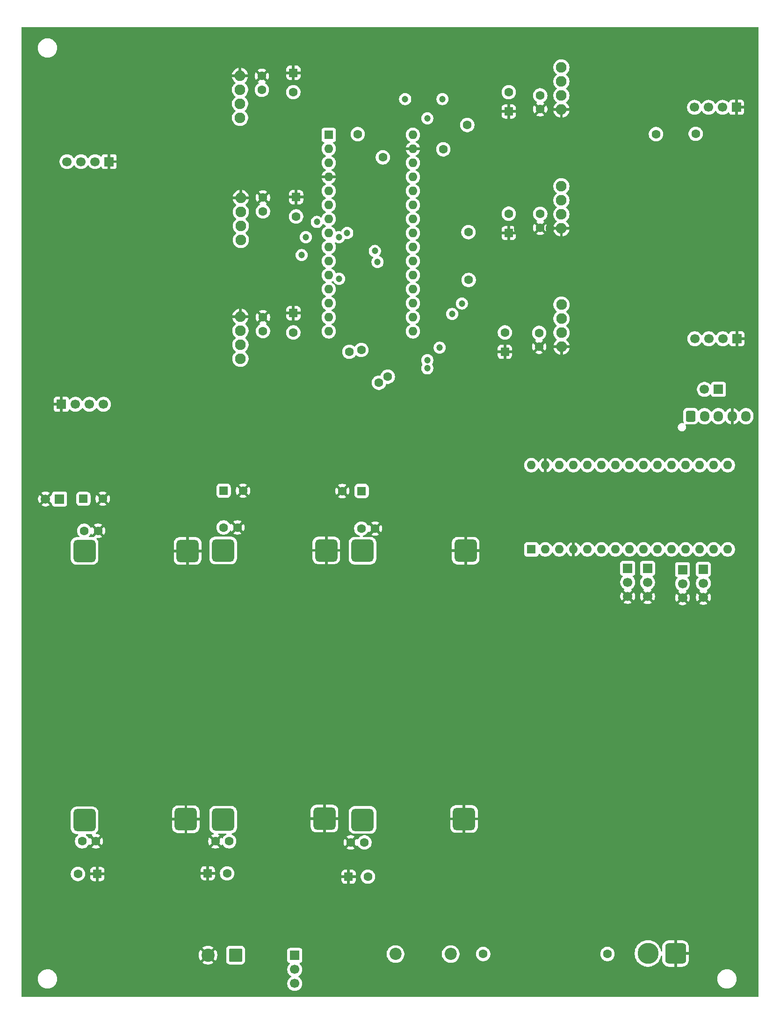
<source format=gbr>
%TF.GenerationSoftware,KiCad,Pcbnew,9.0.6*%
%TF.CreationDate,2025-12-29T23:23:51+08:00*%
%TF.ProjectId,Microver2025,4d696372-6f76-4657-9232-3032352e6b69,rev?*%
%TF.SameCoordinates,Original*%
%TF.FileFunction,Copper,L2,Inr*%
%TF.FilePolarity,Positive*%
%FSLAX46Y46*%
G04 Gerber Fmt 4.6, Leading zero omitted, Abs format (unit mm)*
G04 Created by KiCad (PCBNEW 9.0.6) date 2025-12-29 23:23:51*
%MOMM*%
%LPD*%
G01*
G04 APERTURE LIST*
G04 Aperture macros list*
%AMRoundRect*
0 Rectangle with rounded corners*
0 $1 Rounding radius*
0 $2 $3 $4 $5 $6 $7 $8 $9 X,Y pos of 4 corners*
0 Add a 4 corners polygon primitive as box body*
4,1,4,$2,$3,$4,$5,$6,$7,$8,$9,$2,$3,0*
0 Add four circle primitives for the rounded corners*
1,1,$1+$1,$2,$3*
1,1,$1+$1,$4,$5*
1,1,$1+$1,$6,$7*
1,1,$1+$1,$8,$9*
0 Add four rect primitives between the rounded corners*
20,1,$1+$1,$2,$3,$4,$5,0*
20,1,$1+$1,$4,$5,$6,$7,0*
20,1,$1+$1,$6,$7,$8,$9,0*
20,1,$1+$1,$8,$9,$2,$3,0*%
G04 Aperture macros list end*
%TA.AperFunction,ComponentPad*%
%ADD10C,1.600000*%
%TD*%
%TA.AperFunction,ComponentPad*%
%ADD11C,1.930400*%
%TD*%
%TA.AperFunction,ComponentPad*%
%ADD12RoundRect,0.250000X-0.550000X-0.550000X0.550000X-0.550000X0.550000X0.550000X-0.550000X0.550000X0*%
%TD*%
%TA.AperFunction,ComponentPad*%
%ADD13RoundRect,0.250000X0.550000X0.550000X-0.550000X0.550000X-0.550000X-0.550000X0.550000X-0.550000X0*%
%TD*%
%TA.AperFunction,ComponentPad*%
%ADD14R,1.600000X1.600000*%
%TD*%
%TA.AperFunction,ComponentPad*%
%ADD15O,1.600000X1.600000*%
%TD*%
%TA.AperFunction,ComponentPad*%
%ADD16R,1.700000X1.700000*%
%TD*%
%TA.AperFunction,ComponentPad*%
%ADD17C,1.700000*%
%TD*%
%TA.AperFunction,ComponentPad*%
%ADD18RoundRect,0.250000X-0.600000X-0.725000X0.600000X-0.725000X0.600000X0.725000X-0.600000X0.725000X0*%
%TD*%
%TA.AperFunction,ComponentPad*%
%ADD19O,1.700000X1.950000*%
%TD*%
%TA.AperFunction,ComponentPad*%
%ADD20RoundRect,0.600000X1.400000X-1.400000X1.400000X1.400000X-1.400000X1.400000X-1.400000X-1.400000X0*%
%TD*%
%TA.AperFunction,ComponentPad*%
%ADD21C,2.400000*%
%TD*%
%TA.AperFunction,ComponentPad*%
%ADD22RoundRect,0.250001X0.949999X0.949999X-0.949999X0.949999X-0.949999X-0.949999X0.949999X-0.949999X0*%
%TD*%
%TA.AperFunction,ComponentPad*%
%ADD23RoundRect,0.760000X1.140000X1.140000X-1.140000X1.140000X-1.140000X-1.140000X1.140000X-1.140000X0*%
%TD*%
%TA.AperFunction,ComponentPad*%
%ADD24C,3.800000*%
%TD*%
%TA.AperFunction,ComponentPad*%
%ADD25RoundRect,0.250000X-0.550000X0.550000X-0.550000X-0.550000X0.550000X-0.550000X0.550000X0.550000X0*%
%TD*%
%TA.AperFunction,ComponentPad*%
%ADD26RoundRect,0.250000X0.550000X-0.550000X0.550000X0.550000X-0.550000X0.550000X-0.550000X-0.550000X0*%
%TD*%
%TA.AperFunction,ComponentPad*%
%ADD27C,2.200000*%
%TD*%
%TA.AperFunction,ViaPad*%
%ADD28C,1.600000*%
%TD*%
%TA.AperFunction,ViaPad*%
%ADD29C,1.200000*%
%TD*%
%TA.AperFunction,Conductor*%
%ADD30C,1.000000*%
%TD*%
G04 APERTURE END LIST*
D10*
%TO.N,+18V*%
%TO.C,F1*%
X170875000Y-199000000D03*
X193375000Y-199000000D03*
%TD*%
D11*
%TO.N,GND*%
%TO.C,U5*%
X185027500Y-46138895D03*
%TO.N,/5V*%
X185027500Y-38518895D03*
X185027500Y-41058895D03*
%TO.N,+18V*%
X185027500Y-43598895D03*
%TD*%
%TO.N,GND*%
%TO.C,U4*%
X126928000Y-83633370D03*
%TO.N,/5V*%
X126928000Y-91253370D03*
X126928000Y-88713370D03*
%TO.N,+18V*%
X126928000Y-86173370D03*
%TD*%
%TO.N,GND*%
%TO.C,U6*%
X185027500Y-67638895D03*
%TO.N,/5V*%
X185027500Y-60018895D03*
X185027500Y-62558895D03*
%TO.N,+18V*%
X185027500Y-65098895D03*
%TD*%
%TO.N,GND*%
%TO.C,U8*%
X185052500Y-89088895D03*
%TO.N,/5V*%
X185052500Y-81468895D03*
X185052500Y-84008895D03*
%TO.N,+18V*%
X185052500Y-86548895D03*
%TD*%
%TO.N,GND*%
%TO.C,U2*%
X127000000Y-62133370D03*
%TO.N,/5V*%
X127000000Y-69753370D03*
X127000000Y-67213370D03*
%TO.N,+18V*%
X127000000Y-64673370D03*
%TD*%
%TO.N,GND*%
%TO.C,U1*%
X126852500Y-40028895D03*
%TO.N,/5V*%
X126852500Y-47648895D03*
X126852500Y-45108895D03*
%TO.N,+18V*%
X126852500Y-42568895D03*
%TD*%
D12*
%TO.N,/5V*%
%TO.C,C20*%
X123880000Y-115140000D03*
D10*
%TO.N,GND*%
X127380000Y-115140000D03*
%TD*%
D12*
%TO.N,/5V*%
%TO.C,C24*%
X98477349Y-116590000D03*
D10*
%TO.N,GND*%
X101977349Y-116590000D03*
%TD*%
D13*
%TO.N,/5V*%
%TO.C,C15*%
X148855000Y-115190000D03*
D10*
%TO.N,GND*%
X145355000Y-115190000D03*
%TD*%
D14*
%TO.N,unconnected-(A2-TX1-Pad1)*%
%TO.C,A2*%
X179600000Y-125766630D03*
D15*
%TO.N,unconnected-(A2-RX1-Pad2)*%
X182140000Y-125766630D03*
%TO.N,unconnected-(A2-~{RESET}-Pad3)*%
X184680000Y-125766630D03*
%TO.N,GND*%
X187220000Y-125766630D03*
%TO.N,unconnected-(A2-D2-Pad5)*%
X189760000Y-125766630D03*
%TO.N,unconnected-(A2-D3-Pad6)*%
X192300000Y-125766630D03*
%TO.N,unconnected-(A2-D4-Pad7)*%
X194840000Y-125766630D03*
%TO.N,/5V*%
X197380000Y-125766630D03*
X199920000Y-125766630D03*
%TO.N,unconnected-(A2-D7-Pad10)*%
X202460000Y-125766630D03*
%TO.N,unconnected-(A2-D8-Pad11)*%
X205000000Y-125766630D03*
%TO.N,/5V*%
X207540000Y-125766630D03*
X210080000Y-125766630D03*
%TO.N,/SPI*%
X212620000Y-125766630D03*
X215160000Y-125766630D03*
%TO.N,unconnected-(A2-SCK-Pad16)*%
X215160000Y-110526630D03*
%TO.N,unconnected-(A2-3V3-Pad17)*%
X212620000Y-110526630D03*
%TO.N,unconnected-(A2-AREF-Pad18)*%
X210080000Y-110526630D03*
%TO.N,unconnected-(A2-A0-Pad19)*%
X207540000Y-110526630D03*
%TO.N,unconnected-(A2-A1-Pad20)*%
X205000000Y-110526630D03*
%TO.N,unconnected-(A2-A2-Pad21)*%
X202460000Y-110526630D03*
%TO.N,unconnected-(A2-A3-Pad22)*%
X199920000Y-110526630D03*
%TO.N,unconnected-(A2-SDA{slash}A4-Pad23)*%
X197380000Y-110526630D03*
%TO.N,unconnected-(A2-SCL{slash}A5-Pad24)*%
X194840000Y-110526630D03*
%TO.N,unconnected-(A2-A6-Pad25)*%
X192300000Y-110526630D03*
%TO.N,unconnected-(A2-A7-Pad26)*%
X189760000Y-110526630D03*
%TO.N,unconnected-(A2-+5V-Pad27)*%
X187220000Y-110526630D03*
%TO.N,unconnected-(A2-~{RESET}-Pad28)*%
X184680000Y-110526630D03*
%TO.N,GND*%
X182140000Y-110526630D03*
%TO.N,/5V*%
X179600000Y-110526630D03*
%TD*%
D16*
%TO.N,/5V*%
%TO.C,M4*%
X197040000Y-129180000D03*
D17*
X197040000Y-131720000D03*
%TO.N,GND*%
X197040000Y-134260000D03*
%TD*%
D16*
%TO.N,/5V*%
%TO.C,J4*%
X94170000Y-116640000D03*
D17*
%TO.N,GND*%
X91630000Y-116640000D03*
%TD*%
D18*
%TO.N,/5V*%
%TO.C,J11*%
X208450000Y-101650000D03*
D19*
%TO.N,/URAT*%
X210950000Y-101650000D03*
X213450000Y-101650000D03*
%TO.N,GND*%
X215950000Y-101650000D03*
%TO.N,unconnected-(J11-Pin_5-Pad5)*%
X218450000Y-101650000D03*
%TD*%
D16*
%TO.N,/5V*%
%TO.C,M2*%
X206960000Y-129425000D03*
D17*
X206960000Y-131965000D03*
%TO.N,GND*%
X206960000Y-134505000D03*
%TD*%
D10*
%TO.N,GND*%
%TO.C,C12*%
X181000000Y-89083370D03*
%TO.N,+18V*%
X181000000Y-86583370D03*
%TD*%
D16*
%TO.N,/5V*%
%TO.C,M1*%
X210735000Y-129350000D03*
D17*
X210735000Y-131890000D03*
%TO.N,GND*%
X210735000Y-134430000D03*
%TD*%
D16*
%TO.N,GND*%
%TO.C,J7*%
X103140000Y-55583370D03*
D17*
%TO.N,/5V*%
X100600000Y-55583370D03*
%TO.N,/DIGI*%
X98060000Y-55583370D03*
X95520000Y-55583370D03*
%TD*%
D10*
%TO.N,GND*%
%TO.C,C22*%
X100750000Y-178590000D03*
%TO.N,+18V*%
X98250000Y-178590000D03*
%TD*%
D16*
%TO.N,GND*%
%TO.C,J8*%
X216750000Y-45750000D03*
D17*
%TO.N,/5V*%
X214210000Y-45750000D03*
%TO.N,/DIGI*%
X211670000Y-45750000D03*
X209130000Y-45750000D03*
%TD*%
D16*
%TO.N,GND*%
%TO.C,J2*%
X216800000Y-87633370D03*
D17*
%TO.N,/5V*%
X214260000Y-87633370D03*
%TO.N,/DIGI*%
X211720000Y-87633370D03*
X209180000Y-87633370D03*
%TD*%
D10*
%TO.N,GND*%
%TO.C,C11*%
X130800000Y-40083370D03*
%TO.N,+18V*%
X130800000Y-42583370D03*
%TD*%
D20*
%TO.N,+18V*%
%TO.C,U9*%
X98700000Y-174790000D03*
%TO.N,GND*%
X117040000Y-174600000D03*
%TO.N,/5V*%
X98680000Y-126050000D03*
%TO.N,GND*%
X117360000Y-126050000D03*
%TD*%
D10*
%TO.N,/5V*%
%TO.C,C21*%
X123880000Y-121790000D03*
%TO.N,GND*%
X126380000Y-121790000D03*
%TD*%
%TO.N,GND*%
%TO.C,C9*%
X131000000Y-62083370D03*
%TO.N,+18V*%
X131000000Y-64583370D03*
%TD*%
%TO.N,GND*%
%TO.C,C3*%
X181200000Y-67533370D03*
%TO.N,+18V*%
X181200000Y-65033370D03*
%TD*%
D16*
%TO.N,GND*%
%TO.C,J5*%
X94500000Y-99500000D03*
D17*
%TO.N,/5V*%
X97040000Y-99500000D03*
%TO.N,/DIGI*%
X99580000Y-99500000D03*
X102120000Y-99500000D03*
%TD*%
D21*
%TO.N,GND*%
%TO.C,C1*%
X121030000Y-199190000D03*
D22*
%TO.N,+18V*%
X126030000Y-199190000D03*
%TD*%
D10*
%TO.N,GND*%
%TO.C,C18*%
X122380000Y-178590000D03*
%TO.N,+18V*%
X124880000Y-178590000D03*
%TD*%
D14*
%TO.N,unconnected-(A1-TX1-Pad1)*%
%TO.C,A1*%
X142907500Y-50737845D03*
D15*
%TO.N,unconnected-(A1-RX1-Pad2)*%
X142907500Y-53277845D03*
%TO.N,unconnected-(A1-~{RESET}-Pad3)*%
X142907500Y-55817845D03*
%TO.N,GND*%
X142907500Y-58357845D03*
%TO.N,unconnected-(A1-D2-Pad5)*%
X142907500Y-60897845D03*
%TO.N,unconnected-(A1-D3-Pad6)*%
X142907500Y-63437845D03*
%TO.N,unconnected-(A1-D4-Pad7)*%
X142907500Y-65977845D03*
%TO.N,/5V*%
X142907500Y-68517845D03*
X142907500Y-71057845D03*
%TO.N,unconnected-(A1-D7-Pad10)*%
X142907500Y-73597845D03*
%TO.N,unconnected-(A1-D8-Pad11)*%
X142907500Y-76137845D03*
%TO.N,/5V*%
X142907500Y-78677845D03*
X142907500Y-81217845D03*
%TO.N,/SPI*%
X142907500Y-83757845D03*
X142907500Y-86297845D03*
%TO.N,unconnected-(A1-SCK-Pad16)*%
X158147500Y-86297845D03*
%TO.N,unconnected-(A1-3V3-Pad17)*%
X158147500Y-83757845D03*
%TO.N,unconnected-(A1-AREF-Pad18)*%
X158147500Y-81217845D03*
%TO.N,/DIGI*%
X158147500Y-78677845D03*
X158147500Y-76137845D03*
X158147500Y-73597845D03*
X158147500Y-71057845D03*
X158147500Y-68517845D03*
X158147500Y-65977845D03*
X158147500Y-63437845D03*
X158147500Y-60897845D03*
%TO.N,/5V*%
X158147500Y-58357845D03*
%TO.N,unconnected-(A1-~{RESET}-Pad28)*%
X158147500Y-55817845D03*
%TO.N,GND*%
X158147500Y-53277845D03*
%TO.N,unconnected-(A1-VIN-Pad30)*%
X158147500Y-50737845D03*
%TD*%
D10*
%TO.N,/5V*%
%TO.C,C14*%
X148800000Y-121990000D03*
%TO.N,GND*%
X151300000Y-121990000D03*
%TD*%
%TO.N,GND*%
%TO.C,C7*%
X131000000Y-83733370D03*
%TO.N,+18V*%
X131000000Y-86233370D03*
%TD*%
D23*
%TO.N,GND*%
%TO.C,J14*%
X205700000Y-198900000D03*
D24*
%TO.N,+18V*%
X200700000Y-198900000D03*
%TD*%
D17*
%TO.N,unconnected-(SW1-C-Pad3)*%
%TO.C,SW1*%
X136750000Y-204330000D03*
%TO.N,+18V*%
X136750000Y-201790000D03*
D16*
X136750000Y-199250000D03*
%TD*%
%TO.N,/URAT*%
%TO.C,J13*%
X213470000Y-96800000D03*
D17*
X210930000Y-96800000D03*
%TD*%
D20*
%TO.N,+18V*%
%TO.C,U3*%
X149040000Y-174730000D03*
%TO.N,GND*%
X167380000Y-174540000D03*
%TO.N,/5V*%
X149020000Y-125990000D03*
%TO.N,GND*%
X167700000Y-125990000D03*
%TD*%
D10*
%TO.N,GND*%
%TO.C,C17*%
X146880000Y-178790000D03*
%TO.N,+18V*%
X149380000Y-178790000D03*
%TD*%
%TO.N,/5V*%
%TO.C,C25*%
X98630000Y-122390000D03*
%TO.N,GND*%
X101130000Y-122390000D03*
%TD*%
D20*
%TO.N,+18V*%
%TO.C,U10*%
X123800000Y-174680000D03*
%TO.N,GND*%
X142140000Y-174490000D03*
%TO.N,/5V*%
X123780000Y-125940000D03*
%TO.N,GND*%
X142460000Y-125940000D03*
%TD*%
D16*
%TO.N,/5V*%
%TO.C,M3*%
X200630000Y-129200000D03*
D17*
X200630000Y-131740000D03*
%TO.N,GND*%
X200630000Y-134280000D03*
%TD*%
D10*
%TO.N,GND*%
%TO.C,C5*%
X181200000Y-46083370D03*
%TO.N,+18V*%
X181200000Y-43583370D03*
%TD*%
D25*
%TO.N,GND*%
%TO.C,C10*%
X136500000Y-39500000D03*
D10*
%TO.N,+18V*%
X136500000Y-43000000D03*
%TD*%
D26*
%TO.N,GND*%
%TO.C,C13*%
X174800000Y-90000000D03*
D10*
%TO.N,+18V*%
X174800000Y-86500000D03*
%TD*%
D26*
%TO.N,GND*%
%TO.C,C2*%
X175500000Y-68500000D03*
D10*
%TO.N,+18V*%
X175500000Y-65000000D03*
%TD*%
D25*
%TO.N,GND*%
%TO.C,C8*%
X137000000Y-62000000D03*
D10*
%TO.N,+18V*%
X137000000Y-65500000D03*
%TD*%
D26*
%TO.N,GND*%
%TO.C,C4*%
X175500000Y-46500000D03*
D10*
%TO.N,+18V*%
X175500000Y-43000000D03*
%TD*%
D12*
%TO.N,GND*%
%TO.C,C16*%
X146500000Y-185000000D03*
D10*
%TO.N,+18V*%
X150000000Y-185000000D03*
%TD*%
D13*
%TO.N,GND*%
%TO.C,C23*%
X101000000Y-184500000D03*
D10*
%TO.N,+18V*%
X97500000Y-184500000D03*
%TD*%
D12*
%TO.N,GND*%
%TO.C,C19*%
X121000000Y-184390000D03*
D10*
%TO.N,+18V*%
X124500000Y-184390000D03*
%TD*%
D25*
%TO.N,GND*%
%TO.C,C6*%
X136500000Y-83000000D03*
D10*
%TO.N,+18V*%
X136500000Y-86500000D03*
%TD*%
D27*
%TO.N,+18V*%
%TO.C,TH1*%
X165000000Y-199000000D03*
X155000000Y-199000000D03*
%TD*%
D28*
%TO.N,GND*%
X206950000Y-136860000D03*
X141000000Y-56950000D03*
X117540000Y-182490000D03*
X136550000Y-36950000D03*
X131050000Y-81540000D03*
X172500000Y-93000000D03*
X143130000Y-118640000D03*
X124250000Y-83600000D03*
X104255000Y-113015000D03*
X139150000Y-39900000D03*
X118250000Y-205450000D03*
X177200000Y-67750000D03*
X112130000Y-173680000D03*
X142380000Y-121890000D03*
X215300000Y-104100000D03*
X177000000Y-93000000D03*
X167630000Y-122140000D03*
X217600000Y-104150000D03*
X126950000Y-59450000D03*
X130130000Y-118390000D03*
X126700000Y-37450000D03*
X185250000Y-48800000D03*
X129630000Y-111390000D03*
X197050000Y-136640000D03*
X91650000Y-113750000D03*
X141630000Y-115140000D03*
X178300000Y-48600000D03*
X139380000Y-178390000D03*
X128630000Y-121890000D03*
X127000000Y-81050000D03*
X113880000Y-178390000D03*
X181500000Y-92000000D03*
X182150000Y-107900000D03*
X124500000Y-62150000D03*
D29*
X160250000Y-53250000D03*
D28*
X163130000Y-126140000D03*
X153880000Y-122140000D03*
X133750000Y-37000000D03*
X104630000Y-182390000D03*
X91550000Y-119350000D03*
X210750000Y-136750000D03*
X116630000Y-170180000D03*
X119520000Y-178610000D03*
X117380000Y-129890000D03*
X187500000Y-46150000D03*
X178300000Y-46400000D03*
X142380000Y-129890000D03*
X181300000Y-48500000D03*
X104380000Y-187390000D03*
X103380000Y-122390000D03*
X138500000Y-79250000D03*
X144540000Y-178830000D03*
X104755000Y-120015000D03*
X115990000Y-198930000D03*
X137880000Y-125890000D03*
X117380000Y-121890000D03*
D29*
X216750000Y-90000000D03*
D28*
X124200000Y-81150000D03*
X112880000Y-125890000D03*
X103130000Y-178640000D03*
X167130000Y-170140000D03*
X142630000Y-111640000D03*
D29*
X95000000Y-97500000D03*
D28*
X207500000Y-203000000D03*
X142650000Y-187110000D03*
X139050000Y-83350000D03*
X170350000Y-67800000D03*
X141910000Y-170180000D03*
X139250000Y-37050000D03*
D29*
X216750000Y-47800000D03*
D28*
X164380000Y-178350000D03*
X187200000Y-128150000D03*
X175550000Y-49000000D03*
X133700000Y-39650000D03*
X88920000Y-116690000D03*
X124400000Y-59600000D03*
X200620000Y-136600000D03*
X137410000Y-173680000D03*
X210000000Y-200500000D03*
X105755000Y-116515000D03*
X131130000Y-114890000D03*
X179500000Y-91000000D03*
X167630000Y-130140000D03*
X162630000Y-173640000D03*
X210000000Y-197000000D03*
X142560000Y-182710000D03*
X118250000Y-193710000D03*
X124350000Y-40000000D03*
D29*
X103150000Y-57400000D03*
D28*
X182950000Y-67650000D03*
X131050000Y-59800000D03*
X130750000Y-37650000D03*
X207500000Y-195000000D03*
X178950000Y-67750000D03*
X117630000Y-186890000D03*
%TO.N,/SPI*%
X152000000Y-95600000D03*
X148800000Y-89650000D03*
X146650000Y-90000000D03*
X153600000Y-94500000D03*
%TO.N,/5V*%
X168200000Y-68334370D03*
X148150000Y-50600000D03*
D29*
X140750000Y-66500000D03*
D28*
X152700000Y-54800000D03*
X209350000Y-50550000D03*
X202150000Y-50600000D03*
X168000000Y-48950000D03*
X168250000Y-77000000D03*
D29*
X160750000Y-47750000D03*
X156750000Y-44250000D03*
X138750000Y-69250000D03*
X138000000Y-72500000D03*
X163000000Y-89250000D03*
X163500000Y-44250000D03*
D28*
X163650000Y-53350000D03*
D29*
X144792672Y-76792672D03*
%TO.N,/DIGI*%
X167000000Y-81250000D03*
X144750000Y-69250000D03*
X160750000Y-93000000D03*
X151750000Y-73750000D03*
X146250000Y-68500000D03*
X160750000Y-91500000D03*
X165250000Y-83161522D03*
X151250000Y-71750000D03*
%TD*%
D30*
%TO.N,GND*%
X142765345Y-58500000D02*
X142907500Y-58357845D01*
X216800000Y-89950000D02*
X216750000Y-90000000D01*
X160222155Y-53277845D02*
X160250000Y-53250000D01*
%TD*%
%TA.AperFunction,Conductor*%
%TO.N,GND*%
G36*
X100012320Y-177310185D02*
G01*
X100058075Y-177362989D01*
X100068019Y-177432147D01*
X100038994Y-177495703D01*
X100024173Y-177509304D01*
X100024077Y-177510524D01*
X100703554Y-178190000D01*
X100697339Y-178190000D01*
X100595606Y-178217259D01*
X100504394Y-178269920D01*
X100429920Y-178344394D01*
X100377259Y-178435606D01*
X100350000Y-178537339D01*
X100350000Y-178543553D01*
X99670524Y-177864077D01*
X99670523Y-177864077D01*
X99638143Y-177908644D01*
X99610765Y-177962378D01*
X99562790Y-178013174D01*
X99494969Y-178029969D01*
X99428834Y-178007431D01*
X99389795Y-177962378D01*
X99389794Y-177962376D01*
X99362287Y-177908390D01*
X99362285Y-177908387D01*
X99362284Y-177908385D01*
X99241971Y-177742786D01*
X99097219Y-177598034D01*
X99078976Y-177584780D01*
X98982681Y-177514818D01*
X98940016Y-177459489D01*
X98934037Y-177389875D01*
X98966642Y-177328080D01*
X99027481Y-177293723D01*
X99055567Y-177290500D01*
X99945281Y-177290500D01*
X100012320Y-177310185D01*
G37*
%TD.AperFunction*%
%TA.AperFunction,Conductor*%
G36*
X124332244Y-177200185D02*
G01*
X124377999Y-177252989D01*
X124387943Y-177322147D01*
X124358918Y-177385703D01*
X124321500Y-177414985D01*
X124198386Y-177477715D01*
X124032786Y-177598028D01*
X123888028Y-177742786D01*
X123767714Y-177908386D01*
X123740203Y-177962379D01*
X123692227Y-178013174D01*
X123624406Y-178029968D01*
X123558272Y-178007429D01*
X123519234Y-177962376D01*
X123491861Y-177908652D01*
X123459474Y-177864077D01*
X123459474Y-177864076D01*
X122780000Y-178543551D01*
X122780000Y-178537339D01*
X122752741Y-178435606D01*
X122700080Y-178344394D01*
X122625606Y-178269920D01*
X122534394Y-178217259D01*
X122432661Y-178190000D01*
X122426446Y-178190000D01*
X123105922Y-177510524D01*
X123105921Y-177510523D01*
X123061359Y-177478147D01*
X123061350Y-177478141D01*
X122937399Y-177414985D01*
X122886603Y-177367010D01*
X122869808Y-177299189D01*
X122892345Y-177233055D01*
X122947060Y-177189603D01*
X122993694Y-177180500D01*
X124265205Y-177180500D01*
X124332244Y-177200185D01*
G37*
%TD.AperFunction*%
%TA.AperFunction,Conductor*%
G36*
X100730000Y-122442661D02*
G01*
X100757259Y-122544394D01*
X100809920Y-122635606D01*
X100884394Y-122710080D01*
X100975606Y-122762741D01*
X101077339Y-122790000D01*
X101083553Y-122790000D01*
X100389668Y-123483882D01*
X100386609Y-123498444D01*
X100337557Y-123548200D01*
X100269391Y-123563537D01*
X100251001Y-123560960D01*
X100211247Y-123552312D01*
X100203982Y-123551879D01*
X100164038Y-123549500D01*
X100164027Y-123549500D01*
X99609047Y-123549500D01*
X99542008Y-123529815D01*
X99496253Y-123477011D01*
X99486309Y-123407853D01*
X99515334Y-123344297D01*
X99521366Y-123337819D01*
X99569185Y-123290000D01*
X99621966Y-123237219D01*
X99621968Y-123237215D01*
X99621971Y-123237213D01*
X99742286Y-123071611D01*
X99742415Y-123071359D01*
X99769795Y-123017621D01*
X99817769Y-122966826D01*
X99885589Y-122950030D01*
X99951725Y-122972567D01*
X99990765Y-123017621D01*
X100018141Y-123071350D01*
X100018147Y-123071359D01*
X100050523Y-123115921D01*
X100050524Y-123115922D01*
X100730000Y-122436446D01*
X100730000Y-122442661D01*
G37*
%TD.AperFunction*%
%TA.AperFunction,Conductor*%
G36*
X220692539Y-31270185D02*
G01*
X220738294Y-31322989D01*
X220749500Y-31374500D01*
X220749500Y-206625500D01*
X220729815Y-206692539D01*
X220677011Y-206738294D01*
X220625500Y-206749500D01*
X87374500Y-206749500D01*
X87307461Y-206729815D01*
X87261706Y-206677011D01*
X87250500Y-206625500D01*
X87250500Y-203385258D01*
X90249500Y-203385258D01*
X90249500Y-203614741D01*
X90274446Y-203804215D01*
X90279452Y-203842238D01*
X90279453Y-203842240D01*
X90338842Y-204063887D01*
X90426650Y-204275876D01*
X90426657Y-204275890D01*
X90541392Y-204474617D01*
X90681081Y-204656661D01*
X90681089Y-204656670D01*
X90843330Y-204818911D01*
X90843338Y-204818918D01*
X91025382Y-204958607D01*
X91025385Y-204958608D01*
X91025388Y-204958611D01*
X91224112Y-205073344D01*
X91224117Y-205073346D01*
X91224123Y-205073349D01*
X91315480Y-205111190D01*
X91436113Y-205161158D01*
X91657762Y-205220548D01*
X91885266Y-205250500D01*
X91885273Y-205250500D01*
X92114727Y-205250500D01*
X92114734Y-205250500D01*
X92342238Y-205220548D01*
X92563887Y-205161158D01*
X92775888Y-205073344D01*
X92974612Y-204958611D01*
X93156661Y-204818919D01*
X93156665Y-204818914D01*
X93156670Y-204818911D01*
X93318911Y-204656670D01*
X93318914Y-204656665D01*
X93318919Y-204656661D01*
X93458611Y-204474612D01*
X93573344Y-204275888D01*
X93661158Y-204063887D01*
X93720548Y-203842238D01*
X93750500Y-203614734D01*
X93750500Y-203385266D01*
X93720548Y-203157762D01*
X93661158Y-202936113D01*
X93573344Y-202724112D01*
X93458611Y-202525388D01*
X93458608Y-202525385D01*
X93458607Y-202525382D01*
X93318918Y-202343338D01*
X93318911Y-202343330D01*
X93156670Y-202181089D01*
X93156661Y-202181081D01*
X92974617Y-202041392D01*
X92775890Y-201926657D01*
X92775876Y-201926650D01*
X92563887Y-201838842D01*
X92342238Y-201779452D01*
X92304215Y-201774446D01*
X92114741Y-201749500D01*
X92114734Y-201749500D01*
X91885266Y-201749500D01*
X91885258Y-201749500D01*
X91668715Y-201778009D01*
X91657762Y-201779452D01*
X91564076Y-201804554D01*
X91436112Y-201838842D01*
X91224123Y-201926650D01*
X91224109Y-201926657D01*
X91025382Y-202041392D01*
X90843338Y-202181081D01*
X90681081Y-202343338D01*
X90541392Y-202525382D01*
X90426657Y-202724109D01*
X90426650Y-202724123D01*
X90338842Y-202936112D01*
X90279453Y-203157759D01*
X90279451Y-203157770D01*
X90249500Y-203385258D01*
X87250500Y-203385258D01*
X87250500Y-199078575D01*
X119330000Y-199078575D01*
X119330000Y-199301424D01*
X119359085Y-199522354D01*
X119359088Y-199522367D01*
X119416763Y-199737618D01*
X119502045Y-199943502D01*
X119502054Y-199943520D01*
X119613464Y-200136491D01*
X119613473Y-200136504D01*
X119664040Y-200202403D01*
X119664043Y-200202403D01*
X120465387Y-199401058D01*
X120470889Y-199421591D01*
X120549881Y-199558408D01*
X120661592Y-199670119D01*
X120798409Y-199749111D01*
X120818940Y-199754612D01*
X120017595Y-200555955D01*
X120017595Y-200555956D01*
X120083507Y-200606533D01*
X120276485Y-200717949D01*
X120276497Y-200717954D01*
X120482381Y-200803236D01*
X120697632Y-200860911D01*
X120697645Y-200860914D01*
X120918575Y-200890000D01*
X121141425Y-200890000D01*
X121362354Y-200860914D01*
X121362367Y-200860911D01*
X121577618Y-200803236D01*
X121783502Y-200717954D01*
X121783514Y-200717949D01*
X121976498Y-200606530D01*
X122042403Y-200555957D01*
X122042404Y-200555956D01*
X121241059Y-199754612D01*
X121261591Y-199749111D01*
X121398408Y-199670119D01*
X121510119Y-199558408D01*
X121589111Y-199421591D01*
X121594612Y-199401060D01*
X122395956Y-200202404D01*
X122395957Y-200202403D01*
X122446530Y-200136498D01*
X122557949Y-199943514D01*
X122557954Y-199943502D01*
X122643236Y-199737618D01*
X122700911Y-199522367D01*
X122700914Y-199522354D01*
X122730000Y-199301424D01*
X122730000Y-199078575D01*
X122700914Y-198857645D01*
X122700911Y-198857632D01*
X122643236Y-198642381D01*
X122557954Y-198436497D01*
X122557949Y-198436485D01*
X122449610Y-198248835D01*
X122446533Y-198243506D01*
X122405463Y-198189984D01*
X124329500Y-198189984D01*
X124329500Y-200190015D01*
X124340000Y-200292795D01*
X124340001Y-200292796D01*
X124395186Y-200459335D01*
X124395187Y-200459337D01*
X124487286Y-200608651D01*
X124487289Y-200608655D01*
X124611344Y-200732710D01*
X124611348Y-200732713D01*
X124760662Y-200824812D01*
X124760664Y-200824813D01*
X124760666Y-200824814D01*
X124927203Y-200879999D01*
X125029992Y-200890500D01*
X125029997Y-200890500D01*
X127030003Y-200890500D01*
X127030008Y-200890500D01*
X127132797Y-200879999D01*
X127299334Y-200824814D01*
X127448655Y-200732711D01*
X127572711Y-200608655D01*
X127664814Y-200459334D01*
X127719999Y-200292797D01*
X127730500Y-200190008D01*
X127730500Y-198352135D01*
X135399500Y-198352135D01*
X135399500Y-200147870D01*
X135399501Y-200147876D01*
X135405908Y-200207483D01*
X135456202Y-200342328D01*
X135456206Y-200342335D01*
X135542452Y-200457544D01*
X135542455Y-200457547D01*
X135657664Y-200543793D01*
X135657671Y-200543797D01*
X135789082Y-200592810D01*
X135845016Y-200634681D01*
X135869433Y-200700145D01*
X135854582Y-200768418D01*
X135833431Y-200796673D01*
X135719889Y-200910215D01*
X135594951Y-201082179D01*
X135498444Y-201271585D01*
X135498443Y-201271587D01*
X135498443Y-201271588D01*
X135489212Y-201299999D01*
X135432753Y-201473760D01*
X135399500Y-201683713D01*
X135399500Y-201896286D01*
X135422482Y-202041392D01*
X135432754Y-202106243D01*
X135457070Y-202181081D01*
X135498444Y-202308414D01*
X135594951Y-202497820D01*
X135719890Y-202669786D01*
X135870213Y-202820109D01*
X136042182Y-202945050D01*
X136050946Y-202949516D01*
X136101742Y-202997491D01*
X136118536Y-203065312D01*
X136095998Y-203131447D01*
X136050946Y-203170484D01*
X136042182Y-203174949D01*
X135870213Y-203299890D01*
X135719890Y-203450213D01*
X135594951Y-203622179D01*
X135498444Y-203811585D01*
X135432753Y-204013760D01*
X135424814Y-204063887D01*
X135399500Y-204223713D01*
X135399500Y-204436287D01*
X135432754Y-204646243D01*
X135488857Y-204818911D01*
X135498444Y-204848414D01*
X135594951Y-205037820D01*
X135719890Y-205209786D01*
X135870213Y-205360109D01*
X136042179Y-205485048D01*
X136042181Y-205485049D01*
X136042184Y-205485051D01*
X136231588Y-205581557D01*
X136433757Y-205647246D01*
X136643713Y-205680500D01*
X136643714Y-205680500D01*
X136856286Y-205680500D01*
X136856287Y-205680500D01*
X137066243Y-205647246D01*
X137268412Y-205581557D01*
X137457816Y-205485051D01*
X137479789Y-205469086D01*
X137629786Y-205360109D01*
X137629788Y-205360106D01*
X137629792Y-205360104D01*
X137780104Y-205209792D01*
X137780106Y-205209788D01*
X137780109Y-205209786D01*
X137905048Y-205037820D01*
X137905047Y-205037820D01*
X137905051Y-205037816D01*
X138001557Y-204848412D01*
X138067246Y-204646243D01*
X138100500Y-204436287D01*
X138100500Y-204223713D01*
X138067246Y-204013757D01*
X138001557Y-203811588D01*
X137905051Y-203622184D01*
X137905049Y-203622181D01*
X137905048Y-203622179D01*
X137782929Y-203454095D01*
X137782927Y-203454093D01*
X137780105Y-203450209D01*
X137715154Y-203385258D01*
X213249500Y-203385258D01*
X213249500Y-203614741D01*
X213274446Y-203804215D01*
X213279452Y-203842238D01*
X213279453Y-203842240D01*
X213338842Y-204063887D01*
X213426650Y-204275876D01*
X213426657Y-204275890D01*
X213541392Y-204474617D01*
X213681081Y-204656661D01*
X213681089Y-204656670D01*
X213843330Y-204818911D01*
X213843338Y-204818918D01*
X214025382Y-204958607D01*
X214025385Y-204958608D01*
X214025388Y-204958611D01*
X214224112Y-205073344D01*
X214224117Y-205073346D01*
X214224123Y-205073349D01*
X214315480Y-205111190D01*
X214436113Y-205161158D01*
X214657762Y-205220548D01*
X214885266Y-205250500D01*
X214885273Y-205250500D01*
X215114727Y-205250500D01*
X215114734Y-205250500D01*
X215342238Y-205220548D01*
X215563887Y-205161158D01*
X215775888Y-205073344D01*
X215974612Y-204958611D01*
X216156661Y-204818919D01*
X216156665Y-204818914D01*
X216156670Y-204818911D01*
X216318911Y-204656670D01*
X216318914Y-204656665D01*
X216318919Y-204656661D01*
X216458611Y-204474612D01*
X216573344Y-204275888D01*
X216661158Y-204063887D01*
X216720548Y-203842238D01*
X216750500Y-203614734D01*
X216750500Y-203385266D01*
X216720548Y-203157762D01*
X216661158Y-202936113D01*
X216573344Y-202724112D01*
X216458611Y-202525388D01*
X216458608Y-202525385D01*
X216458607Y-202525382D01*
X216318918Y-202343338D01*
X216318911Y-202343330D01*
X216156670Y-202181089D01*
X216156661Y-202181081D01*
X215974617Y-202041392D01*
X215775890Y-201926657D01*
X215775876Y-201926650D01*
X215563887Y-201838842D01*
X215342238Y-201779452D01*
X215304215Y-201774446D01*
X215114741Y-201749500D01*
X215114734Y-201749500D01*
X214885266Y-201749500D01*
X214885258Y-201749500D01*
X214668715Y-201778009D01*
X214657762Y-201779452D01*
X214564076Y-201804554D01*
X214436112Y-201838842D01*
X214224123Y-201926650D01*
X214224109Y-201926657D01*
X214025382Y-202041392D01*
X213843338Y-202181081D01*
X213681081Y-202343338D01*
X213541392Y-202525382D01*
X213426657Y-202724109D01*
X213426650Y-202724123D01*
X213338842Y-202936112D01*
X213279453Y-203157759D01*
X213279451Y-203157770D01*
X213249500Y-203385258D01*
X137715154Y-203385258D01*
X137629786Y-203299890D01*
X137457820Y-203174951D01*
X137457115Y-203174591D01*
X137449054Y-203170485D01*
X137398259Y-203122512D01*
X137381463Y-203054692D01*
X137403999Y-202988556D01*
X137449054Y-202949515D01*
X137457816Y-202945051D01*
X137479789Y-202929086D01*
X137629786Y-202820109D01*
X137629788Y-202820106D01*
X137629792Y-202820104D01*
X137780104Y-202669792D01*
X137780106Y-202669788D01*
X137780109Y-202669786D01*
X137905048Y-202497820D01*
X137905047Y-202497820D01*
X137905051Y-202497816D01*
X138001557Y-202308412D01*
X138067246Y-202106243D01*
X138100500Y-201896287D01*
X138100500Y-201683713D01*
X138067246Y-201473757D01*
X138001557Y-201271588D01*
X137905051Y-201082184D01*
X137905049Y-201082181D01*
X137905048Y-201082179D01*
X137780109Y-200910213D01*
X137666569Y-200796673D01*
X137633084Y-200735350D01*
X137638068Y-200665658D01*
X137679940Y-200609725D01*
X137710915Y-200592810D01*
X137842331Y-200543796D01*
X137957546Y-200457546D01*
X138043796Y-200342331D01*
X138094091Y-200207483D01*
X138100500Y-200147873D01*
X138100499Y-198874038D01*
X153399500Y-198874038D01*
X153399500Y-199125961D01*
X153438910Y-199374785D01*
X153516760Y-199614383D01*
X153551016Y-199681613D01*
X153621568Y-199820079D01*
X153631132Y-199838848D01*
X153779201Y-200042649D01*
X153779205Y-200042654D01*
X153957345Y-200220794D01*
X153957350Y-200220798D01*
X154124623Y-200342328D01*
X154161155Y-200368870D01*
X154304184Y-200441747D01*
X154385616Y-200483239D01*
X154385618Y-200483239D01*
X154385621Y-200483241D01*
X154625215Y-200561090D01*
X154874038Y-200600500D01*
X154874039Y-200600500D01*
X155125961Y-200600500D01*
X155125962Y-200600500D01*
X155374785Y-200561090D01*
X155614379Y-200483241D01*
X155838845Y-200368870D01*
X156042656Y-200220793D01*
X156220793Y-200042656D01*
X156368870Y-199838845D01*
X156483241Y-199614379D01*
X156561090Y-199374785D01*
X156600500Y-199125962D01*
X156600500Y-198874038D01*
X163399500Y-198874038D01*
X163399500Y-199125961D01*
X163438910Y-199374785D01*
X163516760Y-199614383D01*
X163551016Y-199681613D01*
X163621568Y-199820079D01*
X163631132Y-199838848D01*
X163779201Y-200042649D01*
X163779205Y-200042654D01*
X163957345Y-200220794D01*
X163957350Y-200220798D01*
X164124623Y-200342328D01*
X164161155Y-200368870D01*
X164304184Y-200441747D01*
X164385616Y-200483239D01*
X164385618Y-200483239D01*
X164385621Y-200483241D01*
X164625215Y-200561090D01*
X164874038Y-200600500D01*
X164874039Y-200600500D01*
X165125961Y-200600500D01*
X165125962Y-200600500D01*
X165374785Y-200561090D01*
X165614379Y-200483241D01*
X165838845Y-200368870D01*
X166042656Y-200220793D01*
X166220793Y-200042656D01*
X166368870Y-199838845D01*
X166483241Y-199614379D01*
X166561090Y-199374785D01*
X166600500Y-199125962D01*
X166600500Y-198897648D01*
X169574500Y-198897648D01*
X169574500Y-199102351D01*
X169606522Y-199304534D01*
X169669781Y-199499223D01*
X169762715Y-199681613D01*
X169883028Y-199847213D01*
X170027786Y-199991971D01*
X170182749Y-200104556D01*
X170193390Y-200112287D01*
X170309607Y-200171503D01*
X170375776Y-200205218D01*
X170375778Y-200205218D01*
X170375781Y-200205220D01*
X170476378Y-200237906D01*
X170570465Y-200268477D01*
X170671557Y-200284488D01*
X170772648Y-200300500D01*
X170772649Y-200300500D01*
X170977351Y-200300500D01*
X170977352Y-200300500D01*
X171179534Y-200268477D01*
X171374219Y-200205220D01*
X171556610Y-200112287D01*
X171652459Y-200042649D01*
X171722213Y-199991971D01*
X171722215Y-199991968D01*
X171722219Y-199991966D01*
X171866966Y-199847219D01*
X171866968Y-199847215D01*
X171866971Y-199847213D01*
X171946595Y-199737618D01*
X171987287Y-199681610D01*
X172080220Y-199499219D01*
X172143477Y-199304534D01*
X172175500Y-199102352D01*
X172175500Y-198897648D01*
X192074500Y-198897648D01*
X192074500Y-199102351D01*
X192106522Y-199304534D01*
X192169781Y-199499223D01*
X192262715Y-199681613D01*
X192383028Y-199847213D01*
X192527786Y-199991971D01*
X192682749Y-200104556D01*
X192693390Y-200112287D01*
X192809607Y-200171503D01*
X192875776Y-200205218D01*
X192875778Y-200205218D01*
X192875781Y-200205220D01*
X192976378Y-200237906D01*
X193070465Y-200268477D01*
X193171557Y-200284488D01*
X193272648Y-200300500D01*
X193272649Y-200300500D01*
X193477351Y-200300500D01*
X193477352Y-200300500D01*
X193679534Y-200268477D01*
X193874219Y-200205220D01*
X194056610Y-200112287D01*
X194152459Y-200042649D01*
X194222213Y-199991971D01*
X194222215Y-199991968D01*
X194222219Y-199991966D01*
X194366966Y-199847219D01*
X194366968Y-199847215D01*
X194366971Y-199847213D01*
X194446595Y-199737618D01*
X194487287Y-199681610D01*
X194580220Y-199499219D01*
X194643477Y-199304534D01*
X194675500Y-199102352D01*
X194675500Y-198897648D01*
X194657042Y-198781110D01*
X194654520Y-198765186D01*
X198299500Y-198765186D01*
X198299500Y-199034813D01*
X198329686Y-199302719D01*
X198329687Y-199302728D01*
X198329688Y-199302732D01*
X198330973Y-199308361D01*
X198389684Y-199565594D01*
X198389687Y-199565602D01*
X198478734Y-199820082D01*
X198595714Y-200062994D01*
X198595716Y-200062997D01*
X198739162Y-200291289D01*
X198907266Y-200502085D01*
X199097915Y-200692734D01*
X199308711Y-200860838D01*
X199537003Y-201004284D01*
X199779921Y-201121267D01*
X199971049Y-201188145D01*
X200034397Y-201210312D01*
X200034405Y-201210315D01*
X200034408Y-201210315D01*
X200034409Y-201210316D01*
X200297268Y-201270312D01*
X200565187Y-201300499D01*
X200565188Y-201300500D01*
X200565191Y-201300500D01*
X200834812Y-201300500D01*
X200834812Y-201300499D01*
X201102732Y-201270312D01*
X201365591Y-201210316D01*
X201620079Y-201121267D01*
X201862997Y-201004284D01*
X202091289Y-200860838D01*
X202302085Y-200692734D01*
X202492734Y-200502085D01*
X202660838Y-200291289D01*
X202804284Y-200062997D01*
X202921267Y-199820079D01*
X203010316Y-199565591D01*
X203055109Y-199369339D01*
X203089218Y-199308361D01*
X203150879Y-199275503D01*
X203220516Y-199281198D01*
X203276020Y-199323638D01*
X203299768Y-199389348D01*
X203300000Y-199396932D01*
X203300000Y-200104719D01*
X203310482Y-200237906D01*
X203310483Y-200237912D01*
X203365898Y-200457829D01*
X203365899Y-200457832D01*
X203459695Y-200664330D01*
X203459698Y-200664336D01*
X203588851Y-200850758D01*
X203588861Y-200850770D01*
X203749229Y-201011138D01*
X203749241Y-201011148D01*
X203935663Y-201140301D01*
X203935669Y-201140304D01*
X204142167Y-201234100D01*
X204142170Y-201234101D01*
X204362087Y-201289516D01*
X204362093Y-201289517D01*
X204495280Y-201299999D01*
X204495294Y-201300000D01*
X205450000Y-201300000D01*
X205450000Y-200227231D01*
X205593753Y-200250000D01*
X205806247Y-200250000D01*
X205950000Y-200227231D01*
X205950000Y-201300000D01*
X206904706Y-201300000D01*
X206904719Y-201299999D01*
X207037906Y-201289517D01*
X207037912Y-201289516D01*
X207257829Y-201234101D01*
X207257832Y-201234100D01*
X207464330Y-201140304D01*
X207464336Y-201140301D01*
X207650758Y-201011148D01*
X207650770Y-201011138D01*
X207811138Y-200850770D01*
X207811148Y-200850758D01*
X207940301Y-200664336D01*
X207940304Y-200664330D01*
X208034100Y-200457832D01*
X208034101Y-200457829D01*
X208089516Y-200237912D01*
X208089517Y-200237906D01*
X208099999Y-200104719D01*
X208100000Y-200104706D01*
X208100000Y-199150000D01*
X207027231Y-199150000D01*
X207050000Y-199006247D01*
X207050000Y-198793753D01*
X207027231Y-198650000D01*
X208100000Y-198650000D01*
X208100000Y-197695293D01*
X208099999Y-197695280D01*
X208089517Y-197562093D01*
X208089516Y-197562087D01*
X208034101Y-197342170D01*
X208034100Y-197342167D01*
X207940304Y-197135669D01*
X207940301Y-197135663D01*
X207811148Y-196949241D01*
X207811138Y-196949229D01*
X207650770Y-196788861D01*
X207650758Y-196788851D01*
X207464336Y-196659698D01*
X207464330Y-196659695D01*
X207257832Y-196565899D01*
X207257829Y-196565898D01*
X207037912Y-196510483D01*
X207037906Y-196510482D01*
X206904719Y-196500000D01*
X205950000Y-196500000D01*
X205950000Y-197572768D01*
X205806247Y-197550000D01*
X205593753Y-197550000D01*
X205450000Y-197572768D01*
X205450000Y-196500000D01*
X204495280Y-196500000D01*
X204362093Y-196510482D01*
X204362087Y-196510483D01*
X204142170Y-196565898D01*
X204142167Y-196565899D01*
X203935669Y-196659695D01*
X203935663Y-196659698D01*
X203749241Y-196788851D01*
X203749229Y-196788861D01*
X203588861Y-196949229D01*
X203588851Y-196949241D01*
X203459698Y-197135663D01*
X203459695Y-197135669D01*
X203365899Y-197342167D01*
X203365898Y-197342170D01*
X203310483Y-197562087D01*
X203310482Y-197562093D01*
X203300000Y-197695280D01*
X203300000Y-198403067D01*
X203280315Y-198470106D01*
X203227511Y-198515861D01*
X203158353Y-198525805D01*
X203094797Y-198496780D01*
X203057023Y-198438002D01*
X203055109Y-198430660D01*
X203043952Y-198381780D01*
X203010316Y-198234409D01*
X202921267Y-197979921D01*
X202804284Y-197737003D01*
X202660838Y-197508711D01*
X202492734Y-197297915D01*
X202302085Y-197107266D01*
X202091289Y-196939162D01*
X201862997Y-196795716D01*
X201862994Y-196795714D01*
X201620082Y-196678734D01*
X201365602Y-196589687D01*
X201365594Y-196589684D01*
X201168446Y-196544687D01*
X201102732Y-196529688D01*
X201102728Y-196529687D01*
X201102719Y-196529686D01*
X200834813Y-196499500D01*
X200834809Y-196499500D01*
X200565191Y-196499500D01*
X200565186Y-196499500D01*
X200297280Y-196529686D01*
X200297268Y-196529688D01*
X200034405Y-196589684D01*
X200034397Y-196589687D01*
X199779917Y-196678734D01*
X199537005Y-196795714D01*
X199308712Y-196939161D01*
X199097915Y-197107265D01*
X198907265Y-197297915D01*
X198739161Y-197508712D01*
X198595714Y-197737005D01*
X198478734Y-197979917D01*
X198389687Y-198234397D01*
X198389684Y-198234405D01*
X198329688Y-198497268D01*
X198329686Y-198497280D01*
X198299500Y-198765186D01*
X194654520Y-198765186D01*
X194643477Y-198695465D01*
X194609209Y-198590000D01*
X194580220Y-198500781D01*
X194580218Y-198500778D01*
X194580218Y-198500776D01*
X194546503Y-198434607D01*
X194487287Y-198318390D01*
X194432885Y-198243511D01*
X194366971Y-198152786D01*
X194222213Y-198008028D01*
X194056613Y-197887715D01*
X194056612Y-197887714D01*
X194056610Y-197887713D01*
X193999653Y-197858691D01*
X193874223Y-197794781D01*
X193679534Y-197731522D01*
X193504995Y-197703878D01*
X193477352Y-197699500D01*
X193272648Y-197699500D01*
X193248329Y-197703351D01*
X193070465Y-197731522D01*
X192875776Y-197794781D01*
X192693386Y-197887715D01*
X192527786Y-198008028D01*
X192383028Y-198152786D01*
X192262715Y-198318386D01*
X192169781Y-198500776D01*
X192106522Y-198695465D01*
X192074500Y-198897648D01*
X172175500Y-198897648D01*
X172143477Y-198695465D01*
X172109209Y-198590000D01*
X172080220Y-198500781D01*
X172080218Y-198500778D01*
X172080218Y-198500776D01*
X172046503Y-198434607D01*
X171987287Y-198318390D01*
X171932885Y-198243511D01*
X171866971Y-198152786D01*
X171722213Y-198008028D01*
X171556613Y-197887715D01*
X171556612Y-197887714D01*
X171556610Y-197887713D01*
X171499653Y-197858691D01*
X171374223Y-197794781D01*
X171179534Y-197731522D01*
X171004995Y-197703878D01*
X170977352Y-197699500D01*
X170772648Y-197699500D01*
X170748329Y-197703351D01*
X170570465Y-197731522D01*
X170375776Y-197794781D01*
X170193386Y-197887715D01*
X170027786Y-198008028D01*
X169883028Y-198152786D01*
X169762715Y-198318386D01*
X169669781Y-198500776D01*
X169606522Y-198695465D01*
X169574500Y-198897648D01*
X166600500Y-198897648D01*
X166600500Y-198874038D01*
X166561090Y-198625215D01*
X166483241Y-198385621D01*
X166483239Y-198385618D01*
X166483239Y-198385616D01*
X166410832Y-198243511D01*
X166368870Y-198161155D01*
X166282629Y-198042454D01*
X166220798Y-197957350D01*
X166220794Y-197957345D01*
X166042654Y-197779205D01*
X166042649Y-197779201D01*
X165838848Y-197631132D01*
X165838847Y-197631131D01*
X165838845Y-197631130D01*
X165768747Y-197595413D01*
X165614383Y-197516760D01*
X165374785Y-197438910D01*
X165125962Y-197399500D01*
X164874038Y-197399500D01*
X164749626Y-197419205D01*
X164625214Y-197438910D01*
X164385616Y-197516760D01*
X164161151Y-197631132D01*
X163957350Y-197779201D01*
X163957345Y-197779205D01*
X163779205Y-197957345D01*
X163779201Y-197957350D01*
X163631132Y-198161151D01*
X163516760Y-198385616D01*
X163438910Y-198625214D01*
X163399500Y-198874038D01*
X156600500Y-198874038D01*
X156561090Y-198625215D01*
X156483241Y-198385621D01*
X156483239Y-198385618D01*
X156483239Y-198385616D01*
X156410832Y-198243511D01*
X156368870Y-198161155D01*
X156282629Y-198042454D01*
X156220798Y-197957350D01*
X156220794Y-197957345D01*
X156042654Y-197779205D01*
X156042649Y-197779201D01*
X155838848Y-197631132D01*
X155838847Y-197631131D01*
X155838845Y-197631130D01*
X155768747Y-197595413D01*
X155614383Y-197516760D01*
X155374785Y-197438910D01*
X155125962Y-197399500D01*
X154874038Y-197399500D01*
X154749626Y-197419205D01*
X154625214Y-197438910D01*
X154385616Y-197516760D01*
X154161151Y-197631132D01*
X153957350Y-197779201D01*
X153957345Y-197779205D01*
X153779205Y-197957345D01*
X153779201Y-197957350D01*
X153631132Y-198161151D01*
X153516760Y-198385616D01*
X153438910Y-198625214D01*
X153399500Y-198874038D01*
X138100499Y-198874038D01*
X138100499Y-198352128D01*
X138094091Y-198292517D01*
X138043796Y-198157669D01*
X138043795Y-198157668D01*
X138043793Y-198157664D01*
X137957547Y-198042455D01*
X137957544Y-198042452D01*
X137842335Y-197956206D01*
X137842328Y-197956202D01*
X137707482Y-197905908D01*
X137707483Y-197905908D01*
X137647883Y-197899501D01*
X137647881Y-197899500D01*
X137647873Y-197899500D01*
X137647864Y-197899500D01*
X135852129Y-197899500D01*
X135852123Y-197899501D01*
X135792516Y-197905908D01*
X135657671Y-197956202D01*
X135657664Y-197956206D01*
X135542455Y-198042452D01*
X135542452Y-198042455D01*
X135456206Y-198157664D01*
X135456202Y-198157671D01*
X135405908Y-198292517D01*
X135403127Y-198318390D01*
X135399501Y-198352123D01*
X135399500Y-198352135D01*
X127730500Y-198352135D01*
X127730500Y-198189992D01*
X127719999Y-198087203D01*
X127664814Y-197920666D01*
X127655711Y-197905908D01*
X127572713Y-197771348D01*
X127572710Y-197771344D01*
X127448655Y-197647289D01*
X127448651Y-197647286D01*
X127299337Y-197555187D01*
X127299335Y-197555186D01*
X127216065Y-197527593D01*
X127132797Y-197500001D01*
X127132795Y-197500000D01*
X127030015Y-197489500D01*
X127030008Y-197489500D01*
X125029992Y-197489500D01*
X125029984Y-197489500D01*
X124927204Y-197500000D01*
X124927203Y-197500001D01*
X124760664Y-197555186D01*
X124760662Y-197555187D01*
X124611348Y-197647286D01*
X124611344Y-197647289D01*
X124487289Y-197771344D01*
X124487286Y-197771348D01*
X124395187Y-197920662D01*
X124395186Y-197920664D01*
X124340001Y-198087203D01*
X124340000Y-198087204D01*
X124329500Y-198189984D01*
X122405463Y-198189984D01*
X122395956Y-198177595D01*
X122395955Y-198177595D01*
X121594612Y-198978939D01*
X121589111Y-198958409D01*
X121510119Y-198821592D01*
X121398408Y-198709881D01*
X121261591Y-198630889D01*
X121241058Y-198625387D01*
X122042403Y-197824043D01*
X122042403Y-197824040D01*
X121976504Y-197773473D01*
X121976491Y-197773464D01*
X121783520Y-197662054D01*
X121783502Y-197662045D01*
X121577618Y-197576763D01*
X121362367Y-197519088D01*
X121362354Y-197519085D01*
X121141425Y-197490000D01*
X120918575Y-197490000D01*
X120697645Y-197519085D01*
X120697632Y-197519088D01*
X120482381Y-197576763D01*
X120276497Y-197662045D01*
X120276479Y-197662054D01*
X120083511Y-197773462D01*
X120017595Y-197824042D01*
X120818941Y-198625387D01*
X120798409Y-198630889D01*
X120661592Y-198709881D01*
X120549881Y-198821592D01*
X120470889Y-198958409D01*
X120465387Y-198978940D01*
X119664042Y-198177595D01*
X119613462Y-198243511D01*
X119502054Y-198436479D01*
X119502045Y-198436497D01*
X119416763Y-198642381D01*
X119359088Y-198857632D01*
X119359085Y-198857645D01*
X119330000Y-199078575D01*
X87250500Y-199078575D01*
X87250500Y-184397648D01*
X96199500Y-184397648D01*
X96199500Y-184602351D01*
X96231522Y-184804534D01*
X96294781Y-184999223D01*
X96387715Y-185181613D01*
X96508028Y-185347213D01*
X96652786Y-185491971D01*
X96794896Y-185595218D01*
X96818390Y-185612287D01*
X96909043Y-185658477D01*
X97000776Y-185705218D01*
X97000778Y-185705218D01*
X97000781Y-185705220D01*
X97090459Y-185734358D01*
X97195465Y-185768477D01*
X97296557Y-185784488D01*
X97397648Y-185800500D01*
X97397649Y-185800500D01*
X97602351Y-185800500D01*
X97602352Y-185800500D01*
X97804534Y-185768477D01*
X97999219Y-185705220D01*
X98181610Y-185612287D01*
X98291683Y-185532315D01*
X98347213Y-185491971D01*
X98347215Y-185491968D01*
X98347219Y-185491966D01*
X98491966Y-185347219D01*
X98491968Y-185347215D01*
X98491971Y-185347213D01*
X98562599Y-185250000D01*
X98612287Y-185181610D01*
X98705220Y-184999219D01*
X98768477Y-184804534D01*
X98800500Y-184602352D01*
X98800500Y-184397648D01*
X98784608Y-184297309D01*
X98768477Y-184195465D01*
X98732736Y-184085466D01*
X98705220Y-184000781D01*
X98705217Y-184000777D01*
X98705217Y-184000774D01*
X98680956Y-183953160D01*
X98680955Y-183953159D01*
X98653876Y-183900013D01*
X99700000Y-183900013D01*
X99700000Y-184250000D01*
X100684314Y-184250000D01*
X100679920Y-184254394D01*
X100627259Y-184345606D01*
X100600000Y-184447339D01*
X100600000Y-184552661D01*
X100627259Y-184654394D01*
X100679920Y-184745606D01*
X100684314Y-184750000D01*
X99700001Y-184750000D01*
X99700001Y-185099986D01*
X99710494Y-185202697D01*
X99765641Y-185369119D01*
X99765643Y-185369124D01*
X99857684Y-185518345D01*
X99981654Y-185642315D01*
X100130875Y-185734356D01*
X100130880Y-185734358D01*
X100297302Y-185789505D01*
X100297309Y-185789506D01*
X100400019Y-185799999D01*
X100749999Y-185799999D01*
X100750000Y-185799998D01*
X100750000Y-184815686D01*
X100754394Y-184820080D01*
X100845606Y-184872741D01*
X100947339Y-184900000D01*
X101052661Y-184900000D01*
X101154394Y-184872741D01*
X101245606Y-184820080D01*
X101250000Y-184815686D01*
X101250000Y-185799999D01*
X101599972Y-185799999D01*
X101599986Y-185799998D01*
X101702697Y-185789505D01*
X101869119Y-185734358D01*
X101869124Y-185734356D01*
X102018345Y-185642315D01*
X102142315Y-185518345D01*
X102234356Y-185369124D01*
X102234358Y-185369119D01*
X102289505Y-185202697D01*
X102289506Y-185202690D01*
X102299999Y-185099986D01*
X102300000Y-185099973D01*
X102300000Y-184750000D01*
X101315686Y-184750000D01*
X101320080Y-184745606D01*
X101372741Y-184654394D01*
X101400000Y-184552661D01*
X101400000Y-184447339D01*
X101372741Y-184345606D01*
X101320080Y-184254394D01*
X101315686Y-184250000D01*
X102299999Y-184250000D01*
X102299999Y-183900028D01*
X102299998Y-183900011D01*
X102289727Y-183799465D01*
X102289505Y-183797302D01*
X102287090Y-183790013D01*
X119700000Y-183790013D01*
X119700000Y-184140000D01*
X120684314Y-184140000D01*
X120679920Y-184144394D01*
X120627259Y-184235606D01*
X120600000Y-184337339D01*
X120600000Y-184442661D01*
X120627259Y-184544394D01*
X120679920Y-184635606D01*
X120684314Y-184640000D01*
X119700001Y-184640000D01*
X119700001Y-184989986D01*
X119710494Y-185092697D01*
X119765641Y-185259119D01*
X119765643Y-185259124D01*
X119857684Y-185408345D01*
X119981654Y-185532315D01*
X120130875Y-185624356D01*
X120130880Y-185624358D01*
X120297302Y-185679505D01*
X120297309Y-185679506D01*
X120400019Y-185689999D01*
X120749999Y-185689999D01*
X120750000Y-185689998D01*
X120750000Y-184705686D01*
X120754394Y-184710080D01*
X120845606Y-184762741D01*
X120947339Y-184790000D01*
X121052661Y-184790000D01*
X121154394Y-184762741D01*
X121245606Y-184710080D01*
X121250000Y-184705686D01*
X121250000Y-185689999D01*
X121599972Y-185689999D01*
X121599986Y-185689998D01*
X121702697Y-185679505D01*
X121869119Y-185624358D01*
X121869124Y-185624356D01*
X122018345Y-185532315D01*
X122142315Y-185408345D01*
X122234356Y-185259124D01*
X122234358Y-185259119D01*
X122289505Y-185092697D01*
X122289506Y-185092690D01*
X122299999Y-184989986D01*
X122300000Y-184989973D01*
X122300000Y-184640000D01*
X121315686Y-184640000D01*
X121320080Y-184635606D01*
X121372741Y-184544394D01*
X121400000Y-184442661D01*
X121400000Y-184337339D01*
X121386685Y-184287648D01*
X123199500Y-184287648D01*
X123199500Y-184492351D01*
X123231522Y-184694534D01*
X123294781Y-184889223D01*
X123346117Y-184989973D01*
X123387712Y-185071609D01*
X123387715Y-185071613D01*
X123508028Y-185237213D01*
X123652786Y-185381971D01*
X123804184Y-185491966D01*
X123818390Y-185502287D01*
X123934607Y-185561503D01*
X124000776Y-185595218D01*
X124000778Y-185595218D01*
X124000781Y-185595220D01*
X124090459Y-185624358D01*
X124195465Y-185658477D01*
X124296557Y-185674488D01*
X124397648Y-185690500D01*
X124397649Y-185690500D01*
X124602351Y-185690500D01*
X124602352Y-185690500D01*
X124804534Y-185658477D01*
X124999219Y-185595220D01*
X125181610Y-185502287D01*
X125274590Y-185434732D01*
X125347213Y-185381971D01*
X125347215Y-185381968D01*
X125347219Y-185381966D01*
X125491966Y-185237219D01*
X125491968Y-185237215D01*
X125491971Y-185237213D01*
X125572948Y-185125756D01*
X125572950Y-185125753D01*
X125612287Y-185071610D01*
X125705220Y-184889219D01*
X125768477Y-184694534D01*
X125800500Y-184492352D01*
X125800500Y-184400013D01*
X145200000Y-184400013D01*
X145200000Y-184750000D01*
X146184314Y-184750000D01*
X146179920Y-184754394D01*
X146127259Y-184845606D01*
X146100000Y-184947339D01*
X146100000Y-185052661D01*
X146127259Y-185154394D01*
X146179920Y-185245606D01*
X146184314Y-185250000D01*
X145200001Y-185250000D01*
X145200001Y-185599986D01*
X145210494Y-185702697D01*
X145265641Y-185869119D01*
X145265643Y-185869124D01*
X145357684Y-186018345D01*
X145481654Y-186142315D01*
X145630875Y-186234356D01*
X145630880Y-186234358D01*
X145797302Y-186289505D01*
X145797309Y-186289506D01*
X145900019Y-186299999D01*
X146249999Y-186299999D01*
X146250000Y-186299998D01*
X146250000Y-185315686D01*
X146254394Y-185320080D01*
X146345606Y-185372741D01*
X146447339Y-185400000D01*
X146552661Y-185400000D01*
X146654394Y-185372741D01*
X146745606Y-185320080D01*
X146750000Y-185315686D01*
X146750000Y-186299999D01*
X147099972Y-186299999D01*
X147099986Y-186299998D01*
X147202697Y-186289505D01*
X147369119Y-186234358D01*
X147369124Y-186234356D01*
X147518345Y-186142315D01*
X147642315Y-186018345D01*
X147734356Y-185869124D01*
X147734358Y-185869119D01*
X147789505Y-185702697D01*
X147789506Y-185702690D01*
X147799999Y-185599986D01*
X147800000Y-185599973D01*
X147800000Y-185250000D01*
X146815686Y-185250000D01*
X146820080Y-185245606D01*
X146872741Y-185154394D01*
X146900000Y-185052661D01*
X146900000Y-184947339D01*
X146886685Y-184897648D01*
X148699500Y-184897648D01*
X148699500Y-185102351D01*
X148731522Y-185304534D01*
X148794781Y-185499223D01*
X148852391Y-185612287D01*
X148886640Y-185679505D01*
X148887715Y-185681613D01*
X149008028Y-185847213D01*
X149152786Y-185991971D01*
X149307749Y-186104556D01*
X149318390Y-186112287D01*
X149434607Y-186171503D01*
X149500776Y-186205218D01*
X149500778Y-186205218D01*
X149500781Y-186205220D01*
X149590459Y-186234358D01*
X149695465Y-186268477D01*
X149796557Y-186284488D01*
X149897648Y-186300500D01*
X149897649Y-186300500D01*
X150102351Y-186300500D01*
X150102352Y-186300500D01*
X150304534Y-186268477D01*
X150499219Y-186205220D01*
X150681610Y-186112287D01*
X150774590Y-186044732D01*
X150847213Y-185991971D01*
X150847215Y-185991968D01*
X150847219Y-185991966D01*
X150991966Y-185847219D01*
X150991968Y-185847215D01*
X150991971Y-185847213D01*
X151049175Y-185768477D01*
X151112287Y-185681610D01*
X151205220Y-185499219D01*
X151268477Y-185304534D01*
X151300500Y-185102352D01*
X151300500Y-184897648D01*
X151283450Y-184790000D01*
X151268477Y-184695465D01*
X151205218Y-184500776D01*
X151171503Y-184434607D01*
X151112287Y-184318390D01*
X151065792Y-184254394D01*
X150991971Y-184152786D01*
X150847213Y-184008028D01*
X150681613Y-183887715D01*
X150681612Y-183887714D01*
X150681610Y-183887713D01*
X150622675Y-183857684D01*
X150499223Y-183794781D01*
X150304534Y-183731522D01*
X150129995Y-183703878D01*
X150102352Y-183699500D01*
X149897648Y-183699500D01*
X149873329Y-183703351D01*
X149695465Y-183731522D01*
X149500776Y-183794781D01*
X149318386Y-183887715D01*
X149152786Y-184008028D01*
X149008028Y-184152786D01*
X148887715Y-184318386D01*
X148794781Y-184500776D01*
X148731522Y-184695465D01*
X148699500Y-184897648D01*
X146886685Y-184897648D01*
X146872741Y-184845606D01*
X146820080Y-184754394D01*
X146815686Y-184750000D01*
X147799999Y-184750000D01*
X147799999Y-184400028D01*
X147799998Y-184400013D01*
X147789505Y-184297302D01*
X147734358Y-184130880D01*
X147734356Y-184130875D01*
X147642315Y-183981654D01*
X147518345Y-183857684D01*
X147369124Y-183765643D01*
X147369119Y-183765641D01*
X147202697Y-183710494D01*
X147202690Y-183710493D01*
X147099986Y-183700000D01*
X146750000Y-183700000D01*
X146750000Y-184684314D01*
X146745606Y-184679920D01*
X146654394Y-184627259D01*
X146552661Y-184600000D01*
X146447339Y-184600000D01*
X146345606Y-184627259D01*
X146254394Y-184679920D01*
X146250000Y-184684314D01*
X146250000Y-183700000D01*
X145900028Y-183700000D01*
X145900012Y-183700001D01*
X145797302Y-183710494D01*
X145630880Y-183765641D01*
X145630875Y-183765643D01*
X145481654Y-183857684D01*
X145357684Y-183981654D01*
X145265643Y-184130875D01*
X145265641Y-184130880D01*
X145210494Y-184297302D01*
X145210493Y-184297309D01*
X145200000Y-184400013D01*
X125800500Y-184400013D01*
X125800500Y-184287648D01*
X125779139Y-184152781D01*
X125768477Y-184085465D01*
X125725488Y-183953159D01*
X125705220Y-183890781D01*
X125705218Y-183890778D01*
X125705218Y-183890776D01*
X125658692Y-183799465D01*
X125612287Y-183708390D01*
X125571885Y-183652781D01*
X125491971Y-183542786D01*
X125347213Y-183398028D01*
X125181613Y-183277715D01*
X125181612Y-183277714D01*
X125181610Y-183277713D01*
X125122675Y-183247684D01*
X124999223Y-183184781D01*
X124804534Y-183121522D01*
X124629995Y-183093878D01*
X124602352Y-183089500D01*
X124397648Y-183089500D01*
X124373329Y-183093351D01*
X124195465Y-183121522D01*
X124000776Y-183184781D01*
X123818386Y-183277715D01*
X123652786Y-183398028D01*
X123508028Y-183542786D01*
X123387715Y-183708386D01*
X123294781Y-183890776D01*
X123231522Y-184085465D01*
X123199500Y-184287648D01*
X121386685Y-184287648D01*
X121372741Y-184235606D01*
X121320080Y-184144394D01*
X121315686Y-184140000D01*
X122299999Y-184140000D01*
X122299999Y-183790028D01*
X122299998Y-183790013D01*
X122289505Y-183687302D01*
X122234358Y-183520880D01*
X122234356Y-183520875D01*
X122142315Y-183371654D01*
X122018345Y-183247684D01*
X121869124Y-183155643D01*
X121869119Y-183155641D01*
X121702697Y-183100494D01*
X121702690Y-183100493D01*
X121599986Y-183090000D01*
X121250000Y-183090000D01*
X121250000Y-184074314D01*
X121245606Y-184069920D01*
X121154394Y-184017259D01*
X121052661Y-183990000D01*
X120947339Y-183990000D01*
X120845606Y-184017259D01*
X120754394Y-184069920D01*
X120750000Y-184074314D01*
X120750000Y-183090000D01*
X120400028Y-183090000D01*
X120400012Y-183090001D01*
X120297302Y-183100494D01*
X120130880Y-183155641D01*
X120130875Y-183155643D01*
X119981654Y-183247684D01*
X119857684Y-183371654D01*
X119765643Y-183520875D01*
X119765641Y-183520880D01*
X119710494Y-183687302D01*
X119710493Y-183687309D01*
X119700000Y-183790013D01*
X102287090Y-183790013D01*
X102234358Y-183630880D01*
X102234356Y-183630875D01*
X102142315Y-183481654D01*
X102018345Y-183357684D01*
X101869124Y-183265643D01*
X101869119Y-183265641D01*
X101702697Y-183210494D01*
X101702690Y-183210493D01*
X101599986Y-183200000D01*
X101250000Y-183200000D01*
X101250000Y-184184314D01*
X101245606Y-184179920D01*
X101154394Y-184127259D01*
X101052661Y-184100000D01*
X100947339Y-184100000D01*
X100845606Y-184127259D01*
X100754394Y-184179920D01*
X100750000Y-184184314D01*
X100750000Y-183200000D01*
X100400028Y-183200000D01*
X100400012Y-183200001D01*
X100297302Y-183210494D01*
X100130880Y-183265641D01*
X100130875Y-183265643D01*
X99981654Y-183357684D01*
X99857684Y-183481654D01*
X99765643Y-183630875D01*
X99765641Y-183630880D01*
X99710494Y-183797302D01*
X99710493Y-183797309D01*
X99700000Y-183900013D01*
X98653876Y-183900013D01*
X98612287Y-183818390D01*
X98612285Y-183818387D01*
X98612284Y-183818385D01*
X98491971Y-183652786D01*
X98347213Y-183508028D01*
X98181613Y-183387715D01*
X98181612Y-183387714D01*
X98181610Y-183387713D01*
X98122675Y-183357684D01*
X97999223Y-183294781D01*
X97804534Y-183231522D01*
X97629995Y-183203878D01*
X97602352Y-183199500D01*
X97397648Y-183199500D01*
X97373329Y-183203351D01*
X97195465Y-183231522D01*
X97000776Y-183294781D01*
X96818386Y-183387715D01*
X96652786Y-183508028D01*
X96508028Y-183652786D01*
X96387715Y-183818386D01*
X96294781Y-184000776D01*
X96231522Y-184195465D01*
X96199500Y-184397648D01*
X87250500Y-184397648D01*
X87250500Y-173305962D01*
X96199500Y-173305962D01*
X96199500Y-176274038D01*
X96201484Y-176307360D01*
X96202312Y-176321250D01*
X96246984Y-176526602D01*
X96246987Y-176526613D01*
X96329718Y-176719808D01*
X96329720Y-176719811D01*
X96329721Y-176719813D01*
X96447523Y-176893865D01*
X96596135Y-177042477D01*
X96770187Y-177160279D01*
X96770189Y-177160280D01*
X96770191Y-177160281D01*
X96863376Y-177200185D01*
X96963388Y-177243013D01*
X96963396Y-177243014D01*
X96963397Y-177243015D01*
X97168749Y-177287687D01*
X97168750Y-177287687D01*
X97168755Y-177287688D01*
X97215962Y-177290500D01*
X97444433Y-177290500D01*
X97511472Y-177310185D01*
X97557227Y-177362989D01*
X97567171Y-177432147D01*
X97538146Y-177495703D01*
X97517319Y-177514817D01*
X97482091Y-177540412D01*
X97402780Y-177598034D01*
X97258028Y-177742786D01*
X97137715Y-177908386D01*
X97044781Y-178090776D01*
X96981522Y-178285465D01*
X96949500Y-178487648D01*
X96949500Y-178692351D01*
X96981522Y-178894534D01*
X97044781Y-179089223D01*
X97108691Y-179214653D01*
X97137585Y-179271359D01*
X97137715Y-179271613D01*
X97258028Y-179437213D01*
X97402786Y-179581971D01*
X97523226Y-179669474D01*
X97568390Y-179702287D01*
X97684607Y-179761503D01*
X97750776Y-179795218D01*
X97750778Y-179795218D01*
X97750781Y-179795220D01*
X97855137Y-179829127D01*
X97945465Y-179858477D01*
X98014897Y-179869474D01*
X98147648Y-179890500D01*
X98147649Y-179890500D01*
X98352351Y-179890500D01*
X98352352Y-179890500D01*
X98554534Y-179858477D01*
X98749219Y-179795220D01*
X98931610Y-179702287D01*
X99024590Y-179634732D01*
X99097213Y-179581971D01*
X99097215Y-179581968D01*
X99097219Y-179581966D01*
X99241966Y-179437219D01*
X99241968Y-179437215D01*
X99241971Y-179437213D01*
X99330093Y-179315921D01*
X99362287Y-179271610D01*
X99389795Y-179217621D01*
X99437769Y-179166826D01*
X99505589Y-179150030D01*
X99571725Y-179172567D01*
X99610765Y-179217621D01*
X99638141Y-179271350D01*
X99638147Y-179271359D01*
X99670523Y-179315921D01*
X99670524Y-179315922D01*
X100350000Y-178636446D01*
X100350000Y-178642661D01*
X100377259Y-178744394D01*
X100429920Y-178835606D01*
X100504394Y-178910080D01*
X100595606Y-178962741D01*
X100697339Y-178990000D01*
X100703553Y-178990000D01*
X100024076Y-179669474D01*
X100068650Y-179701859D01*
X100250968Y-179794755D01*
X100445582Y-179857990D01*
X100647683Y-179890000D01*
X100852317Y-179890000D01*
X101054417Y-179857990D01*
X101249031Y-179794755D01*
X101431349Y-179701859D01*
X101475921Y-179669474D01*
X100796447Y-178990000D01*
X100802661Y-178990000D01*
X100904394Y-178962741D01*
X100995606Y-178910080D01*
X101070080Y-178835606D01*
X101122741Y-178744394D01*
X101150000Y-178642661D01*
X101150000Y-178636447D01*
X101829474Y-179315921D01*
X101861859Y-179271349D01*
X101954755Y-179089031D01*
X102017990Y-178894417D01*
X102050000Y-178692317D01*
X102050000Y-178487682D01*
X121080000Y-178487682D01*
X121080000Y-178692317D01*
X121112009Y-178894417D01*
X121175244Y-179089031D01*
X121268141Y-179271350D01*
X121268147Y-179271359D01*
X121300523Y-179315921D01*
X121300524Y-179315922D01*
X121980000Y-178636446D01*
X121980000Y-178642661D01*
X122007259Y-178744394D01*
X122059920Y-178835606D01*
X122134394Y-178910080D01*
X122225606Y-178962741D01*
X122327339Y-178990000D01*
X122333553Y-178990000D01*
X121654076Y-179669474D01*
X121698650Y-179701859D01*
X121880968Y-179794755D01*
X122075582Y-179857990D01*
X122277683Y-179890000D01*
X122482317Y-179890000D01*
X122684417Y-179857990D01*
X122879031Y-179794755D01*
X123061349Y-179701859D01*
X123105921Y-179669474D01*
X122426447Y-178990000D01*
X122432661Y-178990000D01*
X122534394Y-178962741D01*
X122625606Y-178910080D01*
X122700080Y-178835606D01*
X122752741Y-178744394D01*
X122780000Y-178642661D01*
X122780000Y-178636447D01*
X123459474Y-179315921D01*
X123491859Y-179271349D01*
X123519233Y-179217624D01*
X123567207Y-179166827D01*
X123635028Y-179150031D01*
X123701163Y-179172567D01*
X123740203Y-179217621D01*
X123767713Y-179271611D01*
X123888028Y-179437213D01*
X124032786Y-179581971D01*
X124153226Y-179669474D01*
X124198390Y-179702287D01*
X124314607Y-179761503D01*
X124380776Y-179795218D01*
X124380778Y-179795218D01*
X124380781Y-179795220D01*
X124485137Y-179829127D01*
X124575465Y-179858477D01*
X124644897Y-179869474D01*
X124777648Y-179890500D01*
X124777649Y-179890500D01*
X124982351Y-179890500D01*
X124982352Y-179890500D01*
X125184534Y-179858477D01*
X125379219Y-179795220D01*
X125561610Y-179702287D01*
X125654590Y-179634732D01*
X125727213Y-179581971D01*
X125727215Y-179581968D01*
X125727219Y-179581966D01*
X125871966Y-179437219D01*
X125871968Y-179437215D01*
X125871971Y-179437213D01*
X125935311Y-179350031D01*
X125992287Y-179271610D01*
X126085220Y-179089219D01*
X126148477Y-178894534D01*
X126180500Y-178692352D01*
X126180500Y-178687682D01*
X145580000Y-178687682D01*
X145580000Y-178892317D01*
X145612009Y-179094417D01*
X145675244Y-179289031D01*
X145768141Y-179471350D01*
X145768147Y-179471359D01*
X145800523Y-179515921D01*
X145800524Y-179515922D01*
X146480000Y-178836446D01*
X146480000Y-178842661D01*
X146507259Y-178944394D01*
X146559920Y-179035606D01*
X146634394Y-179110080D01*
X146725606Y-179162741D01*
X146827339Y-179190000D01*
X146833553Y-179190000D01*
X146154076Y-179869474D01*
X146198650Y-179901859D01*
X146380968Y-179994755D01*
X146575582Y-180057990D01*
X146777683Y-180090000D01*
X146982317Y-180090000D01*
X147184417Y-180057990D01*
X147379031Y-179994755D01*
X147561349Y-179901859D01*
X147605921Y-179869474D01*
X146926447Y-179190000D01*
X146932661Y-179190000D01*
X147034394Y-179162741D01*
X147125606Y-179110080D01*
X147200080Y-179035606D01*
X147252741Y-178944394D01*
X147280000Y-178842661D01*
X147280000Y-178836447D01*
X147959474Y-179515921D01*
X147991859Y-179471349D01*
X148019233Y-179417624D01*
X148067207Y-179366827D01*
X148135028Y-179350031D01*
X148201163Y-179372567D01*
X148240203Y-179417621D01*
X148267713Y-179471611D01*
X148388028Y-179637213D01*
X148532786Y-179781971D01*
X148638090Y-179858477D01*
X148698390Y-179902287D01*
X148814607Y-179961503D01*
X148880776Y-179995218D01*
X148880778Y-179995218D01*
X148880781Y-179995220D01*
X148985137Y-180029127D01*
X149075465Y-180058477D01*
X149176557Y-180074488D01*
X149277648Y-180090500D01*
X149277649Y-180090500D01*
X149482351Y-180090500D01*
X149482352Y-180090500D01*
X149684534Y-180058477D01*
X149879219Y-179995220D01*
X150061610Y-179902287D01*
X150154590Y-179834732D01*
X150227213Y-179781971D01*
X150227215Y-179781968D01*
X150227219Y-179781966D01*
X150371966Y-179637219D01*
X150371968Y-179637215D01*
X150371971Y-179637213D01*
X150446570Y-179534534D01*
X150492287Y-179471610D01*
X150585220Y-179289219D01*
X150648477Y-179094534D01*
X150680500Y-178892352D01*
X150680500Y-178687648D01*
X150665034Y-178589999D01*
X150648477Y-178485465D01*
X150602640Y-178344394D01*
X150585220Y-178290781D01*
X150585218Y-178290778D01*
X150585218Y-178290776D01*
X150533869Y-178190000D01*
X150492287Y-178108390D01*
X150460092Y-178064077D01*
X150371971Y-177942786D01*
X150227213Y-177798028D01*
X150061613Y-177677715D01*
X150061612Y-177677714D01*
X150061610Y-177677713D01*
X150004653Y-177648691D01*
X149879223Y-177584781D01*
X149684534Y-177521522D01*
X149509995Y-177493878D01*
X149482352Y-177489500D01*
X149277648Y-177489500D01*
X149253329Y-177493351D01*
X149075465Y-177521522D01*
X148880776Y-177584781D01*
X148698386Y-177677715D01*
X148532786Y-177798028D01*
X148388028Y-177942786D01*
X148267714Y-178108386D01*
X148240203Y-178162379D01*
X148192227Y-178213174D01*
X148124406Y-178229968D01*
X148058272Y-178207429D01*
X148019234Y-178162376D01*
X147991861Y-178108652D01*
X147959474Y-178064077D01*
X147959474Y-178064076D01*
X147280000Y-178743551D01*
X147280000Y-178737339D01*
X147252741Y-178635606D01*
X147200080Y-178544394D01*
X147125606Y-178469920D01*
X147034394Y-178417259D01*
X146932661Y-178390000D01*
X146926446Y-178390000D01*
X147605922Y-177710524D01*
X147605921Y-177710523D01*
X147561359Y-177678147D01*
X147561350Y-177678141D01*
X147379031Y-177585244D01*
X147184417Y-177522009D01*
X146982317Y-177490000D01*
X146777683Y-177490000D01*
X146575582Y-177522009D01*
X146380968Y-177585244D01*
X146198644Y-177678143D01*
X146154077Y-177710523D01*
X146154077Y-177710524D01*
X146833554Y-178390000D01*
X146827339Y-178390000D01*
X146725606Y-178417259D01*
X146634394Y-178469920D01*
X146559920Y-178544394D01*
X146507259Y-178635606D01*
X146480000Y-178737339D01*
X146480000Y-178743553D01*
X145800524Y-178064077D01*
X145800523Y-178064077D01*
X145768143Y-178108644D01*
X145675244Y-178290968D01*
X145612009Y-178485582D01*
X145580000Y-178687682D01*
X126180500Y-178687682D01*
X126180500Y-178487648D01*
X126165034Y-178390000D01*
X126148477Y-178285465D01*
X126117458Y-178190000D01*
X126085220Y-178090781D01*
X126085218Y-178090778D01*
X126085218Y-178090776D01*
X126042750Y-178007429D01*
X125992287Y-177908390D01*
X125960092Y-177864077D01*
X125935820Y-177830668D01*
X125871971Y-177742786D01*
X125727213Y-177598028D01*
X125561613Y-177477715D01*
X125561612Y-177477714D01*
X125561610Y-177477713D01*
X125438500Y-177414985D01*
X125389687Y-177390113D01*
X125338891Y-177342138D01*
X125322096Y-177274317D01*
X125344634Y-177208182D01*
X125399349Y-177164731D01*
X125419625Y-177158462D01*
X125536600Y-177133016D01*
X125536604Y-177133014D01*
X125536612Y-177133013D01*
X125729813Y-177050279D01*
X125903865Y-176932477D01*
X126052477Y-176783865D01*
X126170279Y-176609813D01*
X126253013Y-176416612D01*
X126294378Y-176226462D01*
X126297687Y-176211250D01*
X126297687Y-176211249D01*
X126297688Y-176211245D01*
X126300500Y-176164038D01*
X126300500Y-173195962D01*
X126297688Y-173148755D01*
X126280297Y-173068808D01*
X126271967Y-173030514D01*
X126266637Y-173006012D01*
X139640000Y-173006012D01*
X139640000Y-174240000D01*
X141706988Y-174240000D01*
X141674075Y-174297007D01*
X141640000Y-174424174D01*
X141640000Y-174555826D01*
X141674075Y-174682993D01*
X141706988Y-174740000D01*
X139640001Y-174740000D01*
X139640001Y-175973988D01*
X139642812Y-176021191D01*
X139687463Y-176226454D01*
X139687465Y-176226462D01*
X139770158Y-176419566D01*
X139887910Y-176593546D01*
X140036453Y-176742089D01*
X140210433Y-176859841D01*
X140403537Y-176942534D01*
X140403545Y-176942536D01*
X140608807Y-176987187D01*
X140608810Y-176987188D01*
X140656013Y-176989999D01*
X141889999Y-176989999D01*
X141890000Y-176989998D01*
X141890000Y-174923012D01*
X141947007Y-174955925D01*
X142074174Y-174990000D01*
X142205826Y-174990000D01*
X142332993Y-174955925D01*
X142390000Y-174923012D01*
X142390000Y-176989999D01*
X143623986Y-176989999D01*
X143623988Y-176989998D01*
X143671191Y-176987187D01*
X143876454Y-176942536D01*
X143876462Y-176942534D01*
X144069566Y-176859841D01*
X144243546Y-176742089D01*
X144392089Y-176593546D01*
X144509841Y-176419566D01*
X144592534Y-176226462D01*
X144592536Y-176226454D01*
X144637187Y-176021192D01*
X144637188Y-176021189D01*
X144640000Y-175973987D01*
X144640000Y-174740000D01*
X142573012Y-174740000D01*
X142605925Y-174682993D01*
X142640000Y-174555826D01*
X142640000Y-174424174D01*
X142605925Y-174297007D01*
X142573012Y-174240000D01*
X144639999Y-174240000D01*
X144639999Y-173245962D01*
X146539500Y-173245962D01*
X146539500Y-176214038D01*
X146541484Y-176247360D01*
X146542312Y-176261250D01*
X146586984Y-176466602D01*
X146586987Y-176466613D01*
X146669718Y-176659808D01*
X146669720Y-176659811D01*
X146669721Y-176659813D01*
X146787523Y-176833865D01*
X146936135Y-176982477D01*
X147110187Y-177100279D01*
X147110189Y-177100280D01*
X147110191Y-177100281D01*
X147222450Y-177148353D01*
X147303388Y-177183013D01*
X147303396Y-177183014D01*
X147303397Y-177183015D01*
X147508749Y-177227687D01*
X147508750Y-177227687D01*
X147508755Y-177227688D01*
X147555962Y-177230500D01*
X147555973Y-177230500D01*
X150524027Y-177230500D01*
X150524038Y-177230500D01*
X150571245Y-177227688D01*
X150588953Y-177223836D01*
X150746318Y-177189603D01*
X150776612Y-177183013D01*
X150969813Y-177100279D01*
X151143865Y-176982477D01*
X151292477Y-176833865D01*
X151410279Y-176659813D01*
X151493013Y-176466612D01*
X151534378Y-176276462D01*
X151537687Y-176261250D01*
X151537687Y-176261249D01*
X151537688Y-176261245D01*
X151540500Y-176214038D01*
X151540500Y-173245962D01*
X151537688Y-173198755D01*
X151519689Y-173116014D01*
X151511967Y-173080514D01*
X151506637Y-173056012D01*
X164880000Y-173056012D01*
X164880000Y-174290000D01*
X166946988Y-174290000D01*
X166914075Y-174347007D01*
X166880000Y-174474174D01*
X166880000Y-174605826D01*
X166914075Y-174732993D01*
X166946988Y-174790000D01*
X164880001Y-174790000D01*
X164880001Y-176023988D01*
X164882812Y-176071191D01*
X164927463Y-176276454D01*
X164927465Y-176276462D01*
X165010158Y-176469566D01*
X165127910Y-176643546D01*
X165276453Y-176792089D01*
X165450433Y-176909841D01*
X165643537Y-176992534D01*
X165643545Y-176992536D01*
X165848807Y-177037187D01*
X165848810Y-177037188D01*
X165896013Y-177039999D01*
X167129999Y-177039999D01*
X167130000Y-177039998D01*
X167130000Y-174973012D01*
X167187007Y-175005925D01*
X167314174Y-175040000D01*
X167445826Y-175040000D01*
X167572993Y-175005925D01*
X167630000Y-174973012D01*
X167630000Y-177039999D01*
X168863986Y-177039999D01*
X168863988Y-177039998D01*
X168911191Y-177037187D01*
X169116454Y-176992536D01*
X169116462Y-176992534D01*
X169309566Y-176909841D01*
X169483546Y-176792089D01*
X169632089Y-176643546D01*
X169749841Y-176469566D01*
X169832534Y-176276462D01*
X169832536Y-176276454D01*
X169877187Y-176071192D01*
X169877188Y-176071189D01*
X169880000Y-176023987D01*
X169880000Y-174790000D01*
X167813012Y-174790000D01*
X167845925Y-174732993D01*
X167880000Y-174605826D01*
X167880000Y-174474174D01*
X167845925Y-174347007D01*
X167813012Y-174290000D01*
X169879999Y-174290000D01*
X169879999Y-173056014D01*
X169879998Y-173056011D01*
X169877187Y-173008808D01*
X169832536Y-172803545D01*
X169832534Y-172803537D01*
X169749841Y-172610433D01*
X169632089Y-172436453D01*
X169483546Y-172287910D01*
X169309566Y-172170158D01*
X169116462Y-172087465D01*
X169116454Y-172087463D01*
X168911192Y-172042812D01*
X168911189Y-172042811D01*
X168863988Y-172040000D01*
X167630000Y-172040000D01*
X167630000Y-174106988D01*
X167572993Y-174074075D01*
X167445826Y-174040000D01*
X167314174Y-174040000D01*
X167187007Y-174074075D01*
X167130000Y-174106988D01*
X167130000Y-172040000D01*
X165896014Y-172040000D01*
X165896011Y-172040001D01*
X165848808Y-172042812D01*
X165643545Y-172087463D01*
X165643537Y-172087465D01*
X165450433Y-172170158D01*
X165276453Y-172287910D01*
X165127910Y-172436453D01*
X165010158Y-172610433D01*
X164927465Y-172803537D01*
X164927463Y-172803545D01*
X164882812Y-173008807D01*
X164882811Y-173008810D01*
X164880000Y-173056012D01*
X151506637Y-173056012D01*
X151493015Y-172993398D01*
X151493012Y-172993386D01*
X151410281Y-172800191D01*
X151410280Y-172800189D01*
X151410279Y-172800187D01*
X151292477Y-172626135D01*
X151143865Y-172477523D01*
X150969813Y-172359721D01*
X150969811Y-172359720D01*
X150969808Y-172359718D01*
X150776613Y-172276987D01*
X150776602Y-172276984D01*
X150571250Y-172232312D01*
X150556492Y-172231433D01*
X150524038Y-172229500D01*
X147555962Y-172229500D01*
X147525416Y-172231319D01*
X147508749Y-172232312D01*
X147303397Y-172276984D01*
X147303386Y-172276987D01*
X147110191Y-172359718D01*
X146936137Y-172477521D01*
X146936132Y-172477525D01*
X146787525Y-172626132D01*
X146787521Y-172626137D01*
X146669718Y-172800191D01*
X146586987Y-172993386D01*
X146586984Y-172993397D01*
X146542312Y-173198749D01*
X146542312Y-173198755D01*
X146539500Y-173245962D01*
X144639999Y-173245962D01*
X144639999Y-173006014D01*
X144639998Y-173006011D01*
X144637187Y-172958808D01*
X144592536Y-172753545D01*
X144592534Y-172753537D01*
X144509841Y-172560433D01*
X144392089Y-172386453D01*
X144243546Y-172237910D01*
X144069566Y-172120158D01*
X143876462Y-172037465D01*
X143876454Y-172037463D01*
X143671192Y-171992812D01*
X143671189Y-171992811D01*
X143623988Y-171990000D01*
X142390000Y-171990000D01*
X142390000Y-174056988D01*
X142332993Y-174024075D01*
X142205826Y-173990000D01*
X142074174Y-173990000D01*
X141947007Y-174024075D01*
X141890000Y-174056988D01*
X141890000Y-171990000D01*
X140656014Y-171990000D01*
X140656011Y-171990001D01*
X140608808Y-171992812D01*
X140403545Y-172037463D01*
X140403537Y-172037465D01*
X140210433Y-172120158D01*
X140036453Y-172237910D01*
X139887910Y-172386453D01*
X139770158Y-172560433D01*
X139687465Y-172753537D01*
X139687463Y-172753545D01*
X139642812Y-172958807D01*
X139642811Y-172958810D01*
X139640000Y-173006012D01*
X126266637Y-173006012D01*
X126253015Y-172943398D01*
X126253012Y-172943386D01*
X126170281Y-172750191D01*
X126170280Y-172750189D01*
X126170279Y-172750187D01*
X126052477Y-172576135D01*
X125903865Y-172427523D01*
X125729813Y-172309721D01*
X125729811Y-172309720D01*
X125729808Y-172309718D01*
X125536613Y-172226987D01*
X125536602Y-172226984D01*
X125331250Y-172182312D01*
X125316492Y-172181433D01*
X125284038Y-172179500D01*
X122315962Y-172179500D01*
X122285416Y-172181319D01*
X122268749Y-172182312D01*
X122063397Y-172226984D01*
X122063386Y-172226987D01*
X121870191Y-172309718D01*
X121696137Y-172427521D01*
X121696132Y-172427525D01*
X121547525Y-172576132D01*
X121547521Y-172576137D01*
X121429718Y-172750191D01*
X121346987Y-172943386D01*
X121346984Y-172943397D01*
X121302312Y-173148749D01*
X121302312Y-173148755D01*
X121299500Y-173195962D01*
X121299500Y-176164038D01*
X121301484Y-176197360D01*
X121302312Y-176211250D01*
X121346984Y-176416602D01*
X121346987Y-176416613D01*
X121429718Y-176609808D01*
X121429720Y-176609811D01*
X121429721Y-176609813D01*
X121547523Y-176783865D01*
X121696135Y-176932477D01*
X121870187Y-177050279D01*
X121870191Y-177050280D01*
X121870193Y-177050282D01*
X121948450Y-177083793D01*
X122016185Y-177112799D01*
X122070063Y-177157284D01*
X122091338Y-177223836D01*
X122073255Y-177291325D01*
X122021555Y-177338323D01*
X122005693Y-177344717D01*
X121880972Y-177385242D01*
X121698644Y-177478143D01*
X121654077Y-177510523D01*
X121654077Y-177510524D01*
X122333554Y-178190000D01*
X122327339Y-178190000D01*
X122225606Y-178217259D01*
X122134394Y-178269920D01*
X122059920Y-178344394D01*
X122007259Y-178435606D01*
X121980000Y-178537339D01*
X121980000Y-178543553D01*
X121300524Y-177864077D01*
X121300523Y-177864077D01*
X121268143Y-177908644D01*
X121175244Y-178090968D01*
X121112009Y-178285582D01*
X121080000Y-178487682D01*
X102050000Y-178487682D01*
X102017990Y-178285582D01*
X101954755Y-178090968D01*
X101861859Y-177908650D01*
X101829474Y-177864077D01*
X101829474Y-177864076D01*
X101150000Y-178543551D01*
X101150000Y-178537339D01*
X101122741Y-178435606D01*
X101070080Y-178344394D01*
X100995606Y-178269920D01*
X100904394Y-178217259D01*
X100802661Y-178190000D01*
X100796446Y-178190000D01*
X101475922Y-177510524D01*
X101475921Y-177510523D01*
X101431359Y-177478147D01*
X101431350Y-177478141D01*
X101249031Y-177385244D01*
X101054417Y-177322009D01*
X100852317Y-177290000D01*
X100842589Y-177290000D01*
X100775550Y-177270315D01*
X100729795Y-177217511D01*
X100719851Y-177148353D01*
X100748876Y-177084797D01*
X100773086Y-177063310D01*
X100803855Y-177042484D01*
X100803856Y-177042482D01*
X100803865Y-177042477D01*
X100952477Y-176893865D01*
X101070279Y-176719813D01*
X101153013Y-176526612D01*
X101194378Y-176336462D01*
X101197687Y-176321250D01*
X101197687Y-176321249D01*
X101197688Y-176321245D01*
X101200500Y-176274038D01*
X101200500Y-173305962D01*
X101197688Y-173258755D01*
X101184636Y-173198755D01*
X101171967Y-173140514D01*
X101166637Y-173116012D01*
X114540000Y-173116012D01*
X114540000Y-174350000D01*
X116606988Y-174350000D01*
X116574075Y-174407007D01*
X116540000Y-174534174D01*
X116540000Y-174665826D01*
X116574075Y-174792993D01*
X116606988Y-174850000D01*
X114540001Y-174850000D01*
X114540001Y-176083988D01*
X114542812Y-176131191D01*
X114587463Y-176336454D01*
X114587465Y-176336462D01*
X114670158Y-176529566D01*
X114787910Y-176703546D01*
X114936453Y-176852089D01*
X115110433Y-176969841D01*
X115303537Y-177052534D01*
X115303545Y-177052536D01*
X115508807Y-177097187D01*
X115508810Y-177097188D01*
X115556013Y-177099999D01*
X116789999Y-177099999D01*
X116790000Y-177099998D01*
X116790000Y-175033012D01*
X116847007Y-175065925D01*
X116974174Y-175100000D01*
X117105826Y-175100000D01*
X117232993Y-175065925D01*
X117290000Y-175033012D01*
X117290000Y-177099999D01*
X118523986Y-177099999D01*
X118523988Y-177099998D01*
X118571191Y-177097187D01*
X118776454Y-177052536D01*
X118776462Y-177052534D01*
X118969566Y-176969841D01*
X119143546Y-176852089D01*
X119292089Y-176703546D01*
X119409841Y-176529566D01*
X119492534Y-176336462D01*
X119492536Y-176336454D01*
X119537187Y-176131192D01*
X119537188Y-176131189D01*
X119540000Y-176083987D01*
X119540000Y-174850000D01*
X117473012Y-174850000D01*
X117505925Y-174792993D01*
X117540000Y-174665826D01*
X117540000Y-174534174D01*
X117505925Y-174407007D01*
X117473012Y-174350000D01*
X119539999Y-174350000D01*
X119539999Y-173116014D01*
X119539998Y-173116011D01*
X119537187Y-173068808D01*
X119492536Y-172863545D01*
X119492534Y-172863537D01*
X119409841Y-172670433D01*
X119292089Y-172496453D01*
X119143546Y-172347910D01*
X118969566Y-172230158D01*
X118776462Y-172147465D01*
X118776454Y-172147463D01*
X118571192Y-172102812D01*
X118571189Y-172102811D01*
X118523988Y-172100000D01*
X117290000Y-172100000D01*
X117290000Y-174166988D01*
X117232993Y-174134075D01*
X117105826Y-174100000D01*
X116974174Y-174100000D01*
X116847007Y-174134075D01*
X116790000Y-174166988D01*
X116790000Y-172100000D01*
X115556014Y-172100000D01*
X115556011Y-172100001D01*
X115508808Y-172102812D01*
X115303545Y-172147463D01*
X115303537Y-172147465D01*
X115110433Y-172230158D01*
X114936453Y-172347910D01*
X114787910Y-172496453D01*
X114670158Y-172670433D01*
X114587465Y-172863537D01*
X114587463Y-172863545D01*
X114542812Y-173068807D01*
X114542811Y-173068810D01*
X114540000Y-173116012D01*
X101166637Y-173116012D01*
X101153584Y-173056012D01*
X101153013Y-173053388D01*
X101070279Y-172860187D01*
X100952477Y-172686135D01*
X100803865Y-172537523D01*
X100629813Y-172419721D01*
X100629811Y-172419720D01*
X100629808Y-172419718D01*
X100436613Y-172336987D01*
X100436602Y-172336984D01*
X100231250Y-172292312D01*
X100216492Y-172291433D01*
X100184038Y-172289500D01*
X97215962Y-172289500D01*
X97185416Y-172291319D01*
X97168749Y-172292312D01*
X96963397Y-172336984D01*
X96963386Y-172336987D01*
X96770191Y-172419718D01*
X96596137Y-172537521D01*
X96596132Y-172537525D01*
X96447525Y-172686132D01*
X96447521Y-172686137D01*
X96329718Y-172860191D01*
X96246987Y-173053386D01*
X96246984Y-173053397D01*
X96202312Y-173258749D01*
X96202312Y-173258755D01*
X96199500Y-173305962D01*
X87250500Y-173305962D01*
X87250500Y-124565962D01*
X96179500Y-124565962D01*
X96179500Y-127534038D01*
X96181484Y-127567360D01*
X96182312Y-127581250D01*
X96226984Y-127786602D01*
X96226987Y-127786613D01*
X96309718Y-127979808D01*
X96309720Y-127979811D01*
X96309721Y-127979813D01*
X96427523Y-128153865D01*
X96576135Y-128302477D01*
X96750187Y-128420279D01*
X96750189Y-128420280D01*
X96750191Y-128420281D01*
X96824561Y-128452128D01*
X96943388Y-128503013D01*
X96943396Y-128503014D01*
X96943397Y-128503015D01*
X97148749Y-128547687D01*
X97148750Y-128547687D01*
X97148755Y-128547688D01*
X97195962Y-128550500D01*
X97195973Y-128550500D01*
X100164027Y-128550500D01*
X100164038Y-128550500D01*
X100211245Y-128547688D01*
X100213544Y-128547188D01*
X100305771Y-128527125D01*
X100416612Y-128503013D01*
X100609813Y-128420279D01*
X100783865Y-128302477D01*
X100932477Y-128153865D01*
X101050279Y-127979813D01*
X101133013Y-127786612D01*
X101177688Y-127581245D01*
X101180500Y-127534038D01*
X101180500Y-124566012D01*
X114860000Y-124566012D01*
X114860000Y-125800000D01*
X116926988Y-125800000D01*
X116894075Y-125857007D01*
X116860000Y-125984174D01*
X116860000Y-126115826D01*
X116894075Y-126242993D01*
X116926988Y-126300000D01*
X114860001Y-126300000D01*
X114860001Y-127533988D01*
X114862812Y-127581191D01*
X114907463Y-127786454D01*
X114907465Y-127786462D01*
X114990158Y-127979566D01*
X115107910Y-128153546D01*
X115256453Y-128302089D01*
X115430433Y-128419841D01*
X115623537Y-128502534D01*
X115623545Y-128502536D01*
X115828807Y-128547187D01*
X115828810Y-128547188D01*
X115876013Y-128549999D01*
X117109999Y-128549999D01*
X117110000Y-128549998D01*
X117110000Y-126483012D01*
X117167007Y-126515925D01*
X117294174Y-126550000D01*
X117425826Y-126550000D01*
X117552993Y-126515925D01*
X117610000Y-126483012D01*
X117610000Y-128549999D01*
X118843986Y-128549999D01*
X118843988Y-128549998D01*
X118891191Y-128547187D01*
X119096454Y-128502536D01*
X119096462Y-128502534D01*
X119289566Y-128419841D01*
X119463546Y-128302089D01*
X119612089Y-128153546D01*
X119729841Y-127979566D01*
X119812534Y-127786462D01*
X119812536Y-127786454D01*
X119857187Y-127581192D01*
X119857188Y-127581189D01*
X119860000Y-127533987D01*
X119860000Y-126300000D01*
X117793012Y-126300000D01*
X117825925Y-126242993D01*
X117860000Y-126115826D01*
X117860000Y-125984174D01*
X117825925Y-125857007D01*
X117793012Y-125800000D01*
X119859999Y-125800000D01*
X119859999Y-124566014D01*
X119859998Y-124566011D01*
X119857187Y-124518808D01*
X119848849Y-124480474D01*
X119843517Y-124455962D01*
X121279500Y-124455962D01*
X121279500Y-127424038D01*
X121281484Y-127457360D01*
X121282312Y-127471250D01*
X121326984Y-127676602D01*
X121326987Y-127676613D01*
X121409718Y-127869808D01*
X121409720Y-127869811D01*
X121409721Y-127869813D01*
X121527523Y-128043865D01*
X121676135Y-128192477D01*
X121850187Y-128310279D01*
X121850189Y-128310280D01*
X121850191Y-128310281D01*
X121966947Y-128360279D01*
X122043388Y-128393013D01*
X122043396Y-128393014D01*
X122043397Y-128393015D01*
X122248749Y-128437687D01*
X122248750Y-128437687D01*
X122248755Y-128437688D01*
X122295962Y-128440500D01*
X122295973Y-128440500D01*
X125264027Y-128440500D01*
X125264038Y-128440500D01*
X125311245Y-128437688D01*
X125313544Y-128437188D01*
X125393286Y-128419841D01*
X125516612Y-128393013D01*
X125709813Y-128310279D01*
X125883865Y-128192477D01*
X126032477Y-128043865D01*
X126150279Y-127869813D01*
X126233013Y-127676612D01*
X126266823Y-127521189D01*
X126277687Y-127471250D01*
X126277687Y-127471249D01*
X126277688Y-127471245D01*
X126280500Y-127424038D01*
X126280500Y-124456012D01*
X139960000Y-124456012D01*
X139960000Y-125690000D01*
X142026988Y-125690000D01*
X141994075Y-125747007D01*
X141960000Y-125874174D01*
X141960000Y-126005826D01*
X141994075Y-126132993D01*
X142026988Y-126190000D01*
X139960001Y-126190000D01*
X139960001Y-127423988D01*
X139962812Y-127471191D01*
X140007463Y-127676454D01*
X140007465Y-127676462D01*
X140090158Y-127869566D01*
X140207910Y-128043546D01*
X140356453Y-128192089D01*
X140530433Y-128309841D01*
X140723537Y-128392534D01*
X140723545Y-128392536D01*
X140928807Y-128437187D01*
X140928810Y-128437188D01*
X140976013Y-128439999D01*
X142209999Y-128439999D01*
X142210000Y-128439998D01*
X142210000Y-126373012D01*
X142267007Y-126405925D01*
X142394174Y-126440000D01*
X142525826Y-126440000D01*
X142652993Y-126405925D01*
X142710000Y-126373012D01*
X142710000Y-128439999D01*
X143943986Y-128439999D01*
X143943988Y-128439998D01*
X143991191Y-128437187D01*
X144196454Y-128392536D01*
X144196462Y-128392534D01*
X144389566Y-128309841D01*
X144563546Y-128192089D01*
X144712089Y-128043546D01*
X144829841Y-127869566D01*
X144912534Y-127676462D01*
X144912536Y-127676454D01*
X144957187Y-127471192D01*
X144957188Y-127471189D01*
X144960000Y-127423987D01*
X144960000Y-126190000D01*
X142893012Y-126190000D01*
X142925925Y-126132993D01*
X142960000Y-126005826D01*
X142960000Y-125874174D01*
X142925925Y-125747007D01*
X142893012Y-125690000D01*
X144959999Y-125690000D01*
X144959999Y-124505962D01*
X146519500Y-124505962D01*
X146519500Y-127474038D01*
X146521484Y-127507360D01*
X146522312Y-127521250D01*
X146566984Y-127726602D01*
X146566987Y-127726613D01*
X146649718Y-127919808D01*
X146649720Y-127919811D01*
X146649721Y-127919813D01*
X146767523Y-128093865D01*
X146916135Y-128242477D01*
X147090187Y-128360279D01*
X147090189Y-128360280D01*
X147090191Y-128360281D01*
X147166632Y-128393015D01*
X147283388Y-128443013D01*
X147283396Y-128443014D01*
X147283397Y-128443015D01*
X147488749Y-128487687D01*
X147488750Y-128487687D01*
X147488755Y-128487688D01*
X147535962Y-128490500D01*
X147535973Y-128490500D01*
X150504027Y-128490500D01*
X150504038Y-128490500D01*
X150551245Y-128487688D01*
X150553544Y-128487188D01*
X150643983Y-128467514D01*
X150756612Y-128443013D01*
X150949813Y-128360279D01*
X151123865Y-128242477D01*
X151272477Y-128093865D01*
X151390279Y-127919813D01*
X151473013Y-127726612D01*
X151517688Y-127521245D01*
X151520500Y-127474038D01*
X151520500Y-124506012D01*
X165200000Y-124506012D01*
X165200000Y-125740000D01*
X167266988Y-125740000D01*
X167234075Y-125797007D01*
X167200000Y-125924174D01*
X167200000Y-126055826D01*
X167234075Y-126182993D01*
X167266988Y-126240000D01*
X165200001Y-126240000D01*
X165200001Y-127473988D01*
X165202812Y-127521191D01*
X165247463Y-127726454D01*
X165247465Y-127726462D01*
X165330158Y-127919566D01*
X165447910Y-128093546D01*
X165596453Y-128242089D01*
X165770433Y-128359841D01*
X165963537Y-128442534D01*
X165963545Y-128442536D01*
X166168807Y-128487187D01*
X166168810Y-128487188D01*
X166216013Y-128489999D01*
X167449999Y-128489999D01*
X167450000Y-128489998D01*
X167450000Y-126423012D01*
X167507007Y-126455925D01*
X167634174Y-126490000D01*
X167765826Y-126490000D01*
X167892993Y-126455925D01*
X167950000Y-126423012D01*
X167950000Y-128489999D01*
X169183986Y-128489999D01*
X169183988Y-128489998D01*
X169231191Y-128487187D01*
X169436454Y-128442536D01*
X169436462Y-128442534D01*
X169629566Y-128359841D01*
X169744378Y-128282135D01*
X195689500Y-128282135D01*
X195689500Y-130077870D01*
X195689501Y-130077876D01*
X195695908Y-130137483D01*
X195746202Y-130272328D01*
X195746206Y-130272335D01*
X195832452Y-130387544D01*
X195832455Y-130387547D01*
X195947664Y-130473793D01*
X195947671Y-130473797D01*
X196079082Y-130522810D01*
X196135016Y-130564681D01*
X196159433Y-130630145D01*
X196144582Y-130698418D01*
X196123431Y-130726673D01*
X196009889Y-130840215D01*
X195884951Y-131012179D01*
X195788444Y-131201585D01*
X195722753Y-131403760D01*
X195689500Y-131613713D01*
X195689500Y-131826286D01*
X195716425Y-131996287D01*
X195722754Y-132036243D01*
X195777989Y-132206239D01*
X195788444Y-132238414D01*
X195884951Y-132427820D01*
X196009890Y-132599786D01*
X196160213Y-132750109D01*
X196332179Y-132875048D01*
X196332181Y-132875049D01*
X196332184Y-132875051D01*
X196341493Y-132879794D01*
X196392290Y-132927766D01*
X196409087Y-132995587D01*
X196386552Y-133061722D01*
X196341505Y-133100760D01*
X196332446Y-133105376D01*
X196332440Y-133105380D01*
X196278282Y-133144727D01*
X196278282Y-133144728D01*
X196910591Y-133777037D01*
X196847007Y-133794075D01*
X196732993Y-133859901D01*
X196639901Y-133952993D01*
X196574075Y-134067007D01*
X196557037Y-134130591D01*
X195924728Y-133498282D01*
X195924727Y-133498282D01*
X195885380Y-133552439D01*
X195788904Y-133741782D01*
X195723242Y-133943869D01*
X195723242Y-133943872D01*
X195690000Y-134153753D01*
X195690000Y-134366246D01*
X195723242Y-134576127D01*
X195723242Y-134576130D01*
X195788904Y-134778217D01*
X195885375Y-134967550D01*
X195924728Y-135021716D01*
X196557037Y-134389408D01*
X196574075Y-134452993D01*
X196639901Y-134567007D01*
X196732993Y-134660099D01*
X196847007Y-134725925D01*
X196910590Y-134742962D01*
X196278282Y-135375269D01*
X196278282Y-135375270D01*
X196332449Y-135414624D01*
X196521782Y-135511095D01*
X196723870Y-135576757D01*
X196933754Y-135610000D01*
X197146246Y-135610000D01*
X197356127Y-135576757D01*
X197356130Y-135576757D01*
X197558217Y-135511095D01*
X197747554Y-135414622D01*
X197801716Y-135375270D01*
X197801717Y-135375270D01*
X197169408Y-134742962D01*
X197232993Y-134725925D01*
X197347007Y-134660099D01*
X197440099Y-134567007D01*
X197505925Y-134452993D01*
X197522962Y-134389408D01*
X198155270Y-135021717D01*
X198155270Y-135021716D01*
X198194622Y-134967554D01*
X198291095Y-134778217D01*
X198356757Y-134576130D01*
X198356757Y-134576127D01*
X198390000Y-134366246D01*
X198390000Y-134153753D01*
X198356757Y-133943872D01*
X198356757Y-133943869D01*
X198291095Y-133741782D01*
X198194624Y-133552449D01*
X198155270Y-133498282D01*
X198155269Y-133498282D01*
X197522962Y-134130590D01*
X197505925Y-134067007D01*
X197440099Y-133952993D01*
X197347007Y-133859901D01*
X197232993Y-133794075D01*
X197169409Y-133777037D01*
X197801716Y-133144728D01*
X197747547Y-133105373D01*
X197747547Y-133105372D01*
X197738500Y-133100763D01*
X197687706Y-133052788D01*
X197670912Y-132984966D01*
X197693451Y-132918832D01*
X197738508Y-132879793D01*
X197747816Y-132875051D01*
X197827007Y-132817515D01*
X197919786Y-132750109D01*
X197919788Y-132750106D01*
X197919792Y-132750104D01*
X198070104Y-132599792D01*
X198070106Y-132599788D01*
X198070109Y-132599786D01*
X198195048Y-132427820D01*
X198195047Y-132427820D01*
X198195051Y-132427816D01*
X198291557Y-132238412D01*
X198357246Y-132036243D01*
X198390500Y-131826287D01*
X198390500Y-131613713D01*
X198357246Y-131403757D01*
X198291557Y-131201588D01*
X198195051Y-131012184D01*
X198195049Y-131012181D01*
X198195048Y-131012179D01*
X198070109Y-130840213D01*
X197956569Y-130726673D01*
X197923084Y-130665350D01*
X197928068Y-130595658D01*
X197969940Y-130539725D01*
X198000915Y-130522810D01*
X198132331Y-130473796D01*
X198247546Y-130387546D01*
X198333796Y-130272331D01*
X198384091Y-130137483D01*
X198390500Y-130077873D01*
X198390499Y-128302135D01*
X199279500Y-128302135D01*
X199279500Y-130097870D01*
X199279501Y-130097876D01*
X199285908Y-130157483D01*
X199336202Y-130292328D01*
X199336206Y-130292335D01*
X199422452Y-130407544D01*
X199422455Y-130407547D01*
X199537664Y-130493793D01*
X199537671Y-130493797D01*
X199669082Y-130542810D01*
X199725016Y-130584681D01*
X199749433Y-130650145D01*
X199734582Y-130718418D01*
X199713431Y-130746673D01*
X199599889Y-130860215D01*
X199474951Y-131032179D01*
X199378444Y-131221585D01*
X199312753Y-131423760D01*
X199279500Y-131633713D01*
X199279500Y-131846286D01*
X199309585Y-132036239D01*
X199312754Y-132056243D01*
X199371945Y-132238414D01*
X199378444Y-132258414D01*
X199474951Y-132447820D01*
X199599890Y-132619786D01*
X199750213Y-132770109D01*
X199922179Y-132895048D01*
X199922181Y-132895049D01*
X199922184Y-132895051D01*
X199931493Y-132899794D01*
X199982290Y-132947766D01*
X199999087Y-133015587D01*
X199976552Y-133081722D01*
X199931505Y-133120760D01*
X199922446Y-133125376D01*
X199922440Y-133125380D01*
X199868282Y-133164727D01*
X199868282Y-133164728D01*
X200500591Y-133797037D01*
X200437007Y-133814075D01*
X200322993Y-133879901D01*
X200229901Y-133972993D01*
X200164075Y-134087007D01*
X200147037Y-134150590D01*
X199514728Y-133518282D01*
X199514727Y-133518282D01*
X199475380Y-133572439D01*
X199378904Y-133761782D01*
X199313242Y-133963869D01*
X199313242Y-133963872D01*
X199280000Y-134173753D01*
X199280000Y-134386246D01*
X199313242Y-134596127D01*
X199313242Y-134596130D01*
X199378904Y-134798217D01*
X199475375Y-134987550D01*
X199514728Y-135041716D01*
X200147037Y-134409408D01*
X200164075Y-134472993D01*
X200229901Y-134587007D01*
X200322993Y-134680099D01*
X200437007Y-134745925D01*
X200500590Y-134762962D01*
X199868282Y-135395269D01*
X199868282Y-135395270D01*
X199922449Y-135434624D01*
X200111782Y-135531095D01*
X200313870Y-135596757D01*
X200523754Y-135630000D01*
X200736246Y-135630000D01*
X200946127Y-135596757D01*
X200946130Y-135596757D01*
X201148217Y-135531095D01*
X201282791Y-135462526D01*
X201337554Y-135434622D01*
X201391716Y-135395270D01*
X201391717Y-135395270D01*
X200759408Y-134762962D01*
X200822993Y-134745925D01*
X200937007Y-134680099D01*
X201030099Y-134587007D01*
X201095925Y-134472993D01*
X201112962Y-134409409D01*
X201745270Y-135041717D01*
X201745270Y-135041716D01*
X201784622Y-134987554D01*
X201881095Y-134798217D01*
X201946757Y-134596130D01*
X201946757Y-134596127D01*
X201979998Y-134386253D01*
X201980000Y-134386238D01*
X201980000Y-134173753D01*
X201946757Y-133963872D01*
X201946757Y-133963869D01*
X201881095Y-133761782D01*
X201784624Y-133572449D01*
X201745270Y-133518282D01*
X201745269Y-133518282D01*
X201112962Y-134150590D01*
X201095925Y-134087007D01*
X201030099Y-133972993D01*
X200937007Y-133879901D01*
X200822993Y-133814075D01*
X200759409Y-133797037D01*
X201391716Y-133164728D01*
X201337547Y-133125373D01*
X201337547Y-133125372D01*
X201328500Y-133120763D01*
X201277706Y-133072788D01*
X201260912Y-133004966D01*
X201283451Y-132938832D01*
X201328508Y-132899793D01*
X201337816Y-132895051D01*
X201417007Y-132837515D01*
X201509786Y-132770109D01*
X201509788Y-132770106D01*
X201509792Y-132770104D01*
X201660104Y-132619792D01*
X201660106Y-132619788D01*
X201660109Y-132619786D01*
X201785048Y-132447820D01*
X201785047Y-132447820D01*
X201785051Y-132447816D01*
X201881557Y-132258412D01*
X201947246Y-132056243D01*
X201980500Y-131846287D01*
X201980500Y-131633713D01*
X201947246Y-131423757D01*
X201881557Y-131221588D01*
X201785051Y-131032184D01*
X201785049Y-131032181D01*
X201785048Y-131032179D01*
X201660109Y-130860213D01*
X201546569Y-130746673D01*
X201513084Y-130685350D01*
X201518068Y-130615658D01*
X201559940Y-130559725D01*
X201590915Y-130542810D01*
X201722331Y-130493796D01*
X201837546Y-130407546D01*
X201923796Y-130292331D01*
X201974091Y-130157483D01*
X201980500Y-130097873D01*
X201980499Y-128527135D01*
X205609500Y-128527135D01*
X205609500Y-130322870D01*
X205609501Y-130322876D01*
X205615908Y-130382483D01*
X205666202Y-130517328D01*
X205666206Y-130517335D01*
X205752452Y-130632544D01*
X205752455Y-130632547D01*
X205867664Y-130718793D01*
X205867671Y-130718797D01*
X205999082Y-130767810D01*
X206055016Y-130809681D01*
X206079433Y-130875145D01*
X206064582Y-130943418D01*
X206043431Y-130971673D01*
X205929889Y-131085215D01*
X205804951Y-131257179D01*
X205708444Y-131446585D01*
X205642753Y-131648760D01*
X205609500Y-131858713D01*
X205609500Y-132071286D01*
X205635970Y-132238414D01*
X205642754Y-132281243D01*
X205696878Y-132447820D01*
X205708444Y-132483414D01*
X205804951Y-132672820D01*
X205929890Y-132844786D01*
X206080213Y-132995109D01*
X206252179Y-133120048D01*
X206252181Y-133120049D01*
X206252184Y-133120051D01*
X206261493Y-133124794D01*
X206312290Y-133172766D01*
X206329087Y-133240587D01*
X206306552Y-133306722D01*
X206261505Y-133345760D01*
X206252446Y-133350376D01*
X206252440Y-133350380D01*
X206198282Y-133389727D01*
X206198282Y-133389728D01*
X206830591Y-134022037D01*
X206767007Y-134039075D01*
X206652993Y-134104901D01*
X206559901Y-134197993D01*
X206494075Y-134312007D01*
X206477037Y-134375591D01*
X205844728Y-133743282D01*
X205844727Y-133743282D01*
X205805380Y-133797439D01*
X205708904Y-133986782D01*
X205643242Y-134188869D01*
X205643242Y-134188872D01*
X205610000Y-134398753D01*
X205610000Y-134611246D01*
X205643242Y-134821127D01*
X205643242Y-134821130D01*
X205708904Y-135023217D01*
X205805375Y-135212550D01*
X205844728Y-135266716D01*
X206477037Y-134634408D01*
X206494075Y-134697993D01*
X206559901Y-134812007D01*
X206652993Y-134905099D01*
X206767007Y-134970925D01*
X206830590Y-134987962D01*
X206198282Y-135620269D01*
X206198282Y-135620270D01*
X206252449Y-135659624D01*
X206441782Y-135756095D01*
X206643870Y-135821757D01*
X206853754Y-135855000D01*
X207066246Y-135855000D01*
X207276127Y-135821757D01*
X207276130Y-135821757D01*
X207478217Y-135756095D01*
X207667554Y-135659622D01*
X207721716Y-135620270D01*
X207721717Y-135620270D01*
X207687139Y-135585692D01*
X207089408Y-134987962D01*
X207152993Y-134970925D01*
X207267007Y-134905099D01*
X207360099Y-134812007D01*
X207425925Y-134697993D01*
X207442962Y-134634408D01*
X208075270Y-135266717D01*
X208075270Y-135266716D01*
X208114622Y-135212554D01*
X208211095Y-135023217D01*
X208276757Y-134821130D01*
X208276757Y-134821127D01*
X208310000Y-134611246D01*
X208310000Y-134398752D01*
X208300422Y-134338278D01*
X208276757Y-134188872D01*
X208276757Y-134188869D01*
X208211095Y-133986782D01*
X208114624Y-133797449D01*
X208075270Y-133743282D01*
X208075269Y-133743282D01*
X207442962Y-134375590D01*
X207425925Y-134312007D01*
X207360099Y-134197993D01*
X207267007Y-134104901D01*
X207152993Y-134039075D01*
X207089409Y-134022037D01*
X207721716Y-133389728D01*
X207667547Y-133350373D01*
X207667547Y-133350372D01*
X207658500Y-133345763D01*
X207607706Y-133297788D01*
X207590912Y-133229966D01*
X207613451Y-133163832D01*
X207658508Y-133124793D01*
X207667816Y-133120051D01*
X207764520Y-133049792D01*
X207839786Y-132995109D01*
X207839788Y-132995106D01*
X207839792Y-132995104D01*
X207990104Y-132844792D01*
X207990106Y-132844788D01*
X207990109Y-132844786D01*
X208115048Y-132672820D01*
X208115047Y-132672820D01*
X208115051Y-132672816D01*
X208211557Y-132483412D01*
X208277246Y-132281243D01*
X208310500Y-132071287D01*
X208310500Y-131858713D01*
X208277246Y-131648757D01*
X208211557Y-131446588D01*
X208115051Y-131257184D01*
X208115049Y-131257181D01*
X208115048Y-131257179D01*
X207990109Y-131085213D01*
X207876569Y-130971673D01*
X207843084Y-130910350D01*
X207848068Y-130840658D01*
X207889940Y-130784725D01*
X207920915Y-130767810D01*
X208052331Y-130718796D01*
X208167546Y-130632546D01*
X208253796Y-130517331D01*
X208304091Y-130382483D01*
X208310500Y-130322873D01*
X208310499Y-128527128D01*
X208304091Y-128467517D01*
X208298354Y-128452135D01*
X209384500Y-128452135D01*
X209384500Y-130247870D01*
X209384501Y-130247876D01*
X209390908Y-130307483D01*
X209441202Y-130442328D01*
X209441206Y-130442335D01*
X209527452Y-130557544D01*
X209527455Y-130557547D01*
X209642664Y-130643793D01*
X209642671Y-130643797D01*
X209774082Y-130692810D01*
X209830016Y-130734681D01*
X209854433Y-130800145D01*
X209839582Y-130868418D01*
X209818431Y-130896673D01*
X209704889Y-131010215D01*
X209579951Y-131182179D01*
X209483444Y-131371585D01*
X209417753Y-131573760D01*
X209384500Y-131783713D01*
X209384500Y-131996287D01*
X209417754Y-132206243D01*
X209434705Y-132258414D01*
X209483444Y-132408414D01*
X209579951Y-132597820D01*
X209704890Y-132769786D01*
X209855213Y-132920109D01*
X210027179Y-133045048D01*
X210027181Y-133045049D01*
X210027184Y-133045051D01*
X210036493Y-133049794D01*
X210087290Y-133097766D01*
X210104087Y-133165587D01*
X210081552Y-133231722D01*
X210036505Y-133270760D01*
X210027446Y-133275376D01*
X210027440Y-133275380D01*
X209973282Y-133314727D01*
X209973282Y-133314728D01*
X210605591Y-133947037D01*
X210542007Y-133964075D01*
X210427993Y-134029901D01*
X210334901Y-134122993D01*
X210269075Y-134237007D01*
X210252037Y-134300591D01*
X209619728Y-133668282D01*
X209619727Y-133668282D01*
X209580380Y-133722439D01*
X209483904Y-133911782D01*
X209418242Y-134113869D01*
X209418242Y-134113872D01*
X209385000Y-134323753D01*
X209385000Y-134536246D01*
X209418242Y-134746127D01*
X209418242Y-134746130D01*
X209483904Y-134948217D01*
X209580375Y-135137550D01*
X209619728Y-135191716D01*
X210252037Y-134559408D01*
X210269075Y-134622993D01*
X210334901Y-134737007D01*
X210427993Y-134830099D01*
X210542007Y-134895925D01*
X210605590Y-134912962D01*
X209973282Y-135545269D01*
X209973282Y-135545270D01*
X210027449Y-135584624D01*
X210216782Y-135681095D01*
X210418870Y-135746757D01*
X210628754Y-135780000D01*
X210841246Y-135780000D01*
X211051127Y-135746757D01*
X211051130Y-135746757D01*
X211253217Y-135681095D01*
X211442554Y-135584622D01*
X211496716Y-135545270D01*
X211496717Y-135545270D01*
X210864408Y-134912962D01*
X210927993Y-134895925D01*
X211042007Y-134830099D01*
X211135099Y-134737007D01*
X211200925Y-134622993D01*
X211217962Y-134559409D01*
X211850270Y-135191717D01*
X211850270Y-135191716D01*
X211889622Y-135137554D01*
X211986095Y-134948217D01*
X212051757Y-134746130D01*
X212051757Y-134746127D01*
X212085000Y-134536246D01*
X212085000Y-134323753D01*
X212051757Y-134113872D01*
X212051757Y-134113869D01*
X211986095Y-133911782D01*
X211889624Y-133722449D01*
X211850270Y-133668282D01*
X211850269Y-133668282D01*
X211217962Y-134300590D01*
X211200925Y-134237007D01*
X211135099Y-134122993D01*
X211042007Y-134029901D01*
X210927993Y-133964075D01*
X210864409Y-133947037D01*
X211496716Y-133314728D01*
X211442547Y-133275373D01*
X211442547Y-133275372D01*
X211433500Y-133270763D01*
X211382706Y-133222788D01*
X211365912Y-133154966D01*
X211388451Y-133088832D01*
X211433508Y-133049793D01*
X211442816Y-133045051D01*
X211522007Y-132987515D01*
X211614786Y-132920109D01*
X211614788Y-132920106D01*
X211614792Y-132920104D01*
X211765104Y-132769792D01*
X211765106Y-132769788D01*
X211765109Y-132769786D01*
X211890048Y-132597820D01*
X211890047Y-132597820D01*
X211890051Y-132597816D01*
X211986557Y-132408412D01*
X212052246Y-132206243D01*
X212085500Y-131996287D01*
X212085500Y-131783713D01*
X212052246Y-131573757D01*
X211986557Y-131371588D01*
X211890051Y-131182184D01*
X211890049Y-131182181D01*
X211890048Y-131182179D01*
X211765109Y-131010213D01*
X211651569Y-130896673D01*
X211618084Y-130835350D01*
X211623068Y-130765658D01*
X211664940Y-130709725D01*
X211695915Y-130692810D01*
X211827331Y-130643796D01*
X211942546Y-130557546D01*
X212028796Y-130442331D01*
X212079091Y-130307483D01*
X212085500Y-130247873D01*
X212085499Y-128452128D01*
X212079091Y-128392517D01*
X212056767Y-128332664D01*
X212028797Y-128257671D01*
X212028793Y-128257664D01*
X211942547Y-128142455D01*
X211942544Y-128142452D01*
X211827335Y-128056206D01*
X211827328Y-128056202D01*
X211692482Y-128005908D01*
X211692483Y-128005908D01*
X211632883Y-127999501D01*
X211632881Y-127999500D01*
X211632873Y-127999500D01*
X211632864Y-127999500D01*
X209837129Y-127999500D01*
X209837123Y-127999501D01*
X209777516Y-128005908D01*
X209642671Y-128056202D01*
X209642664Y-128056206D01*
X209527455Y-128142452D01*
X209527452Y-128142455D01*
X209441206Y-128257664D01*
X209441202Y-128257671D01*
X209390908Y-128392517D01*
X209384501Y-128452116D01*
X209384501Y-128452123D01*
X209384500Y-128452135D01*
X208298354Y-128452135D01*
X208298351Y-128452127D01*
X208253797Y-128332671D01*
X208253793Y-128332664D01*
X208167547Y-128217455D01*
X208167544Y-128217452D01*
X208052335Y-128131206D01*
X208052328Y-128131202D01*
X207917482Y-128080908D01*
X207917483Y-128080908D01*
X207857883Y-128074501D01*
X207857881Y-128074500D01*
X207857873Y-128074500D01*
X207857864Y-128074500D01*
X206062129Y-128074500D01*
X206062123Y-128074501D01*
X206002516Y-128080908D01*
X205867671Y-128131202D01*
X205867664Y-128131206D01*
X205752455Y-128217452D01*
X205752452Y-128217455D01*
X205666206Y-128332664D01*
X205666202Y-128332671D01*
X205615908Y-128467517D01*
X205612092Y-128503015D01*
X205609501Y-128527125D01*
X205609500Y-128527135D01*
X201980499Y-128527135D01*
X201980499Y-128302128D01*
X201974091Y-128242517D01*
X201974076Y-128242478D01*
X201923797Y-128107671D01*
X201923793Y-128107664D01*
X201837547Y-127992455D01*
X201837544Y-127992452D01*
X201722335Y-127906206D01*
X201722328Y-127906202D01*
X201587482Y-127855908D01*
X201587483Y-127855908D01*
X201527883Y-127849501D01*
X201527881Y-127849500D01*
X201527873Y-127849500D01*
X201527864Y-127849500D01*
X199732129Y-127849500D01*
X199732123Y-127849501D01*
X199672516Y-127855908D01*
X199537671Y-127906202D01*
X199537664Y-127906206D01*
X199422455Y-127992452D01*
X199422452Y-127992455D01*
X199336206Y-128107664D01*
X199336202Y-128107671D01*
X199285908Y-128242517D01*
X199281650Y-128282127D01*
X199279501Y-128302123D01*
X199279500Y-128302135D01*
X198390499Y-128302135D01*
X198390499Y-128282128D01*
X198384091Y-128222517D01*
X198372887Y-128192478D01*
X198333797Y-128087671D01*
X198333793Y-128087664D01*
X198247547Y-127972455D01*
X198247544Y-127972452D01*
X198132335Y-127886206D01*
X198132328Y-127886202D01*
X197997482Y-127835908D01*
X197997483Y-127835908D01*
X197937883Y-127829501D01*
X197937881Y-127829500D01*
X197937873Y-127829500D01*
X197937864Y-127829500D01*
X196142129Y-127829500D01*
X196142123Y-127829501D01*
X196082516Y-127835908D01*
X195947671Y-127886202D01*
X195947664Y-127886206D01*
X195832455Y-127972452D01*
X195832452Y-127972455D01*
X195746206Y-128087664D01*
X195746202Y-128087671D01*
X195695908Y-128222517D01*
X195692129Y-128257671D01*
X195689501Y-128282123D01*
X195689500Y-128282135D01*
X169744378Y-128282135D01*
X169803546Y-128242089D01*
X169803549Y-128242086D01*
X169854511Y-128191125D01*
X169952086Y-128093549D01*
X169952089Y-128093546D01*
X170069841Y-127919566D01*
X170152534Y-127726462D01*
X170152536Y-127726454D01*
X170197187Y-127521192D01*
X170197188Y-127521189D01*
X170200000Y-127473987D01*
X170200000Y-126240000D01*
X168133012Y-126240000D01*
X168165925Y-126182993D01*
X168200000Y-126055826D01*
X168200000Y-125924174D01*
X168165925Y-125797007D01*
X168133012Y-125740000D01*
X170199999Y-125740000D01*
X170199999Y-124918765D01*
X178299500Y-124918765D01*
X178299500Y-126614500D01*
X178299501Y-126614506D01*
X178305908Y-126674113D01*
X178356202Y-126808958D01*
X178356206Y-126808965D01*
X178442452Y-126924174D01*
X178442455Y-126924177D01*
X178557664Y-127010423D01*
X178557671Y-127010427D01*
X178692517Y-127060721D01*
X178692516Y-127060721D01*
X178699444Y-127061465D01*
X178752127Y-127067130D01*
X180447872Y-127067129D01*
X180507483Y-127060721D01*
X180642331Y-127010426D01*
X180757546Y-126924176D01*
X180843796Y-126808961D01*
X180894091Y-126674113D01*
X180898061Y-126637186D01*
X180924796Y-126572641D01*
X180982188Y-126532791D01*
X181052013Y-126530296D01*
X181112102Y-126565947D01*
X181121667Y-126577559D01*
X181148032Y-126613847D01*
X181292786Y-126758601D01*
X181447749Y-126871186D01*
X181458390Y-126878917D01*
X181547212Y-126924174D01*
X181640776Y-126971848D01*
X181640778Y-126971848D01*
X181640781Y-126971850D01*
X181745137Y-127005757D01*
X181835465Y-127035107D01*
X181936557Y-127051118D01*
X182037648Y-127067130D01*
X182037649Y-127067130D01*
X182242351Y-127067130D01*
X182242352Y-127067130D01*
X182444534Y-127035107D01*
X182639219Y-126971850D01*
X182821610Y-126878917D01*
X182917901Y-126808958D01*
X182987213Y-126758601D01*
X182987215Y-126758598D01*
X182987219Y-126758596D01*
X183131966Y-126613849D01*
X183131968Y-126613845D01*
X183131971Y-126613843D01*
X183252284Y-126448244D01*
X183252286Y-126448241D01*
X183252287Y-126448240D01*
X183299516Y-126355547D01*
X183347489Y-126304753D01*
X183415310Y-126287958D01*
X183481445Y-126310495D01*
X183520483Y-126355547D01*
X183563515Y-126440000D01*
X183567715Y-126448244D01*
X183688028Y-126613843D01*
X183832786Y-126758601D01*
X183987749Y-126871186D01*
X183998390Y-126878917D01*
X184087212Y-126924174D01*
X184180776Y-126971848D01*
X184180778Y-126971848D01*
X184180781Y-126971850D01*
X184285137Y-127005757D01*
X184375465Y-127035107D01*
X184476557Y-127051118D01*
X184577648Y-127067130D01*
X184577649Y-127067130D01*
X184782351Y-127067130D01*
X184782352Y-127067130D01*
X184984534Y-127035107D01*
X185179219Y-126971850D01*
X185361610Y-126878917D01*
X185457901Y-126808958D01*
X185527213Y-126758601D01*
X185527215Y-126758598D01*
X185527219Y-126758596D01*
X185671966Y-126613849D01*
X185671968Y-126613845D01*
X185671971Y-126613843D01*
X185792284Y-126448244D01*
X185792286Y-126448241D01*
X185792287Y-126448240D01*
X185839795Y-126354999D01*
X185887770Y-126304204D01*
X185955591Y-126287409D01*
X186021725Y-126309946D01*
X186060765Y-126355000D01*
X186108140Y-126447979D01*
X186228417Y-126613524D01*
X186228417Y-126613525D01*
X186373104Y-126758212D01*
X186538650Y-126878489D01*
X186720968Y-126971384D01*
X186915578Y-127034618D01*
X186970000Y-127043237D01*
X186970000Y-126199642D01*
X187027007Y-126232555D01*
X187154174Y-126266630D01*
X187285826Y-126266630D01*
X187412993Y-126232555D01*
X187470000Y-126199642D01*
X187470000Y-127043236D01*
X187524421Y-127034618D01*
X187719031Y-126971384D01*
X187901349Y-126878489D01*
X188066894Y-126758212D01*
X188066895Y-126758212D01*
X188211582Y-126613525D01*
X188211582Y-126613524D01*
X188331861Y-126447977D01*
X188379234Y-126355001D01*
X188427208Y-126304205D01*
X188495028Y-126287409D01*
X188561164Y-126309946D01*
X188600203Y-126354999D01*
X188647713Y-126448241D01*
X188768028Y-126613843D01*
X188912786Y-126758601D01*
X189067749Y-126871186D01*
X189078390Y-126878917D01*
X189167212Y-126924174D01*
X189260776Y-126971848D01*
X189260778Y-126971848D01*
X189260781Y-126971850D01*
X189365137Y-127005757D01*
X189455465Y-127035107D01*
X189556557Y-127051118D01*
X189657648Y-127067130D01*
X189657649Y-127067130D01*
X189862351Y-127067130D01*
X189862352Y-127067130D01*
X190064534Y-127035107D01*
X190259219Y-126971850D01*
X190441610Y-126878917D01*
X190537901Y-126808958D01*
X190607213Y-126758601D01*
X190607215Y-126758598D01*
X190607219Y-126758596D01*
X190751966Y-126613849D01*
X190751968Y-126613845D01*
X190751971Y-126613843D01*
X190872284Y-126448244D01*
X190872286Y-126448241D01*
X190872287Y-126448240D01*
X190919516Y-126355547D01*
X190967489Y-126304753D01*
X191035310Y-126287958D01*
X191101445Y-126310495D01*
X191140483Y-126355547D01*
X191183515Y-126440000D01*
X191187715Y-126448244D01*
X191308028Y-126613843D01*
X191452786Y-126758601D01*
X191607749Y-126871186D01*
X191618390Y-126878917D01*
X191707212Y-126924174D01*
X191800776Y-126971848D01*
X191800778Y-126971848D01*
X191800781Y-126971850D01*
X191905137Y-127005757D01*
X191995465Y-127035107D01*
X192096557Y-127051118D01*
X192197648Y-127067130D01*
X192197649Y-127067130D01*
X192402351Y-127067130D01*
X192402352Y-127067130D01*
X192604534Y-127035107D01*
X192799219Y-126971850D01*
X192981610Y-126878917D01*
X193077901Y-126808958D01*
X193147213Y-126758601D01*
X193147215Y-126758598D01*
X193147219Y-126758596D01*
X193291966Y-126613849D01*
X193291968Y-126613845D01*
X193291971Y-126613843D01*
X193412284Y-126448244D01*
X193412286Y-126448241D01*
X193412287Y-126448240D01*
X193459516Y-126355547D01*
X193507489Y-126304753D01*
X193575310Y-126287958D01*
X193641445Y-126310495D01*
X193680483Y-126355547D01*
X193723515Y-126440000D01*
X193727715Y-126448244D01*
X193848028Y-126613843D01*
X193992786Y-126758601D01*
X194147749Y-126871186D01*
X194158390Y-126878917D01*
X194247212Y-126924174D01*
X194340776Y-126971848D01*
X194340778Y-126971848D01*
X194340781Y-126971850D01*
X194445137Y-127005757D01*
X194535465Y-127035107D01*
X194636557Y-127051118D01*
X194737648Y-127067130D01*
X194737649Y-127067130D01*
X194942351Y-127067130D01*
X194942352Y-127067130D01*
X195144534Y-127035107D01*
X195339219Y-126971850D01*
X195521610Y-126878917D01*
X195617901Y-126808958D01*
X195687213Y-126758601D01*
X195687215Y-126758598D01*
X195687219Y-126758596D01*
X195831966Y-126613849D01*
X195831968Y-126613845D01*
X195831971Y-126613843D01*
X195952284Y-126448244D01*
X195952286Y-126448241D01*
X195952287Y-126448240D01*
X195999516Y-126355547D01*
X196047489Y-126304753D01*
X196115310Y-126287958D01*
X196181445Y-126310495D01*
X196220483Y-126355547D01*
X196263515Y-126440000D01*
X196267715Y-126448244D01*
X196388028Y-126613843D01*
X196532786Y-126758601D01*
X196687749Y-126871186D01*
X196698390Y-126878917D01*
X196787212Y-126924174D01*
X196880776Y-126971848D01*
X196880778Y-126971848D01*
X196880781Y-126971850D01*
X196985137Y-127005757D01*
X197075465Y-127035107D01*
X197176557Y-127051118D01*
X197277648Y-127067130D01*
X197277649Y-127067130D01*
X197482351Y-127067130D01*
X197482352Y-127067130D01*
X197684534Y-127035107D01*
X197879219Y-126971850D01*
X198061610Y-126878917D01*
X198157901Y-126808958D01*
X198227213Y-126758601D01*
X198227215Y-126758598D01*
X198227219Y-126758596D01*
X198371966Y-126613849D01*
X198371968Y-126613845D01*
X198371971Y-126613843D01*
X198492284Y-126448244D01*
X198492286Y-126448241D01*
X198492287Y-126448240D01*
X198539516Y-126355547D01*
X198587489Y-126304753D01*
X198655310Y-126287958D01*
X198721445Y-126310495D01*
X198760483Y-126355547D01*
X198803515Y-126440000D01*
X198807715Y-126448244D01*
X198928028Y-126613843D01*
X199072786Y-126758601D01*
X199227749Y-126871186D01*
X199238390Y-126878917D01*
X199327212Y-126924174D01*
X199420776Y-126971848D01*
X199420778Y-126971848D01*
X199420781Y-126971850D01*
X199525137Y-127005757D01*
X199615465Y-127035107D01*
X199716557Y-127051118D01*
X199817648Y-127067130D01*
X199817649Y-127067130D01*
X200022351Y-127067130D01*
X200022352Y-127067130D01*
X200224534Y-127035107D01*
X200419219Y-126971850D01*
X200601610Y-126878917D01*
X200697901Y-126808958D01*
X200767213Y-126758601D01*
X200767215Y-126758598D01*
X200767219Y-126758596D01*
X200911966Y-126613849D01*
X200911968Y-126613845D01*
X200911971Y-126613843D01*
X201032284Y-126448244D01*
X201032286Y-126448241D01*
X201032287Y-126448240D01*
X201079516Y-126355547D01*
X201127489Y-126304753D01*
X201195310Y-126287958D01*
X201261445Y-126310495D01*
X201300483Y-126355547D01*
X201343515Y-126440000D01*
X201347715Y-126448244D01*
X201468028Y-126613843D01*
X201612786Y-126758601D01*
X201767749Y-126871186D01*
X201778390Y-126878917D01*
X201867212Y-126924174D01*
X201960776Y-126971848D01*
X201960778Y-126971848D01*
X201960781Y-126971850D01*
X202065137Y-127005757D01*
X202155465Y-127035107D01*
X202256557Y-127051118D01*
X202357648Y-127067130D01*
X202357649Y-127067130D01*
X202562351Y-127067130D01*
X202562352Y-127067130D01*
X202764534Y-127035107D01*
X202959219Y-126971850D01*
X203141610Y-126878917D01*
X203237901Y-126808958D01*
X203307213Y-126758601D01*
X203307215Y-126758598D01*
X203307219Y-126758596D01*
X203451966Y-126613849D01*
X203451968Y-126613845D01*
X203451971Y-126613843D01*
X203572284Y-126448244D01*
X203572286Y-126448241D01*
X203572287Y-126448240D01*
X203619516Y-126355547D01*
X203667489Y-126304753D01*
X203735310Y-126287958D01*
X203801445Y-126310495D01*
X203840483Y-126355547D01*
X203883515Y-126440000D01*
X203887715Y-126448244D01*
X204008028Y-126613843D01*
X204152786Y-126758601D01*
X204307749Y-126871186D01*
X204318390Y-126878917D01*
X204407212Y-126924174D01*
X204500776Y-126971848D01*
X204500778Y-126971848D01*
X204500781Y-126971850D01*
X204605137Y-127005757D01*
X204695465Y-127035107D01*
X204796557Y-127051118D01*
X204897648Y-127067130D01*
X204897649Y-127067130D01*
X205102351Y-127067130D01*
X205102352Y-127067130D01*
X205304534Y-127035107D01*
X205499219Y-126971850D01*
X205681610Y-126878917D01*
X205777901Y-126808958D01*
X205847213Y-126758601D01*
X205847215Y-126758598D01*
X205847219Y-126758596D01*
X205991966Y-126613849D01*
X205991968Y-126613845D01*
X205991971Y-126613843D01*
X206112284Y-126448244D01*
X206112286Y-126448241D01*
X206112287Y-126448240D01*
X206159516Y-126355547D01*
X206207489Y-126304753D01*
X206275310Y-126287958D01*
X206341445Y-126310495D01*
X206380483Y-126355547D01*
X206423515Y-126440000D01*
X206427715Y-126448244D01*
X206548028Y-126613843D01*
X206692786Y-126758601D01*
X206847749Y-126871186D01*
X206858390Y-126878917D01*
X206947212Y-126924174D01*
X207040776Y-126971848D01*
X207040778Y-126971848D01*
X207040781Y-126971850D01*
X207145137Y-127005757D01*
X207235465Y-127035107D01*
X207336557Y-127051118D01*
X207437648Y-127067130D01*
X207437649Y-127067130D01*
X207642351Y-127067130D01*
X207642352Y-127067130D01*
X207844534Y-127035107D01*
X208039219Y-126971850D01*
X208221610Y-126878917D01*
X208317901Y-126808958D01*
X208387213Y-126758601D01*
X208387215Y-126758598D01*
X208387219Y-126758596D01*
X208531966Y-126613849D01*
X208531968Y-126613845D01*
X208531971Y-126613843D01*
X208652284Y-126448244D01*
X208652286Y-126448241D01*
X208652287Y-126448240D01*
X208699516Y-126355547D01*
X208747489Y-126304753D01*
X208815310Y-126287958D01*
X208881445Y-126310495D01*
X208920483Y-126355547D01*
X208963515Y-126440000D01*
X208967715Y-126448244D01*
X209088028Y-126613843D01*
X209232786Y-126758601D01*
X209387749Y-126871186D01*
X209398390Y-126878917D01*
X209487212Y-126924174D01*
X209580776Y-126971848D01*
X209580778Y-126971848D01*
X209580781Y-126971850D01*
X209685137Y-127005757D01*
X209775465Y-127035107D01*
X209876557Y-127051118D01*
X209977648Y-127067130D01*
X209977649Y-127067130D01*
X210182351Y-127067130D01*
X210182352Y-127067130D01*
X210384534Y-127035107D01*
X210579219Y-126971850D01*
X210761610Y-126878917D01*
X210857901Y-126808958D01*
X210927213Y-126758601D01*
X210927215Y-126758598D01*
X210927219Y-126758596D01*
X211071966Y-126613849D01*
X211071968Y-126613845D01*
X211071971Y-126613843D01*
X211192284Y-126448244D01*
X211192286Y-126448241D01*
X211192287Y-126448240D01*
X211239516Y-126355547D01*
X211287489Y-126304753D01*
X211355310Y-126287958D01*
X211421445Y-126310495D01*
X211460483Y-126355547D01*
X211503515Y-126440000D01*
X211507715Y-126448244D01*
X211628028Y-126613843D01*
X211772786Y-126758601D01*
X211927749Y-126871186D01*
X211938390Y-126878917D01*
X212027212Y-126924174D01*
X212120776Y-126971848D01*
X212120778Y-126971848D01*
X212120781Y-126971850D01*
X212225137Y-127005757D01*
X212315465Y-127035107D01*
X212416557Y-127051118D01*
X212517648Y-127067130D01*
X212517649Y-127067130D01*
X212722351Y-127067130D01*
X212722352Y-127067130D01*
X212924534Y-127035107D01*
X213119219Y-126971850D01*
X213301610Y-126878917D01*
X213397901Y-126808958D01*
X213467213Y-126758601D01*
X213467215Y-126758598D01*
X213467219Y-126758596D01*
X213611966Y-126613849D01*
X213611968Y-126613845D01*
X213611971Y-126613843D01*
X213732284Y-126448244D01*
X213732286Y-126448241D01*
X213732287Y-126448240D01*
X213779516Y-126355547D01*
X213827489Y-126304753D01*
X213895310Y-126287958D01*
X213961445Y-126310495D01*
X214000483Y-126355547D01*
X214043515Y-126440000D01*
X214047715Y-126448244D01*
X214168028Y-126613843D01*
X214312786Y-126758601D01*
X214467749Y-126871186D01*
X214478390Y-126878917D01*
X214567212Y-126924174D01*
X214660776Y-126971848D01*
X214660778Y-126971848D01*
X214660781Y-126971850D01*
X214765137Y-127005757D01*
X214855465Y-127035107D01*
X214956557Y-127051118D01*
X215057648Y-127067130D01*
X215057649Y-127067130D01*
X215262351Y-127067130D01*
X215262352Y-127067130D01*
X215464534Y-127035107D01*
X215659219Y-126971850D01*
X215841610Y-126878917D01*
X215937901Y-126808958D01*
X216007213Y-126758601D01*
X216007215Y-126758598D01*
X216007219Y-126758596D01*
X216151966Y-126613849D01*
X216151968Y-126613845D01*
X216151971Y-126613843D01*
X216223111Y-126515925D01*
X216272287Y-126448240D01*
X216365220Y-126265849D01*
X216428477Y-126071164D01*
X216460500Y-125868982D01*
X216460500Y-125664278D01*
X216428477Y-125462096D01*
X216427673Y-125459623D01*
X216365218Y-125267406D01*
X216272419Y-125085280D01*
X216272287Y-125085020D01*
X216264556Y-125074379D01*
X216151971Y-124919416D01*
X216007213Y-124774658D01*
X215841613Y-124654345D01*
X215841612Y-124654344D01*
X215841610Y-124654343D01*
X215784653Y-124625321D01*
X215659223Y-124561411D01*
X215464534Y-124498152D01*
X215289995Y-124470508D01*
X215262352Y-124466130D01*
X215057648Y-124466130D01*
X215033329Y-124469981D01*
X214855465Y-124498152D01*
X214660776Y-124561411D01*
X214478386Y-124654345D01*
X214312786Y-124774658D01*
X214168028Y-124919416D01*
X214047715Y-125085016D01*
X214000485Y-125177710D01*
X213952510Y-125228506D01*
X213884689Y-125245301D01*
X213818554Y-125222764D01*
X213779515Y-125177710D01*
X213732419Y-125085280D01*
X213732287Y-125085020D01*
X213724556Y-125074379D01*
X213611971Y-124919416D01*
X213467213Y-124774658D01*
X213301613Y-124654345D01*
X213301612Y-124654344D01*
X213301610Y-124654343D01*
X213244653Y-124625321D01*
X213119223Y-124561411D01*
X212924534Y-124498152D01*
X212749995Y-124470508D01*
X212722352Y-124466130D01*
X212517648Y-124466130D01*
X212493329Y-124469981D01*
X212315465Y-124498152D01*
X212120776Y-124561411D01*
X211938386Y-124654345D01*
X211772786Y-124774658D01*
X211628028Y-124919416D01*
X211507715Y-125085016D01*
X211460485Y-125177710D01*
X211412510Y-125228506D01*
X211344689Y-125245301D01*
X211278554Y-125222764D01*
X211239515Y-125177710D01*
X211192419Y-125085280D01*
X211192287Y-125085020D01*
X211184556Y-125074379D01*
X211071971Y-124919416D01*
X210927213Y-124774658D01*
X210761613Y-124654345D01*
X210761612Y-124654344D01*
X210761610Y-124654343D01*
X210704653Y-124625321D01*
X210579223Y-124561411D01*
X210384534Y-124498152D01*
X210209995Y-124470508D01*
X210182352Y-124466130D01*
X209977648Y-124466130D01*
X209953329Y-124469981D01*
X209775465Y-124498152D01*
X209580776Y-124561411D01*
X209398386Y-124654345D01*
X209232786Y-124774658D01*
X209088028Y-124919416D01*
X208967715Y-125085016D01*
X208920485Y-125177710D01*
X208872510Y-125228506D01*
X208804689Y-125245301D01*
X208738554Y-125222764D01*
X208699515Y-125177710D01*
X208652419Y-125085280D01*
X208652287Y-125085020D01*
X208644556Y-125074379D01*
X208531971Y-124919416D01*
X208387213Y-124774658D01*
X208221613Y-124654345D01*
X208221612Y-124654344D01*
X208221610Y-124654343D01*
X208164653Y-124625321D01*
X208039223Y-124561411D01*
X207844534Y-124498152D01*
X207669995Y-124470508D01*
X207642352Y-124466130D01*
X207437648Y-124466130D01*
X207413329Y-124469981D01*
X207235465Y-124498152D01*
X207040776Y-124561411D01*
X206858386Y-124654345D01*
X206692786Y-124774658D01*
X206548028Y-124919416D01*
X206427715Y-125085016D01*
X206380485Y-125177710D01*
X206332510Y-125228506D01*
X206264689Y-125245301D01*
X206198554Y-125222764D01*
X206159515Y-125177710D01*
X206112419Y-125085280D01*
X206112287Y-125085020D01*
X206104556Y-125074379D01*
X205991971Y-124919416D01*
X205847213Y-124774658D01*
X205681613Y-124654345D01*
X205681612Y-124654344D01*
X205681610Y-124654343D01*
X205624653Y-124625321D01*
X205499223Y-124561411D01*
X205304534Y-124498152D01*
X205129995Y-124470508D01*
X205102352Y-124466130D01*
X204897648Y-124466130D01*
X204873329Y-124469981D01*
X204695465Y-124498152D01*
X204500776Y-124561411D01*
X204318386Y-124654345D01*
X204152786Y-124774658D01*
X204008028Y-124919416D01*
X203887715Y-125085016D01*
X203840485Y-125177710D01*
X203792510Y-125228506D01*
X203724689Y-125245301D01*
X203658554Y-125222764D01*
X203619515Y-125177710D01*
X203572419Y-125085280D01*
X203572287Y-125085020D01*
X203564556Y-125074379D01*
X203451971Y-124919416D01*
X203307213Y-124774658D01*
X203141613Y-124654345D01*
X203141612Y-124654344D01*
X203141610Y-124654343D01*
X203084653Y-124625321D01*
X202959223Y-124561411D01*
X202764534Y-124498152D01*
X202589995Y-124470508D01*
X202562352Y-124466130D01*
X202357648Y-124466130D01*
X202333329Y-124469981D01*
X202155465Y-124498152D01*
X201960776Y-124561411D01*
X201778386Y-124654345D01*
X201612786Y-124774658D01*
X201468028Y-124919416D01*
X201347715Y-125085016D01*
X201300485Y-125177710D01*
X201252510Y-125228506D01*
X201184689Y-125245301D01*
X201118554Y-125222764D01*
X201079515Y-125177710D01*
X201032419Y-125085280D01*
X201032287Y-125085020D01*
X201024556Y-125074379D01*
X200911971Y-124919416D01*
X200767213Y-124774658D01*
X200601613Y-124654345D01*
X200601612Y-124654344D01*
X200601610Y-124654343D01*
X200544653Y-124625321D01*
X200419223Y-124561411D01*
X200224534Y-124498152D01*
X200049995Y-124470508D01*
X200022352Y-124466130D01*
X199817648Y-124466130D01*
X199793329Y-124469981D01*
X199615465Y-124498152D01*
X199420776Y-124561411D01*
X199238386Y-124654345D01*
X199072786Y-124774658D01*
X198928028Y-124919416D01*
X198807715Y-125085016D01*
X198760485Y-125177710D01*
X198712510Y-125228506D01*
X198644689Y-125245301D01*
X198578554Y-125222764D01*
X198539515Y-125177710D01*
X198492419Y-125085280D01*
X198492287Y-125085020D01*
X198484556Y-125074379D01*
X198371971Y-124919416D01*
X198227213Y-124774658D01*
X198061613Y-124654345D01*
X198061612Y-124654344D01*
X198061610Y-124654343D01*
X198004653Y-124625321D01*
X197879223Y-124561411D01*
X197684534Y-124498152D01*
X197509995Y-124470508D01*
X197482352Y-124466130D01*
X197277648Y-124466130D01*
X197253329Y-124469981D01*
X197075465Y-124498152D01*
X196880776Y-124561411D01*
X196698386Y-124654345D01*
X196532786Y-124774658D01*
X196388028Y-124919416D01*
X196267715Y-125085016D01*
X196220485Y-125177710D01*
X196172510Y-125228506D01*
X196104689Y-125245301D01*
X196038554Y-125222764D01*
X195999515Y-125177710D01*
X195952419Y-125085280D01*
X195952287Y-125085020D01*
X195944556Y-125074379D01*
X195831971Y-124919416D01*
X195687213Y-124774658D01*
X195521613Y-124654345D01*
X195521612Y-124654344D01*
X195521610Y-124654343D01*
X195464653Y-124625321D01*
X195339223Y-124561411D01*
X195144534Y-124498152D01*
X194969995Y-124470508D01*
X194942352Y-124466130D01*
X194737648Y-124466130D01*
X194713329Y-124469981D01*
X194535465Y-124498152D01*
X194340776Y-124561411D01*
X194158386Y-124654345D01*
X193992786Y-124774658D01*
X193848028Y-124919416D01*
X193727715Y-125085016D01*
X193680485Y-125177710D01*
X193632510Y-125228506D01*
X193564689Y-125245301D01*
X193498554Y-125222764D01*
X193459515Y-125177710D01*
X193412419Y-125085280D01*
X193412287Y-125085020D01*
X193404556Y-125074379D01*
X193291971Y-124919416D01*
X193147213Y-124774658D01*
X192981613Y-124654345D01*
X192981612Y-124654344D01*
X192981610Y-124654343D01*
X192924653Y-124625321D01*
X192799223Y-124561411D01*
X192604534Y-124498152D01*
X192429995Y-124470508D01*
X192402352Y-124466130D01*
X192197648Y-124466130D01*
X192173329Y-124469981D01*
X191995465Y-124498152D01*
X191800776Y-124561411D01*
X191618386Y-124654345D01*
X191452786Y-124774658D01*
X191308028Y-124919416D01*
X191187715Y-125085016D01*
X191140485Y-125177710D01*
X191092510Y-125228506D01*
X191024689Y-125245301D01*
X190958554Y-125222764D01*
X190919515Y-125177710D01*
X190872419Y-125085280D01*
X190872287Y-125085020D01*
X190864556Y-125074379D01*
X190751971Y-124919416D01*
X190607213Y-124774658D01*
X190441613Y-124654345D01*
X190441612Y-124654344D01*
X190441610Y-124654343D01*
X190384653Y-124625321D01*
X190259223Y-124561411D01*
X190064534Y-124498152D01*
X189889995Y-124470508D01*
X189862352Y-124466130D01*
X189657648Y-124466130D01*
X189633329Y-124469981D01*
X189455465Y-124498152D01*
X189260776Y-124561411D01*
X189078386Y-124654345D01*
X188912786Y-124774658D01*
X188768028Y-124919416D01*
X188647713Y-125085018D01*
X188600203Y-125178260D01*
X188552228Y-125229056D01*
X188484407Y-125245850D01*
X188418272Y-125223312D01*
X188379234Y-125178258D01*
X188331861Y-125085282D01*
X188211582Y-124919735D01*
X188211582Y-124919734D01*
X188066895Y-124775047D01*
X187901349Y-124654770D01*
X187719029Y-124561874D01*
X187524413Y-124498639D01*
X187470000Y-124490020D01*
X187470000Y-125333618D01*
X187412993Y-125300705D01*
X187285826Y-125266630D01*
X187154174Y-125266630D01*
X187027007Y-125300705D01*
X186970000Y-125333618D01*
X186970000Y-124490020D01*
X186915586Y-124498639D01*
X186720970Y-124561874D01*
X186538650Y-124654770D01*
X186373105Y-124775047D01*
X186373104Y-124775047D01*
X186228417Y-124919734D01*
X186228417Y-124919735D01*
X186108140Y-125085280D01*
X186060765Y-125178259D01*
X186012790Y-125229055D01*
X185944969Y-125245850D01*
X185878834Y-125223312D01*
X185839795Y-125178259D01*
X185792419Y-125085280D01*
X185792287Y-125085020D01*
X185784556Y-125074379D01*
X185671971Y-124919416D01*
X185527213Y-124774658D01*
X185361613Y-124654345D01*
X185361612Y-124654344D01*
X185361610Y-124654343D01*
X185304653Y-124625321D01*
X185179223Y-124561411D01*
X184984534Y-124498152D01*
X184809995Y-124470508D01*
X184782352Y-124466130D01*
X184577648Y-124466130D01*
X184553329Y-124469981D01*
X184375465Y-124498152D01*
X184180776Y-124561411D01*
X183998386Y-124654345D01*
X183832786Y-124774658D01*
X183688028Y-124919416D01*
X183567715Y-125085016D01*
X183520485Y-125177710D01*
X183472510Y-125228506D01*
X183404689Y-125245301D01*
X183338554Y-125222764D01*
X183299515Y-125177710D01*
X183252419Y-125085280D01*
X183252287Y-125085020D01*
X183244556Y-125074379D01*
X183131971Y-124919416D01*
X182987213Y-124774658D01*
X182821613Y-124654345D01*
X182821612Y-124654344D01*
X182821610Y-124654343D01*
X182764653Y-124625321D01*
X182639223Y-124561411D01*
X182444534Y-124498152D01*
X182269995Y-124470508D01*
X182242352Y-124466130D01*
X182037648Y-124466130D01*
X182013329Y-124469981D01*
X181835465Y-124498152D01*
X181640776Y-124561411D01*
X181458386Y-124654345D01*
X181292786Y-124774658D01*
X181148032Y-124919412D01*
X181121668Y-124955700D01*
X181066338Y-124998365D01*
X180996724Y-125004344D01*
X180934929Y-124971738D01*
X180900572Y-124910899D01*
X180898060Y-124896068D01*
X180897640Y-124892163D01*
X180894091Y-124859147D01*
X180843796Y-124724299D01*
X180843795Y-124724298D01*
X180843793Y-124724294D01*
X180757547Y-124609085D01*
X180757544Y-124609082D01*
X180642335Y-124522836D01*
X180642328Y-124522832D01*
X180507482Y-124472538D01*
X180507483Y-124472538D01*
X180447883Y-124466131D01*
X180447881Y-124466130D01*
X180447873Y-124466130D01*
X180447864Y-124466130D01*
X178752129Y-124466130D01*
X178752123Y-124466131D01*
X178692516Y-124472538D01*
X178557671Y-124522832D01*
X178557664Y-124522836D01*
X178442455Y-124609082D01*
X178442452Y-124609085D01*
X178356206Y-124724294D01*
X178356202Y-124724301D01*
X178305908Y-124859147D01*
X178299501Y-124918746D01*
X178299500Y-124918765D01*
X170199999Y-124918765D01*
X170199999Y-124506014D01*
X170199998Y-124506011D01*
X170197187Y-124458808D01*
X170152536Y-124253545D01*
X170152534Y-124253537D01*
X170069841Y-124060433D01*
X169952089Y-123886453D01*
X169803546Y-123737910D01*
X169629566Y-123620158D01*
X169436462Y-123537465D01*
X169436454Y-123537463D01*
X169231192Y-123492812D01*
X169231189Y-123492811D01*
X169183988Y-123490000D01*
X167950000Y-123490000D01*
X167950000Y-125556988D01*
X167892993Y-125524075D01*
X167765826Y-125490000D01*
X167634174Y-125490000D01*
X167507007Y-125524075D01*
X167450000Y-125556988D01*
X167450000Y-123490000D01*
X166216014Y-123490000D01*
X166216011Y-123490001D01*
X166168808Y-123492812D01*
X165963545Y-123537463D01*
X165963537Y-123537465D01*
X165770433Y-123620158D01*
X165596453Y-123737910D01*
X165447910Y-123886453D01*
X165330158Y-124060433D01*
X165247465Y-124253537D01*
X165247463Y-124253545D01*
X165202812Y-124458807D01*
X165202811Y-124458810D01*
X165200000Y-124506012D01*
X151520500Y-124506012D01*
X151520500Y-124505962D01*
X151517688Y-124458755D01*
X151517091Y-124456012D01*
X151473015Y-124253397D01*
X151473012Y-124253386D01*
X151390281Y-124060191D01*
X151390280Y-124060189D01*
X151390279Y-124060187D01*
X151272477Y-123886135D01*
X151123865Y-123737523D01*
X150949813Y-123619721D01*
X150949811Y-123619720D01*
X150949808Y-123619718D01*
X150756613Y-123536987D01*
X150756602Y-123536984D01*
X150551250Y-123492312D01*
X150536492Y-123491433D01*
X150504038Y-123489500D01*
X149176425Y-123489500D01*
X149109386Y-123469815D01*
X149063631Y-123417011D01*
X149053687Y-123347853D01*
X149082712Y-123284297D01*
X149138106Y-123247569D01*
X149174669Y-123235688D01*
X149299219Y-123195220D01*
X149481610Y-123102287D01*
X149574590Y-123034732D01*
X149647213Y-122981971D01*
X149647215Y-122981968D01*
X149647219Y-122981966D01*
X149791966Y-122837219D01*
X149791968Y-122837215D01*
X149791971Y-122837213D01*
X149912286Y-122671611D01*
X149912415Y-122671359D01*
X149939795Y-122617621D01*
X149987769Y-122566826D01*
X150055589Y-122550030D01*
X150121725Y-122572567D01*
X150160765Y-122617621D01*
X150188141Y-122671350D01*
X150188147Y-122671359D01*
X150220523Y-122715921D01*
X150220524Y-122715922D01*
X150900000Y-122036446D01*
X150900000Y-122042661D01*
X150927259Y-122144394D01*
X150979920Y-122235606D01*
X151054394Y-122310080D01*
X151145606Y-122362741D01*
X151247339Y-122390000D01*
X151253553Y-122390000D01*
X150574076Y-123069474D01*
X150618650Y-123101859D01*
X150800968Y-123194755D01*
X150995582Y-123257990D01*
X151197683Y-123290000D01*
X151402317Y-123290000D01*
X151604417Y-123257990D01*
X151799031Y-123194755D01*
X151981349Y-123101859D01*
X152025921Y-123069474D01*
X151346447Y-122390000D01*
X151352661Y-122390000D01*
X151454394Y-122362741D01*
X151545606Y-122310080D01*
X151620080Y-122235606D01*
X151672741Y-122144394D01*
X151700000Y-122042661D01*
X151700000Y-122036447D01*
X152379474Y-122715921D01*
X152411859Y-122671349D01*
X152504755Y-122489031D01*
X152567990Y-122294417D01*
X152600000Y-122092317D01*
X152600000Y-121887682D01*
X152567990Y-121685582D01*
X152504755Y-121490968D01*
X152411859Y-121308650D01*
X152379474Y-121264077D01*
X152379474Y-121264076D01*
X151700000Y-121943551D01*
X151700000Y-121937339D01*
X151672741Y-121835606D01*
X151620080Y-121744394D01*
X151545606Y-121669920D01*
X151454394Y-121617259D01*
X151352661Y-121590000D01*
X151346446Y-121590000D01*
X152025922Y-120910524D01*
X152025921Y-120910523D01*
X151981359Y-120878147D01*
X151981350Y-120878141D01*
X151799031Y-120785244D01*
X151604417Y-120722009D01*
X151402317Y-120690000D01*
X151197683Y-120690000D01*
X150995582Y-120722009D01*
X150800968Y-120785244D01*
X150618644Y-120878143D01*
X150574077Y-120910523D01*
X150574077Y-120910524D01*
X151253554Y-121590000D01*
X151247339Y-121590000D01*
X151145606Y-121617259D01*
X151054394Y-121669920D01*
X150979920Y-121744394D01*
X150927259Y-121835606D01*
X150900000Y-121937339D01*
X150900000Y-121943553D01*
X150220524Y-121264077D01*
X150220523Y-121264077D01*
X150188143Y-121308644D01*
X150160765Y-121362378D01*
X150112790Y-121413174D01*
X150044969Y-121429969D01*
X149978834Y-121407431D01*
X149939795Y-121362378D01*
X149913374Y-121310524D01*
X149912287Y-121308390D01*
X149912285Y-121308387D01*
X149912284Y-121308385D01*
X149791971Y-121142786D01*
X149647213Y-120998028D01*
X149481613Y-120877715D01*
X149481612Y-120877714D01*
X149481610Y-120877713D01*
X149424653Y-120848691D01*
X149299223Y-120784781D01*
X149104534Y-120721522D01*
X148929995Y-120693878D01*
X148902352Y-120689500D01*
X148697648Y-120689500D01*
X148673329Y-120693351D01*
X148495465Y-120721522D01*
X148300776Y-120784781D01*
X148118386Y-120877715D01*
X147952786Y-120998028D01*
X147808028Y-121142786D01*
X147687715Y-121308386D01*
X147594781Y-121490776D01*
X147531522Y-121685465D01*
X147499500Y-121887648D01*
X147499500Y-122092351D01*
X147531522Y-122294534D01*
X147594781Y-122489223D01*
X147637248Y-122572567D01*
X147687585Y-122671359D01*
X147687715Y-122671613D01*
X147808028Y-122837213D01*
X147952786Y-122981971D01*
X148101478Y-123090000D01*
X148118390Y-123102287D01*
X148234607Y-123161503D01*
X148300776Y-123195218D01*
X148300778Y-123195218D01*
X148300781Y-123195220D01*
X148404881Y-123229044D01*
X148461894Y-123247569D01*
X148519569Y-123287007D01*
X148546767Y-123351366D01*
X148534852Y-123420212D01*
X148487608Y-123471688D01*
X148423575Y-123489500D01*
X147535962Y-123489500D01*
X147505416Y-123491319D01*
X147488749Y-123492312D01*
X147283397Y-123536984D01*
X147283386Y-123536987D01*
X147090191Y-123619718D01*
X146916137Y-123737521D01*
X146916132Y-123737525D01*
X146767525Y-123886132D01*
X146767521Y-123886137D01*
X146649718Y-124060191D01*
X146566987Y-124253386D01*
X146566984Y-124253397D01*
X146522312Y-124458749D01*
X146521491Y-124472538D01*
X146519500Y-124505962D01*
X144959999Y-124505962D01*
X144959999Y-124456014D01*
X144959998Y-124456011D01*
X144957187Y-124408808D01*
X144912536Y-124203545D01*
X144912534Y-124203537D01*
X144829841Y-124010433D01*
X144712089Y-123836453D01*
X144563546Y-123687910D01*
X144389566Y-123570158D01*
X144196462Y-123487465D01*
X144196454Y-123487463D01*
X143991192Y-123442812D01*
X143991189Y-123442811D01*
X143943988Y-123440000D01*
X142710000Y-123440000D01*
X142710000Y-125506988D01*
X142652993Y-125474075D01*
X142525826Y-125440000D01*
X142394174Y-125440000D01*
X142267007Y-125474075D01*
X142210000Y-125506988D01*
X142210000Y-123440000D01*
X140976014Y-123440000D01*
X140976011Y-123440001D01*
X140928808Y-123442812D01*
X140723545Y-123487463D01*
X140723537Y-123487465D01*
X140530433Y-123570158D01*
X140356453Y-123687910D01*
X140207910Y-123836453D01*
X140090158Y-124010433D01*
X140007465Y-124203537D01*
X140007463Y-124203545D01*
X139962812Y-124408807D01*
X139962811Y-124408810D01*
X139960000Y-124456012D01*
X126280500Y-124456012D01*
X126280500Y-124455962D01*
X126277688Y-124408755D01*
X126243889Y-124253386D01*
X126233015Y-124203397D01*
X126233012Y-124203386D01*
X126150281Y-124010191D01*
X126150280Y-124010189D01*
X126150279Y-124010187D01*
X126032477Y-123836135D01*
X125883865Y-123687523D01*
X125709813Y-123569721D01*
X125709811Y-123569720D01*
X125709808Y-123569718D01*
X125516613Y-123486987D01*
X125516602Y-123486984D01*
X125311250Y-123442312D01*
X125296492Y-123441433D01*
X125264038Y-123439500D01*
X122295962Y-123439500D01*
X122265416Y-123441319D01*
X122248749Y-123442312D01*
X122043397Y-123486984D01*
X122043386Y-123486987D01*
X121850191Y-123569718D01*
X121676137Y-123687521D01*
X121676132Y-123687525D01*
X121527525Y-123836132D01*
X121527521Y-123836137D01*
X121409718Y-124010191D01*
X121326987Y-124203386D01*
X121326984Y-124203397D01*
X121282312Y-124408749D01*
X121281319Y-124425416D01*
X121279500Y-124455962D01*
X119843517Y-124455962D01*
X119812536Y-124313545D01*
X119812534Y-124313537D01*
X119729841Y-124120433D01*
X119612089Y-123946453D01*
X119463546Y-123797910D01*
X119289566Y-123680158D01*
X119096462Y-123597465D01*
X119096454Y-123597463D01*
X118891192Y-123552812D01*
X118891189Y-123552811D01*
X118843988Y-123550000D01*
X117610000Y-123550000D01*
X117610000Y-125616988D01*
X117552993Y-125584075D01*
X117425826Y-125550000D01*
X117294174Y-125550000D01*
X117167007Y-125584075D01*
X117110000Y-125616988D01*
X117110000Y-123550000D01*
X115876014Y-123550000D01*
X115876011Y-123550001D01*
X115828808Y-123552812D01*
X115623545Y-123597463D01*
X115623537Y-123597465D01*
X115430433Y-123680158D01*
X115256453Y-123797910D01*
X115107910Y-123946453D01*
X114990158Y-124120433D01*
X114907465Y-124313537D01*
X114907463Y-124313545D01*
X114862812Y-124518807D01*
X114862811Y-124518810D01*
X114860000Y-124566012D01*
X101180500Y-124566012D01*
X101180500Y-124565962D01*
X101177688Y-124518755D01*
X101174916Y-124506014D01*
X101133015Y-124313397D01*
X101133012Y-124313386D01*
X101050281Y-124120191D01*
X101050280Y-124120189D01*
X101050279Y-124120187D01*
X100932477Y-123946135D01*
X100880077Y-123893735D01*
X100846592Y-123832412D01*
X100851576Y-123762720D01*
X100893448Y-123706787D01*
X100958912Y-123682370D01*
X100987156Y-123683581D01*
X101027683Y-123690000D01*
X101232317Y-123690000D01*
X101434417Y-123657990D01*
X101629031Y-123594755D01*
X101811349Y-123501859D01*
X101855921Y-123469474D01*
X101176447Y-122790000D01*
X101182661Y-122790000D01*
X101284394Y-122762741D01*
X101375606Y-122710080D01*
X101450080Y-122635606D01*
X101502741Y-122544394D01*
X101530000Y-122442661D01*
X101530000Y-122436448D01*
X102209474Y-123115922D01*
X102209474Y-123115921D01*
X102241859Y-123071349D01*
X102334755Y-122889031D01*
X102397990Y-122694417D01*
X102430000Y-122492317D01*
X102430000Y-122287682D01*
X102397990Y-122085582D01*
X102334754Y-121890965D01*
X102257360Y-121739070D01*
X102241861Y-121708653D01*
X102226600Y-121687648D01*
X122579500Y-121687648D01*
X122579500Y-121892351D01*
X122611522Y-122094534D01*
X122674781Y-122289223D01*
X122726131Y-122390001D01*
X122767585Y-122471359D01*
X122767715Y-122471613D01*
X122888028Y-122637213D01*
X123032786Y-122781971D01*
X123180403Y-122889219D01*
X123198390Y-122902287D01*
X123292091Y-122950030D01*
X123380776Y-122995218D01*
X123380778Y-122995218D01*
X123380781Y-122995220D01*
X123485137Y-123029127D01*
X123575465Y-123058477D01*
X123656798Y-123071359D01*
X123777648Y-123090500D01*
X123777649Y-123090500D01*
X123982351Y-123090500D01*
X123982352Y-123090500D01*
X124184534Y-123058477D01*
X124379219Y-122995220D01*
X124561610Y-122902287D01*
X124654590Y-122834732D01*
X124727213Y-122781971D01*
X124727215Y-122781968D01*
X124727219Y-122781966D01*
X124871966Y-122637219D01*
X124871968Y-122637215D01*
X124871971Y-122637213D01*
X124977218Y-122492351D01*
X124992287Y-122471610D01*
X125019795Y-122417621D01*
X125067769Y-122366826D01*
X125135589Y-122350030D01*
X125201725Y-122372567D01*
X125240765Y-122417621D01*
X125268141Y-122471350D01*
X125268147Y-122471359D01*
X125300523Y-122515921D01*
X125300524Y-122515922D01*
X125980000Y-121836446D01*
X125980000Y-121842661D01*
X126007259Y-121944394D01*
X126059920Y-122035606D01*
X126134394Y-122110080D01*
X126225606Y-122162741D01*
X126327339Y-122190000D01*
X126333553Y-122190000D01*
X125654076Y-122869474D01*
X125698650Y-122901859D01*
X125880968Y-122994755D01*
X126075582Y-123057990D01*
X126277683Y-123090000D01*
X126482317Y-123090000D01*
X126684417Y-123057990D01*
X126879031Y-122994755D01*
X127061349Y-122901859D01*
X127105921Y-122869474D01*
X126426447Y-122190000D01*
X126432661Y-122190000D01*
X126534394Y-122162741D01*
X126625606Y-122110080D01*
X126700080Y-122035606D01*
X126752741Y-121944394D01*
X126780000Y-121842661D01*
X126780000Y-121836447D01*
X127459474Y-122515921D01*
X127491859Y-122471349D01*
X127584755Y-122289031D01*
X127647990Y-122094417D01*
X127680000Y-121892317D01*
X127680000Y-121687682D01*
X127647990Y-121485582D01*
X127584755Y-121290968D01*
X127491859Y-121108650D01*
X127459474Y-121064077D01*
X127459474Y-121064076D01*
X126780000Y-121743551D01*
X126780000Y-121737339D01*
X126752741Y-121635606D01*
X126700080Y-121544394D01*
X126625606Y-121469920D01*
X126534394Y-121417259D01*
X126432661Y-121390000D01*
X126426446Y-121390000D01*
X127105922Y-120710524D01*
X127105921Y-120710523D01*
X127061359Y-120678147D01*
X127061350Y-120678141D01*
X126879031Y-120585244D01*
X126684417Y-120522009D01*
X126482317Y-120490000D01*
X126277683Y-120490000D01*
X126075582Y-120522009D01*
X125880968Y-120585244D01*
X125698644Y-120678143D01*
X125654077Y-120710523D01*
X125654077Y-120710524D01*
X126333554Y-121390000D01*
X126327339Y-121390000D01*
X126225606Y-121417259D01*
X126134394Y-121469920D01*
X126059920Y-121544394D01*
X126007259Y-121635606D01*
X125980000Y-121737339D01*
X125980000Y-121743553D01*
X125300524Y-121064077D01*
X125300523Y-121064077D01*
X125268143Y-121108644D01*
X125240765Y-121162378D01*
X125192790Y-121213174D01*
X125124969Y-121229969D01*
X125058834Y-121207431D01*
X125019795Y-121162378D01*
X124992287Y-121108390D01*
X124992285Y-121108387D01*
X124992284Y-121108385D01*
X124871971Y-120942786D01*
X124727213Y-120798028D01*
X124561613Y-120677715D01*
X124561612Y-120677714D01*
X124561610Y-120677713D01*
X124504653Y-120648691D01*
X124379223Y-120584781D01*
X124184534Y-120521522D01*
X124009995Y-120493878D01*
X123982352Y-120489500D01*
X123777648Y-120489500D01*
X123753329Y-120493351D01*
X123575465Y-120521522D01*
X123380776Y-120584781D01*
X123198386Y-120677715D01*
X123032786Y-120798028D01*
X122888028Y-120942786D01*
X122767715Y-121108386D01*
X122674781Y-121290776D01*
X122611522Y-121485465D01*
X122579500Y-121687648D01*
X102226600Y-121687648D01*
X102209474Y-121664077D01*
X102209474Y-121664076D01*
X101530000Y-122343551D01*
X101530000Y-122337339D01*
X101502741Y-122235606D01*
X101450080Y-122144394D01*
X101375606Y-122069920D01*
X101284394Y-122017259D01*
X101182661Y-121990000D01*
X101176446Y-121990000D01*
X101855922Y-121310524D01*
X101855921Y-121310523D01*
X101811359Y-121278147D01*
X101811350Y-121278141D01*
X101629031Y-121185244D01*
X101434417Y-121122009D01*
X101232317Y-121090000D01*
X101027683Y-121090000D01*
X100825582Y-121122009D01*
X100630968Y-121185244D01*
X100448644Y-121278143D01*
X100404077Y-121310523D01*
X100404077Y-121310524D01*
X101083554Y-121990000D01*
X101077339Y-121990000D01*
X100975606Y-122017259D01*
X100884394Y-122069920D01*
X100809920Y-122144394D01*
X100757259Y-122235606D01*
X100730000Y-122337339D01*
X100730000Y-122343553D01*
X100050524Y-121664077D01*
X100050523Y-121664077D01*
X100018143Y-121708644D01*
X99990765Y-121762378D01*
X99942790Y-121813174D01*
X99874969Y-121829969D01*
X99808834Y-121807431D01*
X99769795Y-121762378D01*
X99742284Y-121708385D01*
X99621971Y-121542786D01*
X99477213Y-121398028D01*
X99311613Y-121277715D01*
X99311612Y-121277714D01*
X99311610Y-121277713D01*
X99254653Y-121248691D01*
X99129223Y-121184781D01*
X98934534Y-121121522D01*
X98759995Y-121093878D01*
X98732352Y-121089500D01*
X98527648Y-121089500D01*
X98503329Y-121093351D01*
X98325465Y-121121522D01*
X98130776Y-121184781D01*
X97948386Y-121277715D01*
X97782786Y-121398028D01*
X97638028Y-121542786D01*
X97517715Y-121708386D01*
X97424781Y-121890776D01*
X97361522Y-122085465D01*
X97329500Y-122287648D01*
X97329500Y-122492351D01*
X97361522Y-122694534D01*
X97424781Y-122889223D01*
X97478553Y-122994755D01*
X97517585Y-123071359D01*
X97517715Y-123071613D01*
X97638028Y-123237213D01*
X97738634Y-123337819D01*
X97772119Y-123399142D01*
X97767135Y-123468834D01*
X97725263Y-123524767D01*
X97659799Y-123549184D01*
X97650953Y-123549500D01*
X97195962Y-123549500D01*
X97165416Y-123551319D01*
X97148749Y-123552312D01*
X96943397Y-123596984D01*
X96943386Y-123596987D01*
X96750191Y-123679718D01*
X96576137Y-123797521D01*
X96576132Y-123797525D01*
X96427525Y-123946132D01*
X96427521Y-123946137D01*
X96309718Y-124120191D01*
X96226987Y-124313386D01*
X96226984Y-124313397D01*
X96182312Y-124518749D01*
X96182069Y-124522832D01*
X96179500Y-124565962D01*
X87250500Y-124565962D01*
X87250500Y-116533753D01*
X90280000Y-116533753D01*
X90280000Y-116746246D01*
X90313242Y-116956127D01*
X90313242Y-116956130D01*
X90378904Y-117158217D01*
X90475375Y-117347550D01*
X90514728Y-117401716D01*
X91147037Y-116769408D01*
X91164075Y-116832993D01*
X91229901Y-116947007D01*
X91322993Y-117040099D01*
X91437007Y-117105925D01*
X91500590Y-117122962D01*
X90868282Y-117755269D01*
X90868282Y-117755270D01*
X90922449Y-117794624D01*
X91111782Y-117891095D01*
X91313870Y-117956757D01*
X91523754Y-117990000D01*
X91736246Y-117990000D01*
X91946127Y-117956757D01*
X91946130Y-117956757D01*
X92148217Y-117891095D01*
X92337554Y-117794622D01*
X92391716Y-117755270D01*
X92391717Y-117755270D01*
X91759408Y-117122962D01*
X91822993Y-117105925D01*
X91937007Y-117040099D01*
X92030099Y-116947007D01*
X92095925Y-116832993D01*
X92112962Y-116769408D01*
X92783181Y-117439628D01*
X92816666Y-117500951D01*
X92819500Y-117527300D01*
X92819500Y-117537865D01*
X92819501Y-117537876D01*
X92825908Y-117597483D01*
X92876202Y-117732328D01*
X92876206Y-117732335D01*
X92962452Y-117847544D01*
X92962455Y-117847547D01*
X93077664Y-117933793D01*
X93077671Y-117933797D01*
X93212517Y-117984091D01*
X93212516Y-117984091D01*
X93219444Y-117984835D01*
X93272127Y-117990500D01*
X95067872Y-117990499D01*
X95127483Y-117984091D01*
X95262331Y-117933796D01*
X95377546Y-117847546D01*
X95463796Y-117732331D01*
X95514091Y-117597483D01*
X95520500Y-117537873D01*
X95520499Y-115989983D01*
X97176849Y-115989983D01*
X97176849Y-117190001D01*
X97176850Y-117190018D01*
X97187349Y-117292796D01*
X97187350Y-117292799D01*
X97205493Y-117347550D01*
X97242535Y-117459334D01*
X97334637Y-117608656D01*
X97458693Y-117732712D01*
X97608015Y-117824814D01*
X97774552Y-117879999D01*
X97877340Y-117890500D01*
X99077357Y-117890499D01*
X99180146Y-117879999D01*
X99346683Y-117824814D01*
X99496005Y-117732712D01*
X99620061Y-117608656D01*
X99712163Y-117459334D01*
X99767348Y-117292797D01*
X99777849Y-117190009D01*
X99777848Y-116487682D01*
X100677349Y-116487682D01*
X100677349Y-116692317D01*
X100709358Y-116894417D01*
X100772593Y-117089031D01*
X100865490Y-117271350D01*
X100865496Y-117271359D01*
X100897872Y-117315921D01*
X100897873Y-117315922D01*
X101577349Y-116636446D01*
X101577349Y-116642661D01*
X101604608Y-116744394D01*
X101657269Y-116835606D01*
X101731743Y-116910080D01*
X101822955Y-116962741D01*
X101924688Y-116990000D01*
X101930902Y-116990000D01*
X101251425Y-117669474D01*
X101295999Y-117701859D01*
X101478317Y-117794755D01*
X101672931Y-117857990D01*
X101875032Y-117890000D01*
X102079666Y-117890000D01*
X102281766Y-117857990D01*
X102476380Y-117794755D01*
X102658698Y-117701859D01*
X102703270Y-117669474D01*
X102023796Y-116990000D01*
X102030010Y-116990000D01*
X102131743Y-116962741D01*
X102222955Y-116910080D01*
X102297429Y-116835606D01*
X102350090Y-116744394D01*
X102377349Y-116642661D01*
X102377349Y-116636447D01*
X103056823Y-117315921D01*
X103089208Y-117271349D01*
X103182104Y-117089031D01*
X103245339Y-116894417D01*
X103277349Y-116692317D01*
X103277349Y-116487682D01*
X103245339Y-116285582D01*
X103182104Y-116090968D01*
X103089208Y-115908650D01*
X103056823Y-115864077D01*
X103056823Y-115864076D01*
X102377349Y-116543551D01*
X102377349Y-116537339D01*
X102350090Y-116435606D01*
X102297429Y-116344394D01*
X102222955Y-116269920D01*
X102131743Y-116217259D01*
X102030010Y-116190000D01*
X102023795Y-116190000D01*
X102703271Y-115510524D01*
X102703270Y-115510523D01*
X102658708Y-115478147D01*
X102658699Y-115478141D01*
X102476380Y-115385244D01*
X102281766Y-115322009D01*
X102079666Y-115290000D01*
X101875032Y-115290000D01*
X101672931Y-115322009D01*
X101478317Y-115385244D01*
X101295993Y-115478143D01*
X101251426Y-115510523D01*
X101251426Y-115510524D01*
X101930903Y-116190000D01*
X101924688Y-116190000D01*
X101822955Y-116217259D01*
X101731743Y-116269920D01*
X101657269Y-116344394D01*
X101604608Y-116435606D01*
X101577349Y-116537339D01*
X101577349Y-116543553D01*
X100897873Y-115864077D01*
X100897872Y-115864077D01*
X100865492Y-115908644D01*
X100772593Y-116090968D01*
X100709358Y-116285582D01*
X100677349Y-116487682D01*
X99777848Y-116487682D01*
X99777848Y-115989992D01*
X99767348Y-115887203D01*
X99712163Y-115720666D01*
X99692650Y-115689031D01*
X99651849Y-115622881D01*
X99651848Y-115622880D01*
X99620061Y-115571344D01*
X99496005Y-115447288D01*
X99346683Y-115355186D01*
X99180146Y-115300001D01*
X99180144Y-115300000D01*
X99077359Y-115289500D01*
X97877347Y-115289500D01*
X97877330Y-115289501D01*
X97774552Y-115300000D01*
X97774549Y-115300001D01*
X97608017Y-115355185D01*
X97608012Y-115355187D01*
X97458691Y-115447289D01*
X97334638Y-115571342D01*
X97242536Y-115720663D01*
X97242534Y-115720668D01*
X97235423Y-115742128D01*
X97187350Y-115887203D01*
X97187350Y-115887204D01*
X97187349Y-115887204D01*
X97176849Y-115989983D01*
X95520499Y-115989983D01*
X95520499Y-115742128D01*
X95514091Y-115682517D01*
X95491848Y-115622881D01*
X95463797Y-115547671D01*
X95463793Y-115547664D01*
X95377547Y-115432455D01*
X95377544Y-115432452D01*
X95262335Y-115346206D01*
X95262328Y-115346202D01*
X95127482Y-115295908D01*
X95127483Y-115295908D01*
X95067883Y-115289501D01*
X95067881Y-115289500D01*
X95067873Y-115289500D01*
X95067864Y-115289500D01*
X93272129Y-115289500D01*
X93272123Y-115289501D01*
X93212516Y-115295908D01*
X93077671Y-115346202D01*
X93077664Y-115346206D01*
X92962455Y-115432452D01*
X92962452Y-115432455D01*
X92876206Y-115547664D01*
X92876202Y-115547671D01*
X92825908Y-115682517D01*
X92819728Y-115740008D01*
X92819501Y-115742123D01*
X92819500Y-115742135D01*
X92819500Y-115752690D01*
X92799815Y-115819729D01*
X92783181Y-115840371D01*
X92112962Y-116510590D01*
X92095925Y-116447007D01*
X92030099Y-116332993D01*
X91937007Y-116239901D01*
X91822993Y-116174075D01*
X91759409Y-116157037D01*
X92391716Y-115524728D01*
X92337550Y-115485375D01*
X92148217Y-115388904D01*
X91946129Y-115323242D01*
X91736246Y-115290000D01*
X91523754Y-115290000D01*
X91313872Y-115323242D01*
X91313869Y-115323242D01*
X91111782Y-115388904D01*
X90922439Y-115485380D01*
X90868282Y-115524727D01*
X90868282Y-115524728D01*
X91500591Y-116157037D01*
X91437007Y-116174075D01*
X91322993Y-116239901D01*
X91229901Y-116332993D01*
X91164075Y-116447007D01*
X91147037Y-116510591D01*
X90514728Y-115878282D01*
X90514727Y-115878282D01*
X90475380Y-115932439D01*
X90378904Y-116121782D01*
X90313242Y-116323869D01*
X90313242Y-116323872D01*
X90280000Y-116533753D01*
X87250500Y-116533753D01*
X87250500Y-114539983D01*
X122579500Y-114539983D01*
X122579500Y-115740001D01*
X122579501Y-115740018D01*
X122590000Y-115842796D01*
X122590001Y-115842799D01*
X122614232Y-115915921D01*
X122645186Y-116009334D01*
X122737288Y-116158656D01*
X122861344Y-116282712D01*
X123010666Y-116374814D01*
X123177203Y-116429999D01*
X123279991Y-116440500D01*
X124480008Y-116440499D01*
X124582797Y-116429999D01*
X124749334Y-116374814D01*
X124898656Y-116282712D01*
X125022712Y-116158656D01*
X125114814Y-116009334D01*
X125169999Y-115842797D01*
X125180500Y-115740009D01*
X125180499Y-115037682D01*
X126080000Y-115037682D01*
X126080000Y-115242317D01*
X126112009Y-115444417D01*
X126175244Y-115639031D01*
X126268141Y-115821350D01*
X126268147Y-115821359D01*
X126300523Y-115865921D01*
X126300524Y-115865922D01*
X126980000Y-115186446D01*
X126980000Y-115192661D01*
X127007259Y-115294394D01*
X127059920Y-115385606D01*
X127134394Y-115460080D01*
X127225606Y-115512741D01*
X127327339Y-115540000D01*
X127333553Y-115540000D01*
X126654076Y-116219474D01*
X126698650Y-116251859D01*
X126880968Y-116344755D01*
X127075582Y-116407990D01*
X127277683Y-116440000D01*
X127482317Y-116440000D01*
X127684417Y-116407990D01*
X127879031Y-116344755D01*
X128061349Y-116251859D01*
X128105921Y-116219474D01*
X128105922Y-116219474D01*
X127426447Y-115540000D01*
X127432661Y-115540000D01*
X127534394Y-115512741D01*
X127625606Y-115460080D01*
X127700080Y-115385606D01*
X127752741Y-115294394D01*
X127780000Y-115192661D01*
X127780000Y-115186447D01*
X128459474Y-115865921D01*
X128491859Y-115821349D01*
X128584755Y-115639031D01*
X128647990Y-115444417D01*
X128680000Y-115242317D01*
X128680000Y-115087682D01*
X144055000Y-115087682D01*
X144055000Y-115292317D01*
X144087009Y-115494417D01*
X144150244Y-115689031D01*
X144243141Y-115871350D01*
X144243147Y-115871359D01*
X144275523Y-115915921D01*
X144275524Y-115915922D01*
X144955000Y-115236446D01*
X144955000Y-115242661D01*
X144982259Y-115344394D01*
X145034920Y-115435606D01*
X145109394Y-115510080D01*
X145200606Y-115562741D01*
X145302339Y-115590000D01*
X145308553Y-115590000D01*
X144629076Y-116269474D01*
X144673650Y-116301859D01*
X144855968Y-116394755D01*
X145050582Y-116457990D01*
X145252683Y-116490000D01*
X145457317Y-116490000D01*
X145659417Y-116457990D01*
X145854031Y-116394755D01*
X146036349Y-116301859D01*
X146080921Y-116269474D01*
X145401447Y-115590000D01*
X145407661Y-115590000D01*
X145509394Y-115562741D01*
X145600606Y-115510080D01*
X145675080Y-115435606D01*
X145727741Y-115344394D01*
X145755000Y-115242661D01*
X145755000Y-115236447D01*
X146434474Y-115915921D01*
X146466859Y-115871349D01*
X146559755Y-115689031D01*
X146622990Y-115494417D01*
X146655000Y-115292317D01*
X146655000Y-115087682D01*
X146622990Y-114885582D01*
X146559754Y-114690965D01*
X146535381Y-114643130D01*
X146535380Y-114643129D01*
X146508301Y-114589983D01*
X147554500Y-114589983D01*
X147554500Y-115790001D01*
X147554501Y-115790018D01*
X147565000Y-115892796D01*
X147565001Y-115892799D01*
X147603618Y-116009336D01*
X147620186Y-116059334D01*
X147712288Y-116208656D01*
X147836344Y-116332712D01*
X147985666Y-116424814D01*
X148152203Y-116479999D01*
X148254991Y-116490500D01*
X149455008Y-116490499D01*
X149557797Y-116479999D01*
X149724334Y-116424814D01*
X149873656Y-116332712D01*
X149997712Y-116208656D01*
X150089814Y-116059334D01*
X150144999Y-115892797D01*
X150155500Y-115790009D01*
X150155499Y-114589992D01*
X150150391Y-114539992D01*
X150144999Y-114487203D01*
X150144998Y-114487200D01*
X150128431Y-114437204D01*
X150089814Y-114320666D01*
X149997712Y-114171344D01*
X149873656Y-114047288D01*
X149724334Y-113955186D01*
X149557797Y-113900001D01*
X149557795Y-113900000D01*
X149455010Y-113889500D01*
X148254998Y-113889500D01*
X148254981Y-113889501D01*
X148152203Y-113900000D01*
X148152200Y-113900001D01*
X147985668Y-113955185D01*
X147985663Y-113955187D01*
X147836342Y-114047289D01*
X147712289Y-114171342D01*
X147620187Y-114320663D01*
X147620186Y-114320666D01*
X147565001Y-114487203D01*
X147565001Y-114487204D01*
X147565000Y-114487204D01*
X147554500Y-114589983D01*
X146508301Y-114589983D01*
X146466859Y-114508650D01*
X146434474Y-114464077D01*
X146434474Y-114464076D01*
X145755000Y-115143551D01*
X145755000Y-115137339D01*
X145727741Y-115035606D01*
X145675080Y-114944394D01*
X145600606Y-114869920D01*
X145509394Y-114817259D01*
X145407661Y-114790000D01*
X145401446Y-114790000D01*
X146080922Y-114110524D01*
X146080921Y-114110523D01*
X146036359Y-114078147D01*
X146036350Y-114078141D01*
X145854031Y-113985244D01*
X145659417Y-113922009D01*
X145457317Y-113890000D01*
X145252683Y-113890000D01*
X145050582Y-113922009D01*
X144855968Y-113985244D01*
X144673644Y-114078143D01*
X144629077Y-114110523D01*
X144629077Y-114110524D01*
X145308554Y-114790000D01*
X145302339Y-114790000D01*
X145200606Y-114817259D01*
X145109394Y-114869920D01*
X145034920Y-114944394D01*
X144982259Y-115035606D01*
X144955000Y-115137339D01*
X144955000Y-115143553D01*
X144275524Y-114464077D01*
X144275523Y-114464077D01*
X144243143Y-114508644D01*
X144150244Y-114690968D01*
X144087009Y-114885582D01*
X144055000Y-115087682D01*
X128680000Y-115087682D01*
X128680000Y-115037682D01*
X128647990Y-114835582D01*
X128584755Y-114640968D01*
X128491859Y-114458650D01*
X128459474Y-114414077D01*
X128459474Y-114414076D01*
X127780000Y-115093551D01*
X127780000Y-115087339D01*
X127752741Y-114985606D01*
X127700080Y-114894394D01*
X127625606Y-114819920D01*
X127534394Y-114767259D01*
X127432661Y-114740000D01*
X127426446Y-114740000D01*
X128096345Y-114070102D01*
X128105922Y-114060524D01*
X128105921Y-114060523D01*
X128061359Y-114028147D01*
X128061350Y-114028141D01*
X127879031Y-113935244D01*
X127684417Y-113872009D01*
X127482317Y-113840000D01*
X127277683Y-113840000D01*
X127075582Y-113872009D01*
X126880968Y-113935244D01*
X126698644Y-114028143D01*
X126654077Y-114060523D01*
X126654077Y-114060524D01*
X127333554Y-114740000D01*
X127327339Y-114740000D01*
X127225606Y-114767259D01*
X127134394Y-114819920D01*
X127059920Y-114894394D01*
X127007259Y-114985606D01*
X126980000Y-115087339D01*
X126980000Y-115093553D01*
X126300524Y-114414077D01*
X126300523Y-114414077D01*
X126268143Y-114458644D01*
X126175244Y-114640968D01*
X126112009Y-114835582D01*
X126080000Y-115037682D01*
X125180499Y-115037682D01*
X125180499Y-114539992D01*
X125169999Y-114437203D01*
X125114814Y-114270666D01*
X125022712Y-114121344D01*
X124898656Y-113997288D01*
X124749334Y-113905186D01*
X124582797Y-113850001D01*
X124582795Y-113850000D01*
X124480010Y-113839500D01*
X123279998Y-113839500D01*
X123279981Y-113839501D01*
X123177203Y-113850000D01*
X123177200Y-113850001D01*
X123010668Y-113905185D01*
X123010663Y-113905187D01*
X122861342Y-113997289D01*
X122737289Y-114121342D01*
X122645187Y-114270663D01*
X122645185Y-114270668D01*
X122628617Y-114320668D01*
X122590001Y-114437203D01*
X122590001Y-114437204D01*
X122590000Y-114437204D01*
X122579500Y-114539983D01*
X87250500Y-114539983D01*
X87250500Y-110424278D01*
X178299500Y-110424278D01*
X178299500Y-110628981D01*
X178331522Y-110831164D01*
X178394781Y-111025853D01*
X178487715Y-111208243D01*
X178608028Y-111373843D01*
X178752786Y-111518601D01*
X178907749Y-111631186D01*
X178918390Y-111638917D01*
X179034607Y-111698133D01*
X179100776Y-111731848D01*
X179100778Y-111731848D01*
X179100781Y-111731850D01*
X179205137Y-111765757D01*
X179295465Y-111795107D01*
X179396557Y-111811118D01*
X179497648Y-111827130D01*
X179497649Y-111827130D01*
X179702351Y-111827130D01*
X179702352Y-111827130D01*
X179904534Y-111795107D01*
X180099219Y-111731850D01*
X180281610Y-111638917D01*
X180374590Y-111571362D01*
X180447213Y-111518601D01*
X180447215Y-111518598D01*
X180447219Y-111518596D01*
X180591966Y-111373849D01*
X180591968Y-111373845D01*
X180591971Y-111373843D01*
X180712284Y-111208244D01*
X180712286Y-111208241D01*
X180712287Y-111208240D01*
X180759795Y-111114999D01*
X180807770Y-111064204D01*
X180875591Y-111047409D01*
X180941725Y-111069946D01*
X180980765Y-111115000D01*
X181028140Y-111207979D01*
X181148417Y-111373524D01*
X181148417Y-111373525D01*
X181293104Y-111518212D01*
X181458650Y-111638489D01*
X181640968Y-111731384D01*
X181835578Y-111794618D01*
X181890000Y-111803237D01*
X181890000Y-110959642D01*
X181947007Y-110992555D01*
X182074174Y-111026630D01*
X182205826Y-111026630D01*
X182332993Y-110992555D01*
X182390000Y-110959642D01*
X182390000Y-111803236D01*
X182444421Y-111794618D01*
X182639031Y-111731384D01*
X182821349Y-111638489D01*
X182986894Y-111518212D01*
X182986895Y-111518212D01*
X183131582Y-111373525D01*
X183131582Y-111373524D01*
X183251861Y-111207977D01*
X183299234Y-111115001D01*
X183347208Y-111064205D01*
X183415028Y-111047409D01*
X183481164Y-111069946D01*
X183520203Y-111114999D01*
X183567713Y-111208241D01*
X183688028Y-111373843D01*
X183832786Y-111518601D01*
X183987749Y-111631186D01*
X183998390Y-111638917D01*
X184114607Y-111698133D01*
X184180776Y-111731848D01*
X184180778Y-111731848D01*
X184180781Y-111731850D01*
X184285137Y-111765757D01*
X184375465Y-111795107D01*
X184476557Y-111811118D01*
X184577648Y-111827130D01*
X184577649Y-111827130D01*
X184782351Y-111827130D01*
X184782352Y-111827130D01*
X184984534Y-111795107D01*
X185179219Y-111731850D01*
X185361610Y-111638917D01*
X185454590Y-111571362D01*
X185527213Y-111518601D01*
X185527215Y-111518598D01*
X185527219Y-111518596D01*
X185671966Y-111373849D01*
X185671968Y-111373845D01*
X185671971Y-111373843D01*
X185792284Y-111208244D01*
X185792286Y-111208241D01*
X185792287Y-111208240D01*
X185839516Y-111115547D01*
X185887489Y-111064753D01*
X185955310Y-111047958D01*
X186021445Y-111070495D01*
X186060485Y-111115549D01*
X186107715Y-111208244D01*
X186228028Y-111373843D01*
X186372786Y-111518601D01*
X186527749Y-111631186D01*
X186538390Y-111638917D01*
X186654607Y-111698133D01*
X186720776Y-111731848D01*
X186720778Y-111731848D01*
X186720781Y-111731850D01*
X186825137Y-111765757D01*
X186915465Y-111795107D01*
X187016557Y-111811118D01*
X187117648Y-111827130D01*
X187117649Y-111827130D01*
X187322351Y-111827130D01*
X187322352Y-111827130D01*
X187524534Y-111795107D01*
X187719219Y-111731850D01*
X187901610Y-111638917D01*
X187994590Y-111571362D01*
X188067213Y-111518601D01*
X188067215Y-111518598D01*
X188067219Y-111518596D01*
X188211966Y-111373849D01*
X188211968Y-111373845D01*
X188211971Y-111373843D01*
X188332284Y-111208244D01*
X188332286Y-111208241D01*
X188332287Y-111208240D01*
X188379516Y-111115547D01*
X188427489Y-111064753D01*
X188495310Y-111047958D01*
X188561445Y-111070495D01*
X188600485Y-111115549D01*
X188647715Y-111208244D01*
X188768028Y-111373843D01*
X188912786Y-111518601D01*
X189067749Y-111631186D01*
X189078390Y-111638917D01*
X189194607Y-111698133D01*
X189260776Y-111731848D01*
X189260778Y-111731848D01*
X189260781Y-111731850D01*
X189365137Y-111765757D01*
X189455465Y-111795107D01*
X189556557Y-111811118D01*
X189657648Y-111827130D01*
X189657649Y-111827130D01*
X189862351Y-111827130D01*
X189862352Y-111827130D01*
X190064534Y-111795107D01*
X190259219Y-111731850D01*
X190441610Y-111638917D01*
X190534590Y-111571362D01*
X190607213Y-111518601D01*
X190607215Y-111518598D01*
X190607219Y-111518596D01*
X190751966Y-111373849D01*
X190751968Y-111373845D01*
X190751971Y-111373843D01*
X190872284Y-111208244D01*
X190872286Y-111208241D01*
X190872287Y-111208240D01*
X190919516Y-111115547D01*
X190967489Y-111064753D01*
X191035310Y-111047958D01*
X191101445Y-111070495D01*
X191140485Y-111115549D01*
X191187715Y-111208244D01*
X191308028Y-111373843D01*
X191452786Y-111518601D01*
X191607749Y-111631186D01*
X191618390Y-111638917D01*
X191734607Y-111698133D01*
X191800776Y-111731848D01*
X191800778Y-111731848D01*
X191800781Y-111731850D01*
X191905137Y-111765757D01*
X191995465Y-111795107D01*
X192096557Y-111811118D01*
X192197648Y-111827130D01*
X192197649Y-111827130D01*
X192402351Y-111827130D01*
X192402352Y-111827130D01*
X192604534Y-111795107D01*
X192799219Y-111731850D01*
X192981610Y-111638917D01*
X193074590Y-111571362D01*
X193147213Y-111518601D01*
X193147215Y-111518598D01*
X193147219Y-111518596D01*
X193291966Y-111373849D01*
X193291968Y-111373845D01*
X193291971Y-111373843D01*
X193412284Y-111208244D01*
X193412286Y-111208241D01*
X193412287Y-111208240D01*
X193459516Y-111115547D01*
X193507489Y-111064753D01*
X193575310Y-111047958D01*
X193641445Y-111070495D01*
X193680485Y-111115549D01*
X193727715Y-111208244D01*
X193848028Y-111373843D01*
X193992786Y-111518601D01*
X194147749Y-111631186D01*
X194158390Y-111638917D01*
X194274607Y-111698133D01*
X194340776Y-111731848D01*
X194340778Y-111731848D01*
X194340781Y-111731850D01*
X194445137Y-111765757D01*
X194535465Y-111795107D01*
X194636557Y-111811118D01*
X194737648Y-111827130D01*
X194737649Y-111827130D01*
X194942351Y-111827130D01*
X194942352Y-111827130D01*
X195144534Y-111795107D01*
X195339219Y-111731850D01*
X195521610Y-111638917D01*
X195614590Y-111571362D01*
X195687213Y-111518601D01*
X195687215Y-111518598D01*
X195687219Y-111518596D01*
X195831966Y-111373849D01*
X195831968Y-111373845D01*
X195831971Y-111373843D01*
X195952284Y-111208244D01*
X195952286Y-111208241D01*
X195952287Y-111208240D01*
X195999516Y-111115547D01*
X196047489Y-111064753D01*
X196115310Y-111047958D01*
X196181445Y-111070495D01*
X196220485Y-111115549D01*
X196267715Y-111208244D01*
X196388028Y-111373843D01*
X196532786Y-111518601D01*
X196687749Y-111631186D01*
X196698390Y-111638917D01*
X196814607Y-111698133D01*
X196880776Y-111731848D01*
X196880778Y-111731848D01*
X196880781Y-111731850D01*
X196985137Y-111765757D01*
X197075465Y-111795107D01*
X197176557Y-111811118D01*
X197277648Y-111827130D01*
X197277649Y-111827130D01*
X197482351Y-111827130D01*
X197482352Y-111827130D01*
X197684534Y-111795107D01*
X197879219Y-111731850D01*
X198061610Y-111638917D01*
X198154590Y-111571362D01*
X198227213Y-111518601D01*
X198227215Y-111518598D01*
X198227219Y-111518596D01*
X198371966Y-111373849D01*
X198371968Y-111373845D01*
X198371971Y-111373843D01*
X198492284Y-111208244D01*
X198492286Y-111208241D01*
X198492287Y-111208240D01*
X198539516Y-111115547D01*
X198587489Y-111064753D01*
X198655310Y-111047958D01*
X198721445Y-111070495D01*
X198760485Y-111115549D01*
X198807715Y-111208244D01*
X198928028Y-111373843D01*
X199072786Y-111518601D01*
X199227749Y-111631186D01*
X199238390Y-111638917D01*
X199354607Y-111698133D01*
X199420776Y-111731848D01*
X199420778Y-111731848D01*
X199420781Y-111731850D01*
X199525137Y-111765757D01*
X199615465Y-111795107D01*
X199716557Y-111811118D01*
X199817648Y-111827130D01*
X199817649Y-111827130D01*
X200022351Y-111827130D01*
X200022352Y-111827130D01*
X200224534Y-111795107D01*
X200419219Y-111731850D01*
X200601610Y-111638917D01*
X200694590Y-111571362D01*
X200767213Y-111518601D01*
X200767215Y-111518598D01*
X200767219Y-111518596D01*
X200911966Y-111373849D01*
X200911968Y-111373845D01*
X200911971Y-111373843D01*
X201032284Y-111208244D01*
X201032286Y-111208241D01*
X201032287Y-111208240D01*
X201079516Y-111115547D01*
X201127489Y-111064753D01*
X201195310Y-111047958D01*
X201261445Y-111070495D01*
X201300485Y-111115549D01*
X201347715Y-111208244D01*
X201468028Y-111373843D01*
X201612786Y-111518601D01*
X201767749Y-111631186D01*
X201778390Y-111638917D01*
X201894607Y-111698133D01*
X201960776Y-111731848D01*
X201960778Y-111731848D01*
X201960781Y-111731850D01*
X202065137Y-111765757D01*
X202155465Y-111795107D01*
X202256557Y-111811118D01*
X202357648Y-111827130D01*
X202357649Y-111827130D01*
X202562351Y-111827130D01*
X202562352Y-111827130D01*
X202764534Y-111795107D01*
X202959219Y-111731850D01*
X203141610Y-111638917D01*
X203234590Y-111571362D01*
X203307213Y-111518601D01*
X203307215Y-111518598D01*
X203307219Y-111518596D01*
X203451966Y-111373849D01*
X203451968Y-111373845D01*
X203451971Y-111373843D01*
X203572284Y-111208244D01*
X203572286Y-111208241D01*
X203572287Y-111208240D01*
X203619516Y-111115547D01*
X203667489Y-111064753D01*
X203735310Y-111047958D01*
X203801445Y-111070495D01*
X203840485Y-111115549D01*
X203887715Y-111208244D01*
X204008028Y-111373843D01*
X204152786Y-111518601D01*
X204307749Y-111631186D01*
X204318390Y-111638917D01*
X204434607Y-111698133D01*
X204500776Y-111731848D01*
X204500778Y-111731848D01*
X204500781Y-111731850D01*
X204605137Y-111765757D01*
X204695465Y-111795107D01*
X204796557Y-111811118D01*
X204897648Y-111827130D01*
X204897649Y-111827130D01*
X205102351Y-111827130D01*
X205102352Y-111827130D01*
X205304534Y-111795107D01*
X205499219Y-111731850D01*
X205681610Y-111638917D01*
X205774590Y-111571362D01*
X205847213Y-111518601D01*
X205847215Y-111518598D01*
X205847219Y-111518596D01*
X205991966Y-111373849D01*
X205991968Y-111373845D01*
X205991971Y-111373843D01*
X206112284Y-111208244D01*
X206112286Y-111208241D01*
X206112287Y-111208240D01*
X206159516Y-111115547D01*
X206207489Y-111064753D01*
X206275310Y-111047958D01*
X206341445Y-111070495D01*
X206380485Y-111115549D01*
X206427715Y-111208244D01*
X206548028Y-111373843D01*
X206692786Y-111518601D01*
X206847749Y-111631186D01*
X206858390Y-111638917D01*
X206974607Y-111698133D01*
X207040776Y-111731848D01*
X207040778Y-111731848D01*
X207040781Y-111731850D01*
X207145137Y-111765757D01*
X207235465Y-111795107D01*
X207336557Y-111811118D01*
X207437648Y-111827130D01*
X207437649Y-111827130D01*
X207642351Y-111827130D01*
X207642352Y-111827130D01*
X207844534Y-111795107D01*
X208039219Y-111731850D01*
X208221610Y-111638917D01*
X208314590Y-111571362D01*
X208387213Y-111518601D01*
X208387215Y-111518598D01*
X208387219Y-111518596D01*
X208531966Y-111373849D01*
X208531968Y-111373845D01*
X208531971Y-111373843D01*
X208652284Y-111208244D01*
X208652286Y-111208241D01*
X208652287Y-111208240D01*
X208699516Y-111115547D01*
X208747489Y-111064753D01*
X208815310Y-111047958D01*
X208881445Y-111070495D01*
X208920485Y-111115549D01*
X208967715Y-111208244D01*
X209088028Y-111373843D01*
X209232786Y-111518601D01*
X209387749Y-111631186D01*
X209398390Y-111638917D01*
X209514607Y-111698133D01*
X209580776Y-111731848D01*
X209580778Y-111731848D01*
X209580781Y-111731850D01*
X209685137Y-111765757D01*
X209775465Y-111795107D01*
X209876557Y-111811118D01*
X209977648Y-111827130D01*
X209977649Y-111827130D01*
X210182351Y-111827130D01*
X210182352Y-111827130D01*
X210384534Y-111795107D01*
X210579219Y-111731850D01*
X210761610Y-111638917D01*
X210854590Y-111571362D01*
X210927213Y-111518601D01*
X210927215Y-111518598D01*
X210927219Y-111518596D01*
X211071966Y-111373849D01*
X211071968Y-111373845D01*
X211071971Y-111373843D01*
X211192284Y-111208244D01*
X211192286Y-111208241D01*
X211192287Y-111208240D01*
X211239516Y-111115547D01*
X211287489Y-111064753D01*
X211355310Y-111047958D01*
X211421445Y-111070495D01*
X211460485Y-111115549D01*
X211507715Y-111208244D01*
X211628028Y-111373843D01*
X211772786Y-111518601D01*
X211927749Y-111631186D01*
X211938390Y-111638917D01*
X212054607Y-111698133D01*
X212120776Y-111731848D01*
X212120778Y-111731848D01*
X212120781Y-111731850D01*
X212225137Y-111765757D01*
X212315465Y-111795107D01*
X212416557Y-111811118D01*
X212517648Y-111827130D01*
X212517649Y-111827130D01*
X212722351Y-111827130D01*
X212722352Y-111827130D01*
X212924534Y-111795107D01*
X213119219Y-111731850D01*
X213301610Y-111638917D01*
X213394590Y-111571362D01*
X213467213Y-111518601D01*
X213467215Y-111518598D01*
X213467219Y-111518596D01*
X213611966Y-111373849D01*
X213611968Y-111373845D01*
X213611971Y-111373843D01*
X213732284Y-111208244D01*
X213732286Y-111208241D01*
X213732287Y-111208240D01*
X213779516Y-111115547D01*
X213827489Y-111064753D01*
X213895310Y-111047958D01*
X213961445Y-111070495D01*
X214000485Y-111115549D01*
X214047715Y-111208244D01*
X214168028Y-111373843D01*
X214312786Y-111518601D01*
X214467749Y-111631186D01*
X214478390Y-111638917D01*
X214594607Y-111698133D01*
X214660776Y-111731848D01*
X214660778Y-111731848D01*
X214660781Y-111731850D01*
X214765137Y-111765757D01*
X214855465Y-111795107D01*
X214956557Y-111811118D01*
X215057648Y-111827130D01*
X215057649Y-111827130D01*
X215262351Y-111827130D01*
X215262352Y-111827130D01*
X215464534Y-111795107D01*
X215659219Y-111731850D01*
X215841610Y-111638917D01*
X215934590Y-111571362D01*
X216007213Y-111518601D01*
X216007215Y-111518598D01*
X216007219Y-111518596D01*
X216151966Y-111373849D01*
X216151968Y-111373845D01*
X216151971Y-111373843D01*
X216204732Y-111301220D01*
X216272287Y-111208240D01*
X216365220Y-111025849D01*
X216428477Y-110831164D01*
X216460500Y-110628982D01*
X216460500Y-110424278D01*
X216428477Y-110222096D01*
X216427673Y-110219623D01*
X216365218Y-110027406D01*
X216272419Y-109845280D01*
X216272287Y-109845020D01*
X216264556Y-109834379D01*
X216151971Y-109679416D01*
X216007213Y-109534658D01*
X215841613Y-109414345D01*
X215841612Y-109414344D01*
X215841610Y-109414343D01*
X215784653Y-109385321D01*
X215659223Y-109321411D01*
X215464534Y-109258152D01*
X215289995Y-109230508D01*
X215262352Y-109226130D01*
X215057648Y-109226130D01*
X215033329Y-109229981D01*
X214855465Y-109258152D01*
X214660776Y-109321411D01*
X214478386Y-109414345D01*
X214312786Y-109534658D01*
X214168028Y-109679416D01*
X214047715Y-109845016D01*
X214000485Y-109937710D01*
X213952510Y-109988506D01*
X213884689Y-110005301D01*
X213818554Y-109982764D01*
X213779515Y-109937710D01*
X213732419Y-109845280D01*
X213732287Y-109845020D01*
X213724556Y-109834379D01*
X213611971Y-109679416D01*
X213467213Y-109534658D01*
X213301613Y-109414345D01*
X213301612Y-109414344D01*
X213301610Y-109414343D01*
X213244653Y-109385321D01*
X213119223Y-109321411D01*
X212924534Y-109258152D01*
X212749995Y-109230508D01*
X212722352Y-109226130D01*
X212517648Y-109226130D01*
X212493329Y-109229981D01*
X212315465Y-109258152D01*
X212120776Y-109321411D01*
X211938386Y-109414345D01*
X211772786Y-109534658D01*
X211628028Y-109679416D01*
X211507715Y-109845016D01*
X211460485Y-109937710D01*
X211412510Y-109988506D01*
X211344689Y-110005301D01*
X211278554Y-109982764D01*
X211239515Y-109937710D01*
X211192419Y-109845280D01*
X211192287Y-109845020D01*
X211184556Y-109834379D01*
X211071971Y-109679416D01*
X210927213Y-109534658D01*
X210761613Y-109414345D01*
X210761612Y-109414344D01*
X210761610Y-109414343D01*
X210704653Y-109385321D01*
X210579223Y-109321411D01*
X210384534Y-109258152D01*
X210209995Y-109230508D01*
X210182352Y-109226130D01*
X209977648Y-109226130D01*
X209953329Y-109229981D01*
X209775465Y-109258152D01*
X209580776Y-109321411D01*
X209398386Y-109414345D01*
X209232786Y-109534658D01*
X209088028Y-109679416D01*
X208967715Y-109845016D01*
X208920485Y-109937710D01*
X208872510Y-109988506D01*
X208804689Y-110005301D01*
X208738554Y-109982764D01*
X208699515Y-109937710D01*
X208652419Y-109845280D01*
X208652287Y-109845020D01*
X208644556Y-109834379D01*
X208531971Y-109679416D01*
X208387213Y-109534658D01*
X208221613Y-109414345D01*
X208221612Y-109414344D01*
X208221610Y-109414343D01*
X208164653Y-109385321D01*
X208039223Y-109321411D01*
X207844534Y-109258152D01*
X207669995Y-109230508D01*
X207642352Y-109226130D01*
X207437648Y-109226130D01*
X207413329Y-109229981D01*
X207235465Y-109258152D01*
X207040776Y-109321411D01*
X206858386Y-109414345D01*
X206692786Y-109534658D01*
X206548028Y-109679416D01*
X206427715Y-109845016D01*
X206380485Y-109937710D01*
X206332510Y-109988506D01*
X206264689Y-110005301D01*
X206198554Y-109982764D01*
X206159515Y-109937710D01*
X206112419Y-109845280D01*
X206112287Y-109845020D01*
X206104556Y-109834379D01*
X205991971Y-109679416D01*
X205847213Y-109534658D01*
X205681613Y-109414345D01*
X205681612Y-109414344D01*
X205681610Y-109414343D01*
X205624653Y-109385321D01*
X205499223Y-109321411D01*
X205304534Y-109258152D01*
X205129995Y-109230508D01*
X205102352Y-109226130D01*
X204897648Y-109226130D01*
X204873329Y-109229981D01*
X204695465Y-109258152D01*
X204500776Y-109321411D01*
X204318386Y-109414345D01*
X204152786Y-109534658D01*
X204008028Y-109679416D01*
X203887715Y-109845016D01*
X203840485Y-109937710D01*
X203792510Y-109988506D01*
X203724689Y-110005301D01*
X203658554Y-109982764D01*
X203619515Y-109937710D01*
X203572419Y-109845280D01*
X203572287Y-109845020D01*
X203564556Y-109834379D01*
X203451971Y-109679416D01*
X203307213Y-109534658D01*
X203141613Y-109414345D01*
X203141612Y-109414344D01*
X203141610Y-109414343D01*
X203084653Y-109385321D01*
X202959223Y-109321411D01*
X202764534Y-109258152D01*
X202589995Y-109230508D01*
X202562352Y-109226130D01*
X202357648Y-109226130D01*
X202333329Y-109229981D01*
X202155465Y-109258152D01*
X201960776Y-109321411D01*
X201778386Y-109414345D01*
X201612786Y-109534658D01*
X201468028Y-109679416D01*
X201347715Y-109845016D01*
X201300485Y-109937710D01*
X201252510Y-109988506D01*
X201184689Y-110005301D01*
X201118554Y-109982764D01*
X201079515Y-109937710D01*
X201032419Y-109845280D01*
X201032287Y-109845020D01*
X201024556Y-109834379D01*
X200911971Y-109679416D01*
X200767213Y-109534658D01*
X200601613Y-109414345D01*
X200601612Y-109414344D01*
X200601610Y-109414343D01*
X200544653Y-109385321D01*
X200419223Y-109321411D01*
X200224534Y-109258152D01*
X200049995Y-109230508D01*
X200022352Y-109226130D01*
X199817648Y-109226130D01*
X199793329Y-109229981D01*
X199615465Y-109258152D01*
X199420776Y-109321411D01*
X199238386Y-109414345D01*
X199072786Y-109534658D01*
X198928028Y-109679416D01*
X198807715Y-109845016D01*
X198760485Y-109937710D01*
X198712510Y-109988506D01*
X198644689Y-110005301D01*
X198578554Y-109982764D01*
X198539515Y-109937710D01*
X198492419Y-109845280D01*
X198492287Y-109845020D01*
X198484556Y-109834379D01*
X198371971Y-109679416D01*
X198227213Y-109534658D01*
X198061613Y-109414345D01*
X198061612Y-109414344D01*
X198061610Y-109414343D01*
X198004653Y-109385321D01*
X197879223Y-109321411D01*
X197684534Y-109258152D01*
X197509995Y-109230508D01*
X197482352Y-109226130D01*
X197277648Y-109226130D01*
X197253329Y-109229981D01*
X197075465Y-109258152D01*
X196880776Y-109321411D01*
X196698386Y-109414345D01*
X196532786Y-109534658D01*
X196388028Y-109679416D01*
X196267715Y-109845016D01*
X196220485Y-109937710D01*
X196172510Y-109988506D01*
X196104689Y-110005301D01*
X196038554Y-109982764D01*
X195999515Y-109937710D01*
X195952419Y-109845280D01*
X195952287Y-109845020D01*
X195944556Y-109834379D01*
X195831971Y-109679416D01*
X195687213Y-109534658D01*
X195521613Y-109414345D01*
X195521612Y-109414344D01*
X195521610Y-109414343D01*
X195464653Y-109385321D01*
X195339223Y-109321411D01*
X195144534Y-109258152D01*
X194969995Y-109230508D01*
X194942352Y-109226130D01*
X194737648Y-109226130D01*
X194713329Y-109229981D01*
X194535465Y-109258152D01*
X194340776Y-109321411D01*
X194158386Y-109414345D01*
X193992786Y-109534658D01*
X193848028Y-109679416D01*
X193727715Y-109845016D01*
X193680485Y-109937710D01*
X193632510Y-109988506D01*
X193564689Y-110005301D01*
X193498554Y-109982764D01*
X193459515Y-109937710D01*
X193412419Y-109845280D01*
X193412287Y-109845020D01*
X193404556Y-109834379D01*
X193291971Y-109679416D01*
X193147213Y-109534658D01*
X192981613Y-109414345D01*
X192981612Y-109414344D01*
X192981610Y-109414343D01*
X192924653Y-109385321D01*
X192799223Y-109321411D01*
X192604534Y-109258152D01*
X192429995Y-109230508D01*
X192402352Y-109226130D01*
X192197648Y-109226130D01*
X192173329Y-109229981D01*
X191995465Y-109258152D01*
X191800776Y-109321411D01*
X191618386Y-109414345D01*
X191452786Y-109534658D01*
X191308028Y-109679416D01*
X191187715Y-109845016D01*
X191140485Y-109937710D01*
X191092510Y-109988506D01*
X191024689Y-110005301D01*
X190958554Y-109982764D01*
X190919515Y-109937710D01*
X190872419Y-109845280D01*
X190872287Y-109845020D01*
X190864556Y-109834379D01*
X190751971Y-109679416D01*
X190607213Y-109534658D01*
X190441613Y-109414345D01*
X190441612Y-109414344D01*
X190441610Y-109414343D01*
X190384653Y-109385321D01*
X190259223Y-109321411D01*
X190064534Y-109258152D01*
X189889995Y-109230508D01*
X189862352Y-109226130D01*
X189657648Y-109226130D01*
X189633329Y-109229981D01*
X189455465Y-109258152D01*
X189260776Y-109321411D01*
X189078386Y-109414345D01*
X188912786Y-109534658D01*
X188768028Y-109679416D01*
X188647715Y-109845016D01*
X188600485Y-109937710D01*
X188552510Y-109988506D01*
X188484689Y-110005301D01*
X188418554Y-109982764D01*
X188379515Y-109937710D01*
X188332419Y-109845280D01*
X188332287Y-109845020D01*
X188324556Y-109834379D01*
X188211971Y-109679416D01*
X188067213Y-109534658D01*
X187901613Y-109414345D01*
X187901612Y-109414344D01*
X187901610Y-109414343D01*
X187844653Y-109385321D01*
X187719223Y-109321411D01*
X187524534Y-109258152D01*
X187349995Y-109230508D01*
X187322352Y-109226130D01*
X187117648Y-109226130D01*
X187093329Y-109229981D01*
X186915465Y-109258152D01*
X186720776Y-109321411D01*
X186538386Y-109414345D01*
X186372786Y-109534658D01*
X186228028Y-109679416D01*
X186107715Y-109845016D01*
X186060485Y-109937710D01*
X186012510Y-109988506D01*
X185944689Y-110005301D01*
X185878554Y-109982764D01*
X185839515Y-109937710D01*
X185792419Y-109845280D01*
X185792287Y-109845020D01*
X185784556Y-109834379D01*
X185671971Y-109679416D01*
X185527213Y-109534658D01*
X185361613Y-109414345D01*
X185361612Y-109414344D01*
X185361610Y-109414343D01*
X185304653Y-109385321D01*
X185179223Y-109321411D01*
X184984534Y-109258152D01*
X184809995Y-109230508D01*
X184782352Y-109226130D01*
X184577648Y-109226130D01*
X184553329Y-109229981D01*
X184375465Y-109258152D01*
X184180776Y-109321411D01*
X183998386Y-109414345D01*
X183832786Y-109534658D01*
X183688028Y-109679416D01*
X183567713Y-109845018D01*
X183520203Y-109938260D01*
X183472228Y-109989056D01*
X183404407Y-110005850D01*
X183338272Y-109983312D01*
X183299234Y-109938258D01*
X183251861Y-109845282D01*
X183131582Y-109679735D01*
X183131582Y-109679734D01*
X182986895Y-109535047D01*
X182821349Y-109414770D01*
X182639029Y-109321874D01*
X182444413Y-109258639D01*
X182390000Y-109250020D01*
X182390000Y-110093618D01*
X182332993Y-110060705D01*
X182205826Y-110026630D01*
X182074174Y-110026630D01*
X181947007Y-110060705D01*
X181890000Y-110093618D01*
X181890000Y-109250020D01*
X181835586Y-109258639D01*
X181640970Y-109321874D01*
X181458650Y-109414770D01*
X181293105Y-109535047D01*
X181293104Y-109535047D01*
X181148417Y-109679734D01*
X181148417Y-109679735D01*
X181028140Y-109845280D01*
X180980765Y-109938259D01*
X180932790Y-109989055D01*
X180864969Y-110005850D01*
X180798834Y-109983312D01*
X180759795Y-109938259D01*
X180712419Y-109845280D01*
X180712287Y-109845020D01*
X180704556Y-109834379D01*
X180591971Y-109679416D01*
X180447213Y-109534658D01*
X180281613Y-109414345D01*
X180281612Y-109414344D01*
X180281610Y-109414343D01*
X180224653Y-109385321D01*
X180099223Y-109321411D01*
X179904534Y-109258152D01*
X179729995Y-109230508D01*
X179702352Y-109226130D01*
X179497648Y-109226130D01*
X179473329Y-109229981D01*
X179295465Y-109258152D01*
X179100776Y-109321411D01*
X178918386Y-109414345D01*
X178752786Y-109534658D01*
X178608028Y-109679416D01*
X178487715Y-109845016D01*
X178394781Y-110027406D01*
X178331522Y-110222095D01*
X178299500Y-110424278D01*
X87250500Y-110424278D01*
X87250500Y-103723920D01*
X206099499Y-103723920D01*
X206128340Y-103868907D01*
X206128343Y-103868917D01*
X206184912Y-104005488D01*
X206184919Y-104005501D01*
X206267048Y-104128415D01*
X206267051Y-104128419D01*
X206371580Y-104232948D01*
X206371584Y-104232951D01*
X206494498Y-104315080D01*
X206494511Y-104315087D01*
X206631082Y-104371656D01*
X206631087Y-104371658D01*
X206631091Y-104371658D01*
X206631092Y-104371659D01*
X206776079Y-104400500D01*
X206776082Y-104400500D01*
X206923920Y-104400500D01*
X207021462Y-104381096D01*
X207068913Y-104371658D01*
X207205495Y-104315084D01*
X207328416Y-104232951D01*
X207432951Y-104128416D01*
X207515084Y-104005495D01*
X207571658Y-103868913D01*
X207600500Y-103723918D01*
X207600500Y-103576082D01*
X207600500Y-103576079D01*
X207571659Y-103431092D01*
X207571658Y-103431091D01*
X207571658Y-103431087D01*
X207571656Y-103431082D01*
X207515087Y-103294511D01*
X207515078Y-103294495D01*
X207509790Y-103286580D01*
X207488913Y-103219902D01*
X207507399Y-103152522D01*
X207559378Y-103105833D01*
X207628348Y-103094658D01*
X207651894Y-103099985D01*
X207697203Y-103114999D01*
X207799991Y-103125500D01*
X209100008Y-103125499D01*
X209202797Y-103114999D01*
X209369334Y-103059814D01*
X209518656Y-102967712D01*
X209642712Y-102843656D01*
X209734814Y-102694334D01*
X209734814Y-102694331D01*
X209738178Y-102688879D01*
X209790126Y-102642154D01*
X209859088Y-102630931D01*
X209923170Y-102658774D01*
X209931398Y-102666294D01*
X210070213Y-102805109D01*
X210242179Y-102930048D01*
X210242181Y-102930049D01*
X210242184Y-102930051D01*
X210431588Y-103026557D01*
X210633757Y-103092246D01*
X210843713Y-103125500D01*
X210843714Y-103125500D01*
X211056286Y-103125500D01*
X211056287Y-103125500D01*
X211266243Y-103092246D01*
X211468412Y-103026557D01*
X211657816Y-102930051D01*
X211733984Y-102874712D01*
X211829786Y-102805109D01*
X211829788Y-102805106D01*
X211829792Y-102805104D01*
X211980104Y-102654792D01*
X212099683Y-102490204D01*
X212155011Y-102447540D01*
X212224624Y-102441561D01*
X212286420Y-102474166D01*
X212300313Y-102490199D01*
X212402560Y-102630931D01*
X212419896Y-102654792D01*
X212570213Y-102805109D01*
X212742179Y-102930048D01*
X212742181Y-102930049D01*
X212742184Y-102930051D01*
X212931588Y-103026557D01*
X213133757Y-103092246D01*
X213343713Y-103125500D01*
X213343714Y-103125500D01*
X213556286Y-103125500D01*
X213556287Y-103125500D01*
X213766243Y-103092246D01*
X213968412Y-103026557D01*
X214157816Y-102930051D01*
X214233984Y-102874712D01*
X214329786Y-102805109D01*
X214329788Y-102805106D01*
X214329792Y-102805104D01*
X214480104Y-102654792D01*
X214599991Y-102489779D01*
X214655320Y-102447115D01*
X214724933Y-102441136D01*
X214786729Y-102473741D01*
X214800627Y-102489781D01*
X214920272Y-102654459D01*
X214920276Y-102654464D01*
X215070535Y-102804723D01*
X215070540Y-102804727D01*
X215242442Y-102929620D01*
X215431782Y-103026095D01*
X215633871Y-103091757D01*
X215700000Y-103102231D01*
X215700000Y-102054145D01*
X215766657Y-102092630D01*
X215887465Y-102125000D01*
X216012535Y-102125000D01*
X216133343Y-102092630D01*
X216200000Y-102054145D01*
X216200000Y-103102230D01*
X216266126Y-103091757D01*
X216266129Y-103091757D01*
X216468217Y-103026095D01*
X216657557Y-102929620D01*
X216829459Y-102804727D01*
X216829464Y-102804723D01*
X216979721Y-102654466D01*
X217099371Y-102489781D01*
X217154701Y-102447115D01*
X217224314Y-102441136D01*
X217286110Y-102473741D01*
X217300008Y-102489781D01*
X217419890Y-102654785D01*
X217419894Y-102654790D01*
X217570213Y-102805109D01*
X217742179Y-102930048D01*
X217742181Y-102930049D01*
X217742184Y-102930051D01*
X217931588Y-103026557D01*
X218133757Y-103092246D01*
X218343713Y-103125500D01*
X218343714Y-103125500D01*
X218556286Y-103125500D01*
X218556287Y-103125500D01*
X218766243Y-103092246D01*
X218968412Y-103026557D01*
X219157816Y-102930051D01*
X219233984Y-102874712D01*
X219329786Y-102805109D01*
X219329788Y-102805106D01*
X219329792Y-102805104D01*
X219480104Y-102654792D01*
X219480106Y-102654788D01*
X219480109Y-102654786D01*
X219605048Y-102482820D01*
X219605047Y-102482820D01*
X219605051Y-102482816D01*
X219701557Y-102293412D01*
X219767246Y-102091243D01*
X219800500Y-101881287D01*
X219800500Y-101418713D01*
X219767246Y-101208757D01*
X219701557Y-101006588D01*
X219605051Y-100817184D01*
X219605049Y-100817181D01*
X219605048Y-100817179D01*
X219480109Y-100645213D01*
X219329786Y-100494890D01*
X219157820Y-100369951D01*
X218968414Y-100273444D01*
X218968413Y-100273443D01*
X218968412Y-100273443D01*
X218766243Y-100207754D01*
X218766241Y-100207753D01*
X218766240Y-100207753D01*
X218604957Y-100182208D01*
X218556287Y-100174500D01*
X218343713Y-100174500D01*
X218295042Y-100182208D01*
X218133760Y-100207753D01*
X217931585Y-100273444D01*
X217742179Y-100369951D01*
X217570213Y-100494890D01*
X217419894Y-100645209D01*
X217419890Y-100645214D01*
X217300008Y-100810218D01*
X217244678Y-100852884D01*
X217175065Y-100858863D01*
X217113270Y-100826257D01*
X217099372Y-100810218D01*
X216979727Y-100645540D01*
X216979723Y-100645535D01*
X216829464Y-100495276D01*
X216829459Y-100495272D01*
X216657557Y-100370379D01*
X216468215Y-100273903D01*
X216266124Y-100208241D01*
X216200000Y-100197768D01*
X216200000Y-101245854D01*
X216133343Y-101207370D01*
X216012535Y-101175000D01*
X215887465Y-101175000D01*
X215766657Y-101207370D01*
X215700000Y-101245854D01*
X215700000Y-100197768D01*
X215699999Y-100197768D01*
X215633875Y-100208241D01*
X215431784Y-100273903D01*
X215242442Y-100370379D01*
X215070540Y-100495272D01*
X215070535Y-100495276D01*
X214920276Y-100645535D01*
X214920272Y-100645540D01*
X214800627Y-100810218D01*
X214745297Y-100852884D01*
X214675684Y-100858863D01*
X214613889Y-100826257D01*
X214599991Y-100810218D01*
X214480109Y-100645214D01*
X214480105Y-100645209D01*
X214329786Y-100494890D01*
X214157820Y-100369951D01*
X213968414Y-100273444D01*
X213968413Y-100273443D01*
X213968412Y-100273443D01*
X213766243Y-100207754D01*
X213766241Y-100207753D01*
X213766240Y-100207753D01*
X213604957Y-100182208D01*
X213556287Y-100174500D01*
X213343713Y-100174500D01*
X213295042Y-100182208D01*
X213133760Y-100207753D01*
X212931585Y-100273444D01*
X212742179Y-100369951D01*
X212570213Y-100494890D01*
X212419894Y-100645209D01*
X212419890Y-100645214D01*
X212300318Y-100809793D01*
X212244989Y-100852459D01*
X212175375Y-100858438D01*
X212113580Y-100825833D01*
X212099682Y-100809793D01*
X211980109Y-100645214D01*
X211980105Y-100645209D01*
X211829786Y-100494890D01*
X211657820Y-100369951D01*
X211468414Y-100273444D01*
X211468413Y-100273443D01*
X211468412Y-100273443D01*
X211266243Y-100207754D01*
X211266241Y-100207753D01*
X211266240Y-100207753D01*
X211104957Y-100182208D01*
X211056287Y-100174500D01*
X210843713Y-100174500D01*
X210795042Y-100182208D01*
X210633760Y-100207753D01*
X210431585Y-100273444D01*
X210242179Y-100369951D01*
X210070215Y-100494889D01*
X209931398Y-100633706D01*
X209870075Y-100667190D01*
X209800383Y-100662206D01*
X209744450Y-100620334D01*
X209738178Y-100611120D01*
X209642712Y-100456344D01*
X209518657Y-100332289D01*
X209518656Y-100332288D01*
X209369334Y-100240186D01*
X209202797Y-100185001D01*
X209202795Y-100185000D01*
X209100010Y-100174500D01*
X207799998Y-100174500D01*
X207799981Y-100174501D01*
X207697203Y-100185000D01*
X207697200Y-100185001D01*
X207530668Y-100240185D01*
X207530663Y-100240187D01*
X207381342Y-100332289D01*
X207257289Y-100456342D01*
X207165187Y-100605663D01*
X207165185Y-100605668D01*
X207160325Y-100620334D01*
X207110001Y-100772203D01*
X207110001Y-100772204D01*
X207110000Y-100772204D01*
X207099500Y-100874983D01*
X207099500Y-102425001D01*
X207099501Y-102425018D01*
X207110000Y-102527796D01*
X207110001Y-102527799D01*
X207165185Y-102694331D01*
X207165189Y-102694340D01*
X207193757Y-102740656D01*
X207212197Y-102808049D01*
X207191274Y-102874712D01*
X207137632Y-102919481D01*
X207068301Y-102928142D01*
X207064027Y-102927369D01*
X206923921Y-102899500D01*
X206923918Y-102899500D01*
X206776082Y-102899500D01*
X206776080Y-102899500D01*
X206631092Y-102928340D01*
X206631082Y-102928343D01*
X206494511Y-102984912D01*
X206494498Y-102984919D01*
X206371584Y-103067048D01*
X206371580Y-103067051D01*
X206267051Y-103171580D01*
X206267048Y-103171584D01*
X206184919Y-103294498D01*
X206184912Y-103294511D01*
X206128343Y-103431082D01*
X206128340Y-103431092D01*
X206099500Y-103576079D01*
X206099500Y-103576082D01*
X206099500Y-103723918D01*
X206099500Y-103723920D01*
X206099499Y-103723920D01*
X87250500Y-103723920D01*
X87250500Y-98602155D01*
X93150000Y-98602155D01*
X93150000Y-99250000D01*
X94066988Y-99250000D01*
X94034075Y-99307007D01*
X94000000Y-99434174D01*
X94000000Y-99565826D01*
X94034075Y-99692993D01*
X94066988Y-99750000D01*
X93150000Y-99750000D01*
X93150000Y-100397844D01*
X93156401Y-100457372D01*
X93156403Y-100457379D01*
X93206645Y-100592086D01*
X93206649Y-100592093D01*
X93292809Y-100707187D01*
X93292812Y-100707190D01*
X93407906Y-100793350D01*
X93407913Y-100793354D01*
X93542620Y-100843596D01*
X93542627Y-100843598D01*
X93602155Y-100849999D01*
X93602172Y-100850000D01*
X94250000Y-100850000D01*
X94250000Y-99933012D01*
X94307007Y-99965925D01*
X94434174Y-100000000D01*
X94565826Y-100000000D01*
X94692993Y-99965925D01*
X94750000Y-99933012D01*
X94750000Y-100850000D01*
X95397828Y-100850000D01*
X95397844Y-100849999D01*
X95457372Y-100843598D01*
X95457379Y-100843596D01*
X95592086Y-100793354D01*
X95592093Y-100793350D01*
X95707187Y-100707190D01*
X95707190Y-100707187D01*
X95793350Y-100592093D01*
X95793354Y-100592086D01*
X95842422Y-100460529D01*
X95884293Y-100404595D01*
X95949757Y-100380178D01*
X96018030Y-100395030D01*
X96046285Y-100416181D01*
X96160213Y-100530109D01*
X96332179Y-100655048D01*
X96332181Y-100655049D01*
X96332184Y-100655051D01*
X96521588Y-100751557D01*
X96723757Y-100817246D01*
X96933713Y-100850500D01*
X96933714Y-100850500D01*
X97146286Y-100850500D01*
X97146287Y-100850500D01*
X97356243Y-100817246D01*
X97558412Y-100751557D01*
X97747816Y-100655051D01*
X97808282Y-100611120D01*
X97919786Y-100530109D01*
X97919788Y-100530106D01*
X97919792Y-100530104D01*
X98070104Y-100379792D01*
X98070106Y-100379788D01*
X98070109Y-100379786D01*
X98195048Y-100207820D01*
X98195047Y-100207820D01*
X98195051Y-100207816D01*
X98199514Y-100199054D01*
X98247488Y-100148259D01*
X98315308Y-100131463D01*
X98381444Y-100153999D01*
X98420486Y-100199056D01*
X98424951Y-100207820D01*
X98549890Y-100379786D01*
X98700213Y-100530109D01*
X98872179Y-100655048D01*
X98872181Y-100655049D01*
X98872184Y-100655051D01*
X99061588Y-100751557D01*
X99263757Y-100817246D01*
X99473713Y-100850500D01*
X99473714Y-100850500D01*
X99686286Y-100850500D01*
X99686287Y-100850500D01*
X99896243Y-100817246D01*
X100098412Y-100751557D01*
X100287816Y-100655051D01*
X100348282Y-100611120D01*
X100459786Y-100530109D01*
X100459788Y-100530106D01*
X100459792Y-100530104D01*
X100610104Y-100379792D01*
X100610106Y-100379788D01*
X100610109Y-100379786D01*
X100735048Y-100207820D01*
X100735047Y-100207820D01*
X100735051Y-100207816D01*
X100739514Y-100199054D01*
X100787488Y-100148259D01*
X100855308Y-100131463D01*
X100921444Y-100153999D01*
X100960486Y-100199056D01*
X100964951Y-100207820D01*
X101089890Y-100379786D01*
X101240213Y-100530109D01*
X101412179Y-100655048D01*
X101412181Y-100655049D01*
X101412184Y-100655051D01*
X101601588Y-100751557D01*
X101803757Y-100817246D01*
X102013713Y-100850500D01*
X102013714Y-100850500D01*
X102226286Y-100850500D01*
X102226287Y-100850500D01*
X102436243Y-100817246D01*
X102638412Y-100751557D01*
X102827816Y-100655051D01*
X102888282Y-100611120D01*
X102999786Y-100530109D01*
X102999788Y-100530106D01*
X102999792Y-100530104D01*
X103150104Y-100379792D01*
X103150106Y-100379788D01*
X103150109Y-100379786D01*
X103275048Y-100207820D01*
X103275047Y-100207820D01*
X103275051Y-100207816D01*
X103371557Y-100018412D01*
X103437246Y-99816243D01*
X103470500Y-99606287D01*
X103470500Y-99393713D01*
X103437246Y-99183757D01*
X103371557Y-98981588D01*
X103275051Y-98792184D01*
X103275049Y-98792181D01*
X103275048Y-98792179D01*
X103150109Y-98620213D01*
X102999786Y-98469890D01*
X102827820Y-98344951D01*
X102638414Y-98248444D01*
X102638413Y-98248443D01*
X102638412Y-98248443D01*
X102436243Y-98182754D01*
X102436241Y-98182753D01*
X102436240Y-98182753D01*
X102274957Y-98157208D01*
X102226287Y-98149500D01*
X102013713Y-98149500D01*
X101965042Y-98157208D01*
X101803760Y-98182753D01*
X101601585Y-98248444D01*
X101412179Y-98344951D01*
X101240213Y-98469890D01*
X101089890Y-98620213D01*
X100964949Y-98792182D01*
X100960484Y-98800946D01*
X100912509Y-98851742D01*
X100844688Y-98868536D01*
X100778553Y-98845998D01*
X100739516Y-98800946D01*
X100735050Y-98792182D01*
X100610109Y-98620213D01*
X100459786Y-98469890D01*
X100287820Y-98344951D01*
X100098414Y-98248444D01*
X100098413Y-98248443D01*
X100098412Y-98248443D01*
X99896243Y-98182754D01*
X99896241Y-98182753D01*
X99896240Y-98182753D01*
X99734957Y-98157208D01*
X99686287Y-98149500D01*
X99473713Y-98149500D01*
X99425042Y-98157208D01*
X99263760Y-98182753D01*
X99061585Y-98248444D01*
X98872179Y-98344951D01*
X98700213Y-98469890D01*
X98549890Y-98620213D01*
X98424949Y-98792182D01*
X98420484Y-98800946D01*
X98372509Y-98851742D01*
X98304688Y-98868536D01*
X98238553Y-98845998D01*
X98199516Y-98800946D01*
X98195050Y-98792182D01*
X98070109Y-98620213D01*
X97919786Y-98469890D01*
X97747820Y-98344951D01*
X97558414Y-98248444D01*
X97558413Y-98248443D01*
X97558412Y-98248443D01*
X97356243Y-98182754D01*
X97356241Y-98182753D01*
X97356240Y-98182753D01*
X97194957Y-98157208D01*
X97146287Y-98149500D01*
X96933713Y-98149500D01*
X96885042Y-98157208D01*
X96723760Y-98182753D01*
X96521585Y-98248444D01*
X96332179Y-98344951D01*
X96160215Y-98469889D01*
X96046285Y-98583819D01*
X95984962Y-98617303D01*
X95915270Y-98612319D01*
X95859337Y-98570447D01*
X95842422Y-98539470D01*
X95793354Y-98407913D01*
X95793350Y-98407906D01*
X95707190Y-98292812D01*
X95707187Y-98292809D01*
X95592093Y-98206649D01*
X95592086Y-98206645D01*
X95457379Y-98156403D01*
X95457372Y-98156401D01*
X95397844Y-98150000D01*
X94750000Y-98150000D01*
X94750000Y-99066988D01*
X94692993Y-99034075D01*
X94565826Y-99000000D01*
X94434174Y-99000000D01*
X94307007Y-99034075D01*
X94250000Y-99066988D01*
X94250000Y-98150000D01*
X93602155Y-98150000D01*
X93542627Y-98156401D01*
X93542620Y-98156403D01*
X93407913Y-98206645D01*
X93407906Y-98206649D01*
X93292812Y-98292809D01*
X93292809Y-98292812D01*
X93206649Y-98407906D01*
X93206645Y-98407913D01*
X93156403Y-98542620D01*
X93156401Y-98542627D01*
X93150000Y-98602155D01*
X87250500Y-98602155D01*
X87250500Y-95497648D01*
X150699500Y-95497648D01*
X150699500Y-95702352D01*
X150703878Y-95729995D01*
X150731522Y-95904534D01*
X150794781Y-96099223D01*
X150858691Y-96224653D01*
X150887700Y-96281585D01*
X150887715Y-96281613D01*
X151008028Y-96447213D01*
X151152786Y-96591971D01*
X151292825Y-96693713D01*
X151318390Y-96712287D01*
X151434607Y-96771503D01*
X151500776Y-96805218D01*
X151500778Y-96805218D01*
X151500781Y-96805220D01*
X151605137Y-96839127D01*
X151695465Y-96868477D01*
X151796557Y-96884488D01*
X151897648Y-96900500D01*
X151897649Y-96900500D01*
X152102351Y-96900500D01*
X152102352Y-96900500D01*
X152304534Y-96868477D01*
X152499219Y-96805220D01*
X152681610Y-96712287D01*
X152707175Y-96693713D01*
X209579500Y-96693713D01*
X209579500Y-96906286D01*
X209612753Y-97116239D01*
X209678444Y-97318414D01*
X209774951Y-97507820D01*
X209899890Y-97679786D01*
X210050213Y-97830109D01*
X210222179Y-97955048D01*
X210222181Y-97955049D01*
X210222184Y-97955051D01*
X210411588Y-98051557D01*
X210613757Y-98117246D01*
X210823713Y-98150500D01*
X210823714Y-98150500D01*
X211036286Y-98150500D01*
X211036287Y-98150500D01*
X211246243Y-98117246D01*
X211448412Y-98051557D01*
X211637816Y-97955051D01*
X211809792Y-97830104D01*
X211923329Y-97716566D01*
X211984648Y-97683084D01*
X212054340Y-97688068D01*
X212110274Y-97729939D01*
X212127189Y-97760917D01*
X212176202Y-97892328D01*
X212176206Y-97892335D01*
X212262452Y-98007544D01*
X212262455Y-98007547D01*
X212377664Y-98093793D01*
X212377671Y-98093797D01*
X212512517Y-98144091D01*
X212512516Y-98144091D01*
X212519444Y-98144835D01*
X212572127Y-98150500D01*
X214367872Y-98150499D01*
X214427483Y-98144091D01*
X214562331Y-98093796D01*
X214677546Y-98007546D01*
X214763796Y-97892331D01*
X214814091Y-97757483D01*
X214820500Y-97697873D01*
X214820499Y-95902128D01*
X214814091Y-95842517D01*
X214812810Y-95839083D01*
X214763797Y-95707671D01*
X214763793Y-95707664D01*
X214677547Y-95592455D01*
X214677544Y-95592452D01*
X214562335Y-95506206D01*
X214562328Y-95506202D01*
X214427482Y-95455908D01*
X214427483Y-95455908D01*
X214367883Y-95449501D01*
X214367881Y-95449500D01*
X214367873Y-95449500D01*
X214367864Y-95449500D01*
X212572129Y-95449500D01*
X212572123Y-95449501D01*
X212512516Y-95455908D01*
X212377671Y-95506202D01*
X212377664Y-95506206D01*
X212262455Y-95592452D01*
X212262452Y-95592455D01*
X212176206Y-95707664D01*
X212176203Y-95707669D01*
X212127189Y-95839083D01*
X212085317Y-95895016D01*
X212019853Y-95919433D01*
X211951580Y-95904581D01*
X211923326Y-95883430D01*
X211809786Y-95769890D01*
X211637820Y-95644951D01*
X211448414Y-95548444D01*
X211448413Y-95548443D01*
X211448412Y-95548443D01*
X211246243Y-95482754D01*
X211246241Y-95482753D01*
X211246240Y-95482753D01*
X211084957Y-95457208D01*
X211036287Y-95449500D01*
X210823713Y-95449500D01*
X210775042Y-95457208D01*
X210613760Y-95482753D01*
X210411585Y-95548444D01*
X210222179Y-95644951D01*
X210050213Y-95769890D01*
X209899890Y-95920213D01*
X209774951Y-96092179D01*
X209678444Y-96281585D01*
X209612753Y-96483760D01*
X209579500Y-96693713D01*
X152707175Y-96693713D01*
X152774590Y-96644732D01*
X152847213Y-96591971D01*
X152847215Y-96591968D01*
X152847219Y-96591966D01*
X152991966Y-96447219D01*
X152991968Y-96447215D01*
X152991971Y-96447213D01*
X153044732Y-96374590D01*
X153112287Y-96281610D01*
X153205220Y-96099219D01*
X153268477Y-95904534D01*
X153270761Y-95890111D01*
X153300687Y-95826978D01*
X153359997Y-95790045D01*
X153412629Y-95787034D01*
X153497648Y-95800500D01*
X153497650Y-95800500D01*
X153702351Y-95800500D01*
X153702352Y-95800500D01*
X153904534Y-95768477D01*
X154099219Y-95705220D01*
X154281610Y-95612287D01*
X154374590Y-95544732D01*
X154447213Y-95491971D01*
X154447215Y-95491968D01*
X154447219Y-95491966D01*
X154591966Y-95347219D01*
X154591968Y-95347215D01*
X154591971Y-95347213D01*
X154644732Y-95274590D01*
X154712287Y-95181610D01*
X154805220Y-94999219D01*
X154868477Y-94804534D01*
X154900500Y-94602352D01*
X154900500Y-94397648D01*
X154884955Y-94299500D01*
X154868477Y-94195465D01*
X154811423Y-94019873D01*
X154805220Y-94000781D01*
X154805218Y-94000778D01*
X154805218Y-94000776D01*
X154771503Y-93934607D01*
X154712287Y-93818390D01*
X154638573Y-93716930D01*
X154591971Y-93652786D01*
X154447213Y-93508028D01*
X154281613Y-93387715D01*
X154281612Y-93387714D01*
X154281610Y-93387713D01*
X154224653Y-93358691D01*
X154099223Y-93294781D01*
X153904534Y-93231522D01*
X153729995Y-93203878D01*
X153702352Y-93199500D01*
X153497648Y-93199500D01*
X153473329Y-93203351D01*
X153295465Y-93231522D01*
X153100776Y-93294781D01*
X152918386Y-93387715D01*
X152752786Y-93508028D01*
X152608028Y-93652786D01*
X152487715Y-93818386D01*
X152394781Y-94000778D01*
X152331522Y-94195467D01*
X152329238Y-94209892D01*
X152299308Y-94273026D01*
X152239995Y-94309956D01*
X152187367Y-94312965D01*
X152133738Y-94304471D01*
X152102352Y-94299500D01*
X151897648Y-94299500D01*
X151873329Y-94303351D01*
X151695465Y-94331522D01*
X151500776Y-94394781D01*
X151318386Y-94487715D01*
X151152786Y-94608028D01*
X151008028Y-94752786D01*
X150887715Y-94918386D01*
X150794781Y-95100776D01*
X150731522Y-95295465D01*
X150707126Y-95449500D01*
X150699500Y-95497648D01*
X87250500Y-95497648D01*
X87250500Y-86058017D01*
X125462300Y-86058017D01*
X125462300Y-86288722D01*
X125498390Y-86516589D01*
X125526257Y-86602352D01*
X125569683Y-86736003D01*
X125674421Y-86941564D01*
X125810027Y-87128209D01*
X125973161Y-87291343D01*
X126008650Y-87317127D01*
X126044332Y-87343052D01*
X126086998Y-87398383D01*
X126092976Y-87467996D01*
X126060370Y-87529791D01*
X126044332Y-87543688D01*
X125973159Y-87595398D01*
X125810029Y-87758528D01*
X125810029Y-87758529D01*
X125810027Y-87758531D01*
X125760744Y-87826363D01*
X125674421Y-87945175D01*
X125569685Y-88150732D01*
X125569684Y-88150734D01*
X125569683Y-88150737D01*
X125569343Y-88151784D01*
X125498390Y-88370150D01*
X125462300Y-88598017D01*
X125462300Y-88828722D01*
X125498390Y-89056589D01*
X125529647Y-89152786D01*
X125569683Y-89276003D01*
X125674421Y-89481564D01*
X125810027Y-89668209D01*
X125973161Y-89831343D01*
X126008237Y-89856827D01*
X126044332Y-89883052D01*
X126086998Y-89938383D01*
X126092976Y-90007996D01*
X126060370Y-90069791D01*
X126044332Y-90083688D01*
X125973159Y-90135398D01*
X125810029Y-90298528D01*
X125810029Y-90298529D01*
X125810027Y-90298531D01*
X125756110Y-90372741D01*
X125674421Y-90485175D01*
X125569685Y-90690732D01*
X125569684Y-90690734D01*
X125569683Y-90690737D01*
X125565797Y-90702697D01*
X125498390Y-90910150D01*
X125462300Y-91138017D01*
X125462300Y-91368722D01*
X125498390Y-91596589D01*
X125540320Y-91725634D01*
X125569683Y-91816003D01*
X125674421Y-92021564D01*
X125810027Y-92208209D01*
X125973161Y-92371343D01*
X126159806Y-92506949D01*
X126365367Y-92611687D01*
X126542850Y-92669354D01*
X126584780Y-92682979D01*
X126698714Y-92701024D01*
X126812647Y-92719070D01*
X126812648Y-92719070D01*
X127043352Y-92719070D01*
X127043353Y-92719070D01*
X127271219Y-92682979D01*
X127490633Y-92611687D01*
X127696194Y-92506949D01*
X127882839Y-92371343D01*
X128045973Y-92208209D01*
X128181579Y-92021564D01*
X128286317Y-91816003D01*
X128357609Y-91596589D01*
X128386625Y-91413389D01*
X159649500Y-91413389D01*
X159649500Y-91586611D01*
X159676598Y-91757701D01*
X159730127Y-91922445D01*
X159780630Y-92021564D01*
X159808770Y-92076791D01*
X159881659Y-92177115D01*
X159905139Y-92242921D01*
X159889313Y-92310975D01*
X159881659Y-92322885D01*
X159808770Y-92423208D01*
X159730128Y-92577552D01*
X159676597Y-92742302D01*
X159649500Y-92913389D01*
X159649500Y-93086610D01*
X159672451Y-93231522D01*
X159676598Y-93257701D01*
X159730127Y-93422445D01*
X159808768Y-93576788D01*
X1599
... [171433 chars truncated]
</source>
